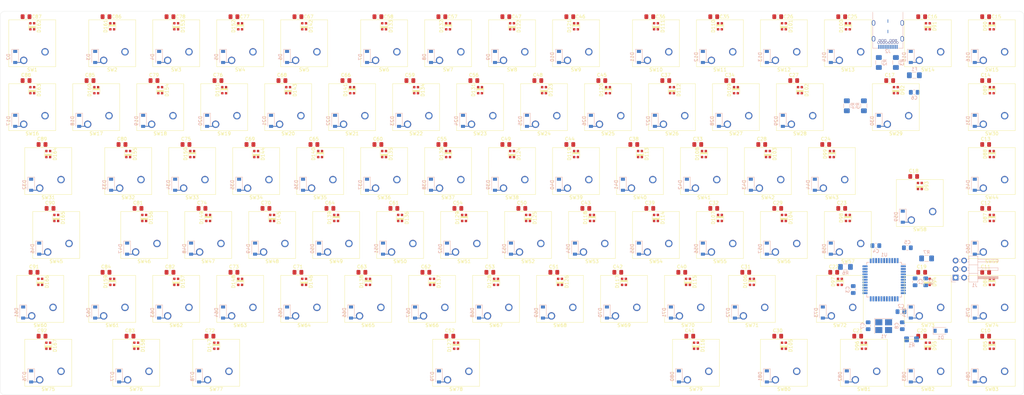
<source format=kicad_pcb>
(kicad_pcb (version 20171130) (host pcbnew 5.1.5+dfsg1-2build2)

  (general
    (thickness 1.6)
    (drawings 8)
    (tracks 166)
    (zones 0)
    (modules 354)
    (nets 216)
  )

  (page A3)
  (layers
    (0 F.Cu signal)
    (31 B.Cu signal)
    (32 B.Adhes user)
    (33 F.Adhes user)
    (34 B.Paste user)
    (35 F.Paste user)
    (36 B.SilkS user)
    (37 F.SilkS user)
    (38 B.Mask user)
    (39 F.Mask user)
    (40 Dwgs.User user)
    (41 Cmts.User user)
    (42 Eco1.User user)
    (43 Eco2.User user)
    (44 Edge.Cuts user)
    (45 Margin user)
    (46 B.CrtYd user)
    (47 F.CrtYd user)
    (48 B.Fab user)
    (49 F.Fab user)
  )

  (setup
    (last_trace_width 0.25)
    (trace_clearance 0.2)
    (zone_clearance 0.508)
    (zone_45_only no)
    (trace_min 0.2)
    (via_size 0.8)
    (via_drill 0.4)
    (via_min_size 0.6)
    (via_min_drill 0.3)
    (uvia_size 0.3)
    (uvia_drill 0.1)
    (uvias_allowed no)
    (uvia_min_size 0.2)
    (uvia_min_drill 0.1)
    (edge_width 0.05)
    (segment_width 0.2)
    (pcb_text_width 0.3)
    (pcb_text_size 1.5 1.5)
    (mod_edge_width 0.12)
    (mod_text_size 1 1)
    (mod_text_width 0.15)
    (pad_size 1.524 1.524)
    (pad_drill 0.762)
    (pad_to_mask_clearance 0.051)
    (solder_mask_min_width 0.25)
    (aux_axis_origin 0 0)
    (visible_elements FFFFF77F)
    (pcbplotparams
      (layerselection 0x010fc_ffffffff)
      (usegerberextensions false)
      (usegerberattributes false)
      (usegerberadvancedattributes false)
      (creategerberjobfile false)
      (excludeedgelayer true)
      (linewidth 0.100000)
      (plotframeref false)
      (viasonmask false)
      (mode 1)
      (useauxorigin false)
      (hpglpennumber 1)
      (hpglpenspeed 20)
      (hpglpendiameter 15.000000)
      (psnegative false)
      (psa4output false)
      (plotreference true)
      (plotvalue true)
      (plotinvisibletext false)
      (padsonsilk false)
      (subtractmaskfromsilk false)
      (outputformat 1)
      (mirror false)
      (drillshape 1)
      (scaleselection 1)
      (outputdirectory ""))
  )

  (net 0 "")
  (net 1 GND)
  (net 2 +5V)
  (net 3 "Net-(C7-Pad1)")
  (net 4 "Net-(C8-Pad2)")
  (net 5 "Net-(C9-Pad1)")
  (net 6 RST)
  (net 7 ROW0)
  (net 8 "Net-(D2-Pad2)")
  (net 9 "Net-(D3-Pad2)")
  (net 10 "Net-(D4-Pad2)")
  (net 11 "Net-(D5-Pad2)")
  (net 12 "Net-(D6-Pad2)")
  (net 13 "Net-(D7-Pad2)")
  (net 14 "Net-(D8-Pad2)")
  (net 15 "Net-(D9-Pad2)")
  (net 16 "Net-(D10-Pad2)")
  (net 17 "Net-(D11-Pad2)")
  (net 18 "Net-(D12-Pad2)")
  (net 19 "Net-(D13-Pad2)")
  (net 20 "Net-(D14-Pad2)")
  (net 21 "Net-(D15-Pad2)")
  (net 22 "Net-(D16-Pad2)")
  (net 23 ROW1)
  (net 24 "Net-(D17-Pad2)")
  (net 25 "Net-(D18-Pad2)")
  (net 26 "Net-(D19-Pad2)")
  (net 27 "Net-(D20-Pad2)")
  (net 28 "Net-(D21-Pad2)")
  (net 29 "Net-(D22-Pad2)")
  (net 30 "Net-(D23-Pad2)")
  (net 31 "Net-(D24-Pad2)")
  (net 32 "Net-(D25-Pad2)")
  (net 33 "Net-(D26-Pad2)")
  (net 34 "Net-(D27-Pad2)")
  (net 35 "Net-(D28-Pad2)")
  (net 36 "Net-(D29-Pad2)")
  (net 37 "Net-(D30-Pad2)")
  (net 38 "Net-(D31-Pad2)")
  (net 39 "Net-(D32-Pad2)")
  (net 40 ROW2)
  (net 41 "Net-(D33-Pad2)")
  (net 42 "Net-(D34-Pad2)")
  (net 43 "Net-(D35-Pad2)")
  (net 44 "Net-(D36-Pad2)")
  (net 45 "Net-(D37-Pad2)")
  (net 46 "Net-(D38-Pad2)")
  (net 47 "Net-(D39-Pad2)")
  (net 48 "Net-(D40-Pad2)")
  (net 49 "Net-(D41-Pad2)")
  (net 50 "Net-(D42-Pad2)")
  (net 51 "Net-(D43-Pad2)")
  (net 52 "Net-(D44-Pad2)")
  (net 53 "Net-(D45-Pad2)")
  (net 54 "Net-(D46-Pad2)")
  (net 55 ROW3)
  (net 56 "Net-(D47-Pad2)")
  (net 57 "Net-(D48-Pad2)")
  (net 58 "Net-(D49-Pad2)")
  (net 59 "Net-(D50-Pad2)")
  (net 60 "Net-(D51-Pad2)")
  (net 61 "Net-(D52-Pad2)")
  (net 62 "Net-(D53-Pad2)")
  (net 63 "Net-(D54-Pad2)")
  (net 64 "Net-(D55-Pad2)")
  (net 65 "Net-(D56-Pad2)")
  (net 66 "Net-(D57-Pad2)")
  (net 67 "Net-(D58-Pad2)")
  (net 68 "Net-(D59-Pad2)")
  (net 69 "Net-(D60-Pad2)")
  (net 70 ROW4)
  (net 71 "Net-(D61-Pad2)")
  (net 72 "Net-(D62-Pad2)")
  (net 73 "Net-(D63-Pad2)")
  (net 74 "Net-(D64-Pad2)")
  (net 75 "Net-(D65-Pad2)")
  (net 76 "Net-(D66-Pad2)")
  (net 77 "Net-(D67-Pad2)")
  (net 78 "Net-(D68-Pad2)")
  (net 79 "Net-(D69-Pad2)")
  (net 80 "Net-(D70-Pad2)")
  (net 81 "Net-(D71-Pad2)")
  (net 82 "Net-(D72-Pad2)")
  (net 83 "Net-(D73-Pad2)")
  (net 84 "Net-(D74-Pad2)")
  (net 85 "Net-(D75-Pad2)")
  (net 86 ROW5)
  (net 87 "Net-(D76-Pad2)")
  (net 88 "Net-(D77-Pad2)")
  (net 89 "Net-(D78-Pad2)")
  (net 90 "Net-(D79-Pad2)")
  (net 91 "Net-(D80-Pad2)")
  (net 92 "Net-(D81-Pad2)")
  (net 93 "Net-(D82-Pad2)")
  (net 94 "Net-(D83-Pad2)")
  (net 95 "Net-(D84-Pad2)")
  (net 96 "Net-(D85-Pad2)")
  (net 97 DIN)
  (net 98 "Net-(D86-Pad2)")
  (net 99 "Net-(D87-Pad2)")
  (net 100 "Net-(D88-Pad2)")
  (net 101 "Net-(D89-Pad2)")
  (net 102 "Net-(D90-Pad2)")
  (net 103 "Net-(D91-Pad2)")
  (net 104 "Net-(D92-Pad2)")
  (net 105 "Net-(D93-Pad2)")
  (net 106 "Net-(D94-Pad2)")
  (net 107 "Net-(D95-Pad2)")
  (net 108 "Net-(D96-Pad2)")
  (net 109 "Net-(D97-Pad2)")
  (net 110 "Net-(D98-Pad2)")
  (net 111 "Net-(D100-Pad4)")
  (net 112 "Net-(D100-Pad2)")
  (net 113 "Net-(D101-Pad2)")
  (net 114 "Net-(D102-Pad2)")
  (net 115 "Net-(D103-Pad2)")
  (net 116 "Net-(D104-Pad2)")
  (net 117 "Net-(D105-Pad2)")
  (net 118 "Net-(D106-Pad2)")
  (net 119 "Net-(D107-Pad2)")
  (net 120 "Net-(D108-Pad2)")
  (net 121 "Net-(D109-Pad2)")
  (net 122 "Net-(D110-Pad2)")
  (net 123 "Net-(D111-Pad2)")
  (net 124 "Net-(D112-Pad2)")
  (net 125 "Net-(D113-Pad2)")
  (net 126 "Net-(D114-Pad2)")
  (net 127 "Net-(D115-Pad2)")
  (net 128 "Net-(D116-Pad2)")
  (net 129 "Net-(D117-Pad2)")
  (net 130 "Net-(D118-Pad2)")
  (net 131 "Net-(D119-Pad2)")
  (net 132 "Net-(D120-Pad2)")
  (net 133 "Net-(D121-Pad2)")
  (net 134 "Net-(D122-Pad2)")
  (net 135 "Net-(D123-Pad2)")
  (net 136 "Net-(D124-Pad2)")
  (net 137 "Net-(D125-Pad2)")
  (net 138 "Net-(D126-Pad2)")
  (net 139 "Net-(D127-Pad2)")
  (net 140 "Net-(D128-Pad2)")
  (net 141 "Net-(D129-Pad2)")
  (net 142 "Net-(D130-Pad2)")
  (net 143 "Net-(D131-Pad2)")
  (net 144 "Net-(D132-Pad2)")
  (net 145 "Net-(D133-Pad2)")
  (net 146 "Net-(D134-Pad2)")
  (net 147 "Net-(D135-Pad2)")
  (net 148 "Net-(D136-Pad2)")
  (net 149 "Net-(D137-Pad2)")
  (net 150 "Net-(D138-Pad2)")
  (net 151 "Net-(D139-Pad2)")
  (net 152 "Net-(D140-Pad2)")
  (net 153 "Net-(D141-Pad2)")
  (net 154 "Net-(D142-Pad2)")
  (net 155 "Net-(D143-Pad2)")
  (net 156 "Net-(D144-Pad2)")
  (net 157 "Net-(D145-Pad2)")
  (net 158 "Net-(D146-Pad2)")
  (net 159 "Net-(D147-Pad2)")
  (net 160 "Net-(D148-Pad2)")
  (net 161 "Net-(D149-Pad2)")
  (net 162 "Net-(D150-Pad2)")
  (net 163 "Net-(D151-Pad2)")
  (net 164 "Net-(D152-Pad2)")
  (net 165 "Net-(D153-Pad2)")
  (net 166 "Net-(D154-Pad2)")
  (net 167 "Net-(D155-Pad2)")
  (net 168 "Net-(D156-Pad2)")
  (net 169 "Net-(D157-Pad2)")
  (net 170 "Net-(D158-Pad2)")
  (net 171 "Net-(D159-Pad2)")
  (net 172 "Net-(D160-Pad2)")
  (net 173 "Net-(D161-Pad2)")
  (net 174 "Net-(D162-Pad2)")
  (net 175 "Net-(D163-Pad2)")
  (net 176 "Net-(D164-Pad2)")
  (net 177 "Net-(D165-Pad2)")
  (net 178 "Net-(D166-Pad2)")
  (net 179 "Net-(D167-Pad2)")
  (net 180 "Net-(F1-Pad2)")
  (net 181 COL02)
  (net 182 COL00)
  (net 183 COL01)
  (net 184 "Net-(J2-PadA11)")
  (net 185 "Net-(J2-PadA10)")
  (net 186 "Net-(J2-PadA8)")
  (net 187 D-)
  (net 188 D+)
  (net 189 "Net-(J2-PadA5)")
  (net 190 "Net-(J2-PadA3)")
  (net 191 "Net-(J2-PadA2)")
  (net 192 "Net-(J2-PadB10)")
  (net 193 "Net-(J2-PadB3)")
  (net 194 "Net-(J2-PadB8)")
  (net 195 "Net-(J2-PadB5)")
  (net 196 "Net-(J2-PadB2)")
  (net 197 "Net-(J2-PadB11)")
  (net 198 "Net-(R6-Pad2)")
  (net 199 COL03)
  (net 200 COL04)
  (net 201 COL06)
  (net 202 COL07)
  (net 203 COL08)
  (net 204 COL09)
  (net 205 COL10)
  (net 206 COL11)
  (net 207 COL12)
  (net 208 COL13)
  (net 209 COL14)
  (net 210 COL15)
  (net 211 COL05)
  (net 212 "Net-(U1-Pad1)")
  (net 213 "Net-(U1-Pad8)")
  (net 214 "Net-(U1-Pad42)")
  (net 215 "Net-(R7-Pad2)")

  (net_class Default "Dies ist die voreingestellte Netzklasse."
    (clearance 0.2)
    (trace_width 0.25)
    (via_dia 0.8)
    (via_drill 0.4)
    (uvia_dia 0.3)
    (uvia_drill 0.1)
    (add_net +5V)
    (add_net COL00)
    (add_net COL01)
    (add_net COL02)
    (add_net COL03)
    (add_net COL04)
    (add_net COL05)
    (add_net COL06)
    (add_net COL07)
    (add_net COL08)
    (add_net COL09)
    (add_net COL10)
    (add_net COL11)
    (add_net COL12)
    (add_net COL13)
    (add_net COL14)
    (add_net COL15)
    (add_net D+)
    (add_net D-)
    (add_net DIN)
    (add_net GND)
    (add_net "Net-(C7-Pad1)")
    (add_net "Net-(C8-Pad2)")
    (add_net "Net-(C9-Pad1)")
    (add_net "Net-(D10-Pad2)")
    (add_net "Net-(D100-Pad2)")
    (add_net "Net-(D100-Pad4)")
    (add_net "Net-(D101-Pad2)")
    (add_net "Net-(D102-Pad2)")
    (add_net "Net-(D103-Pad2)")
    (add_net "Net-(D104-Pad2)")
    (add_net "Net-(D105-Pad2)")
    (add_net "Net-(D106-Pad2)")
    (add_net "Net-(D107-Pad2)")
    (add_net "Net-(D108-Pad2)")
    (add_net "Net-(D109-Pad2)")
    (add_net "Net-(D11-Pad2)")
    (add_net "Net-(D110-Pad2)")
    (add_net "Net-(D111-Pad2)")
    (add_net "Net-(D112-Pad2)")
    (add_net "Net-(D113-Pad2)")
    (add_net "Net-(D114-Pad2)")
    (add_net "Net-(D115-Pad2)")
    (add_net "Net-(D116-Pad2)")
    (add_net "Net-(D117-Pad2)")
    (add_net "Net-(D118-Pad2)")
    (add_net "Net-(D119-Pad2)")
    (add_net "Net-(D12-Pad2)")
    (add_net "Net-(D120-Pad2)")
    (add_net "Net-(D121-Pad2)")
    (add_net "Net-(D122-Pad2)")
    (add_net "Net-(D123-Pad2)")
    (add_net "Net-(D124-Pad2)")
    (add_net "Net-(D125-Pad2)")
    (add_net "Net-(D126-Pad2)")
    (add_net "Net-(D127-Pad2)")
    (add_net "Net-(D128-Pad2)")
    (add_net "Net-(D129-Pad2)")
    (add_net "Net-(D13-Pad2)")
    (add_net "Net-(D130-Pad2)")
    (add_net "Net-(D131-Pad2)")
    (add_net "Net-(D132-Pad2)")
    (add_net "Net-(D133-Pad2)")
    (add_net "Net-(D134-Pad2)")
    (add_net "Net-(D135-Pad2)")
    (add_net "Net-(D136-Pad2)")
    (add_net "Net-(D137-Pad2)")
    (add_net "Net-(D138-Pad2)")
    (add_net "Net-(D139-Pad2)")
    (add_net "Net-(D14-Pad2)")
    (add_net "Net-(D140-Pad2)")
    (add_net "Net-(D141-Pad2)")
    (add_net "Net-(D142-Pad2)")
    (add_net "Net-(D143-Pad2)")
    (add_net "Net-(D144-Pad2)")
    (add_net "Net-(D145-Pad2)")
    (add_net "Net-(D146-Pad2)")
    (add_net "Net-(D147-Pad2)")
    (add_net "Net-(D148-Pad2)")
    (add_net "Net-(D149-Pad2)")
    (add_net "Net-(D15-Pad2)")
    (add_net "Net-(D150-Pad2)")
    (add_net "Net-(D151-Pad2)")
    (add_net "Net-(D152-Pad2)")
    (add_net "Net-(D153-Pad2)")
    (add_net "Net-(D154-Pad2)")
    (add_net "Net-(D155-Pad2)")
    (add_net "Net-(D156-Pad2)")
    (add_net "Net-(D157-Pad2)")
    (add_net "Net-(D158-Pad2)")
    (add_net "Net-(D159-Pad2)")
    (add_net "Net-(D16-Pad2)")
    (add_net "Net-(D160-Pad2)")
    (add_net "Net-(D161-Pad2)")
    (add_net "Net-(D162-Pad2)")
    (add_net "Net-(D163-Pad2)")
    (add_net "Net-(D164-Pad2)")
    (add_net "Net-(D165-Pad2)")
    (add_net "Net-(D166-Pad2)")
    (add_net "Net-(D167-Pad2)")
    (add_net "Net-(D17-Pad2)")
    (add_net "Net-(D18-Pad2)")
    (add_net "Net-(D19-Pad2)")
    (add_net "Net-(D2-Pad2)")
    (add_net "Net-(D20-Pad2)")
    (add_net "Net-(D21-Pad2)")
    (add_net "Net-(D22-Pad2)")
    (add_net "Net-(D23-Pad2)")
    (add_net "Net-(D24-Pad2)")
    (add_net "Net-(D25-Pad2)")
    (add_net "Net-(D26-Pad2)")
    (add_net "Net-(D27-Pad2)")
    (add_net "Net-(D28-Pad2)")
    (add_net "Net-(D29-Pad2)")
    (add_net "Net-(D3-Pad2)")
    (add_net "Net-(D30-Pad2)")
    (add_net "Net-(D31-Pad2)")
    (add_net "Net-(D32-Pad2)")
    (add_net "Net-(D33-Pad2)")
    (add_net "Net-(D34-Pad2)")
    (add_net "Net-(D35-Pad2)")
    (add_net "Net-(D36-Pad2)")
    (add_net "Net-(D37-Pad2)")
    (add_net "Net-(D38-Pad2)")
    (add_net "Net-(D39-Pad2)")
    (add_net "Net-(D4-Pad2)")
    (add_net "Net-(D40-Pad2)")
    (add_net "Net-(D41-Pad2)")
    (add_net "Net-(D42-Pad2)")
    (add_net "Net-(D43-Pad2)")
    (add_net "Net-(D44-Pad2)")
    (add_net "Net-(D45-Pad2)")
    (add_net "Net-(D46-Pad2)")
    (add_net "Net-(D47-Pad2)")
    (add_net "Net-(D48-Pad2)")
    (add_net "Net-(D49-Pad2)")
    (add_net "Net-(D5-Pad2)")
    (add_net "Net-(D50-Pad2)")
    (add_net "Net-(D51-Pad2)")
    (add_net "Net-(D52-Pad2)")
    (add_net "Net-(D53-Pad2)")
    (add_net "Net-(D54-Pad2)")
    (add_net "Net-(D55-Pad2)")
    (add_net "Net-(D56-Pad2)")
    (add_net "Net-(D57-Pad2)")
    (add_net "Net-(D58-Pad2)")
    (add_net "Net-(D59-Pad2)")
    (add_net "Net-(D6-Pad2)")
    (add_net "Net-(D60-Pad2)")
    (add_net "Net-(D61-Pad2)")
    (add_net "Net-(D62-Pad2)")
    (add_net "Net-(D63-Pad2)")
    (add_net "Net-(D64-Pad2)")
    (add_net "Net-(D65-Pad2)")
    (add_net "Net-(D66-Pad2)")
    (add_net "Net-(D67-Pad2)")
    (add_net "Net-(D68-Pad2)")
    (add_net "Net-(D69-Pad2)")
    (add_net "Net-(D7-Pad2)")
    (add_net "Net-(D70-Pad2)")
    (add_net "Net-(D71-Pad2)")
    (add_net "Net-(D72-Pad2)")
    (add_net "Net-(D73-Pad2)")
    (add_net "Net-(D74-Pad2)")
    (add_net "Net-(D75-Pad2)")
    (add_net "Net-(D76-Pad2)")
    (add_net "Net-(D77-Pad2)")
    (add_net "Net-(D78-Pad2)")
    (add_net "Net-(D79-Pad2)")
    (add_net "Net-(D8-Pad2)")
    (add_net "Net-(D80-Pad2)")
    (add_net "Net-(D81-Pad2)")
    (add_net "Net-(D82-Pad2)")
    (add_net "Net-(D83-Pad2)")
    (add_net "Net-(D84-Pad2)")
    (add_net "Net-(D85-Pad2)")
    (add_net "Net-(D86-Pad2)")
    (add_net "Net-(D87-Pad2)")
    (add_net "Net-(D88-Pad2)")
    (add_net "Net-(D89-Pad2)")
    (add_net "Net-(D9-Pad2)")
    (add_net "Net-(D90-Pad2)")
    (add_net "Net-(D91-Pad2)")
    (add_net "Net-(D92-Pad2)")
    (add_net "Net-(D93-Pad2)")
    (add_net "Net-(D94-Pad2)")
    (add_net "Net-(D95-Pad2)")
    (add_net "Net-(D96-Pad2)")
    (add_net "Net-(D97-Pad2)")
    (add_net "Net-(D98-Pad2)")
    (add_net "Net-(F1-Pad2)")
    (add_net "Net-(J2-PadA10)")
    (add_net "Net-(J2-PadA11)")
    (add_net "Net-(J2-PadA2)")
    (add_net "Net-(J2-PadA3)")
    (add_net "Net-(J2-PadA5)")
    (add_net "Net-(J2-PadA8)")
    (add_net "Net-(J2-PadB10)")
    (add_net "Net-(J2-PadB11)")
    (add_net "Net-(J2-PadB2)")
    (add_net "Net-(J2-PadB3)")
    (add_net "Net-(J2-PadB5)")
    (add_net "Net-(J2-PadB8)")
    (add_net "Net-(R6-Pad2)")
    (add_net "Net-(R7-Pad2)")
    (add_net "Net-(U1-Pad1)")
    (add_net "Net-(U1-Pad42)")
    (add_net "Net-(U1-Pad8)")
    (add_net ROW0)
    (add_net ROW1)
    (add_net ROW2)
    (add_net ROW3)
    (add_net ROW4)
    (add_net ROW5)
    (add_net RST)
  )

  (module kezboard-pcb:USB_C_Receptacle_Stewart_SS-52400-003 (layer B.Cu) (tedit 5F26DA6C) (tstamp 5F15FEC3)
    (at 302.41875 38.1)
    (descr https://belfuse.com/resources/drawings/stewartconnector/dr-stw-ss-52400-003.pdf)
    (path /5EFFEB48)
    (fp_text reference J2 (at 0 11.9) (layer B.SilkS)
      (effects (font (size 1 1) (thickness 0.15)) (justify mirror))
    )
    (fp_text value USB_C_Receptacle (at 0 -2.54) (layer B.Fab)
      (effects (font (size 1 1) (thickness 0.15)) (justify mirror))
    )
    (fp_line (start -4.49 2.55) (end -4.49 0.21) (layer B.SilkS) (width 0.12))
    (fp_line (start 4.49 0.21) (end 4.49 2.55) (layer B.SilkS) (width 0.12))
    (fp_line (start 4.49 9) (end 4.49 11) (layer B.SilkS) (width 0.12))
    (fp_text user %R (at 0 4.52) (layer B.Fab)
      (effects (font (size 1 1) (thickness 0.15)) (justify mirror))
    )
    (fp_line (start -5.08 11.43) (end 5.08 11.43) (layer B.CrtYd) (width 0.05))
    (fp_line (start -5.08 -1.27) (end 5.08 -1.27) (layer B.CrtYd) (width 0.05))
    (fp_line (start -2 0) (end 2 0) (layer Dwgs.User) (width 0.1))
    (fp_line (start 4.37 -0.95) (end 4.37 10.88) (layer B.Fab) (width 0.1))
    (fp_line (start 4.37 10.88) (end -4.37 10.88) (layer B.Fab) (width 0.1))
    (fp_line (start -4.37 10.88) (end -4.37 -0.95) (layer B.Fab) (width 0.1))
    (fp_text user "PCB Edge" (at 0 0.5) (layer Dwgs.User)
      (effects (font (size 0.5 0.5) (thickness 0.1)))
    )
    (fp_line (start -4.37 -0.95) (end 4.37 -0.95) (layer B.Fab) (width 0.1))
    (fp_line (start 5.08 -1.27) (end 5.08 11.43) (layer B.CrtYd) (width 0.05))
    (fp_line (start -5.08 11.43) (end -5.08 -1.27) (layer B.CrtYd) (width 0.05))
    (fp_line (start -3 11) (end -4.49 11) (layer B.SilkS) (width 0.12))
    (fp_line (start -4.49 11) (end -4.49 9) (layer B.SilkS) (width 0.12))
    (fp_line (start 4.49 11) (end 3 11) (layer B.SilkS) (width 0.12))
    (fp_line (start -4.49 7.35) (end -4.49 4.35) (layer B.SilkS) (width 0.12))
    (fp_line (start 4.49 4.35) (end 4.49 7.35) (layer B.SilkS) (width 0.12))
    (pad B11 thru_hole circle (at -2.4 8.62) (size 0.65 0.65) (drill 0.4) (layers *.Cu *.Mask)
      (net 197 "Net-(J2-PadB11)"))
    (pad B2 thru_hole circle (at 2.4 8.62) (size 0.65 0.65) (drill 0.4) (layers *.Cu *.Mask)
      (net 196 "Net-(J2-PadB2)"))
    (pad B12 thru_hole circle (at -2.8 9.33) (size 0.65 0.65) (drill 0.4) (layers *.Cu *.Mask)
      (net 1 GND))
    (pad B5 thru_hole circle (at 0.8 8.62) (size 0.65 0.65) (drill 0.4) (layers *.Cu *.Mask)
      (net 195 "Net-(J2-PadB5)"))
    (pad B8 thru_hole circle (at -0.8 8.62) (size 0.65 0.65) (drill 0.4) (layers *.Cu *.Mask)
      (net 194 "Net-(J2-PadB8)"))
    (pad B3 thru_hole circle (at 1.6 8.62) (size 0.65 0.65) (drill 0.4) (layers *.Cu *.Mask)
      (net 193 "Net-(J2-PadB3)"))
    (pad B10 thru_hole circle (at -1.6 8.62) (size 0.65 0.65) (drill 0.4) (layers *.Cu *.Mask)
      (net 192 "Net-(J2-PadB10)"))
    (pad B1 thru_hole circle (at 2.8 9.33) (size 0.65 0.65) (drill 0.4) (layers *.Cu *.Mask)
      (net 1 GND))
    (pad S1 thru_hole circle (at -2 9.33) (size 0.65 0.65) (drill 0.4) (layers *.Cu *.Mask)
      (net 1 GND))
    (pad S1 thru_hole circle (at 2 9.33) (size 0.65 0.65) (drill 0.4) (layers *.Cu *.Mask)
      (net 1 GND))
    (pad B9 thru_hole circle (at -1.2 9.33) (size 0.65 0.65) (drill 0.4) (layers *.Cu *.Mask)
      (net 180 "Net-(F1-Pad2)"))
    (pad B4 thru_hole circle (at 1.2 9.33) (size 0.65 0.65) (drill 0.4) (layers *.Cu *.Mask)
      (net 180 "Net-(F1-Pad2)"))
    (pad B7 thru_hole circle (at -0.4 9.33) (size 0.65 0.65) (drill 0.4) (layers *.Cu *.Mask)
      (net 187 D-))
    (pad B6 thru_hole circle (at 0.4 9.33) (size 0.65 0.65) (drill 0.4) (layers *.Cu *.Mask)
      (net 188 D+))
    (pad S1 smd rect (at 0 6) (size 0.2 1) (layers B.Cu B.Paste B.Mask)
      (net 1 GND))
    (pad S1 smd rect (at 0 2.9) (size 0.2 1) (layers B.Cu B.Paste B.Mask)
      (net 1 GND))
    (pad S1 thru_hole oval (at 4.27 8.18) (size 1 1.6) (drill oval 0.6 1.2) (layers *.Cu *.Mask)
      (net 1 GND))
    (pad S1 thru_hole oval (at -4.27 8.18) (size 1 1.6) (drill oval 0.6 1.2) (layers *.Cu *.Mask)
      (net 1 GND))
    (pad S1 thru_hole oval (at -4.27 3.45) (size 1 1.6) (drill oval 0.6 1.2) (layers *.Cu *.Mask)
      (net 1 GND))
    (pad S1 thru_hole oval (at 4.27 3.45) (size 1 1.6) (drill oval 0.6 1.2) (layers *.Cu *.Mask)
      (net 1 GND))
    (pad A1 smd rect (at -2.75 10.58) (size 0.3 1.2) (layers B.Cu B.Paste B.Mask)
      (net 1 GND))
    (pad A2 smd rect (at -2.25 10.58) (size 0.3 1.2) (layers B.Cu B.Paste B.Mask)
      (net 191 "Net-(J2-PadA2)"))
    (pad A3 smd rect (at -1.75 10.58) (size 0.3 1.2) (layers B.Cu B.Paste B.Mask)
      (net 190 "Net-(J2-PadA3)"))
    (pad A4 smd rect (at -1.25 10.58) (size 0.3 1.2) (layers B.Cu B.Paste B.Mask)
      (net 180 "Net-(F1-Pad2)"))
    (pad A5 smd rect (at -0.75 10.58) (size 0.3 1.2) (layers B.Cu B.Paste B.Mask)
      (net 189 "Net-(J2-PadA5)"))
    (pad A6 smd rect (at -0.25 10.58) (size 0.3 1.2) (layers B.Cu B.Paste B.Mask)
      (net 188 D+))
    (pad A7 smd rect (at 0.25 10.58) (size 0.3 1.2) (layers B.Cu B.Paste B.Mask)
      (net 187 D-))
    (pad A8 smd rect (at 0.75 10.58) (size 0.3 1.2) (layers B.Cu B.Paste B.Mask)
      (net 186 "Net-(J2-PadA8)"))
    (pad A9 smd rect (at 1.25 10.58) (size 0.3 1.2) (layers B.Cu B.Paste B.Mask)
      (net 180 "Net-(F1-Pad2)"))
    (pad A10 smd rect (at 1.75 10.58) (size 0.3 1.2) (layers B.Cu B.Paste B.Mask)
      (net 185 "Net-(J2-PadA10)"))
    (pad A11 smd rect (at 2.25 10.58) (size 0.3 1.2) (layers B.Cu B.Paste B.Mask)
      (net 184 "Net-(J2-PadA11)"))
    (pad A12 smd rect (at 2.75 10.58) (size 0.3 1.2) (layers B.Cu B.Paste B.Mask)
      (net 1 GND))
  )

  (module Resistor_SMD:R_1206_3216Metric_Pad1.42x1.75mm_HandSolder (layer B.Cu) (tedit 5B301BBD) (tstamp 5F26397F)
    (at 313.944 111.76 180)
    (descr "Resistor SMD 1206 (3216 Metric), square (rectangular) end terminal, IPC_7351 nominal with elongated pad for handsoldering. (Body size source: http://www.tortai-tech.com/upload/download/2011102023233369053.pdf), generated with kicad-footprint-generator")
    (tags "resistor handsolder")
    (path /5F259898)
    (attr smd)
    (fp_text reference R7 (at 0 1.82) (layer B.SilkS)
      (effects (font (size 1 1) (thickness 0.15)) (justify mirror))
    )
    (fp_text value 470 (at 0 -1.82) (layer B.Fab)
      (effects (font (size 1 1) (thickness 0.15)) (justify mirror))
    )
    (fp_text user %R (at 0 0) (layer B.Fab)
      (effects (font (size 0.8 0.8) (thickness 0.12)) (justify mirror))
    )
    (fp_line (start 2.45 -1.12) (end -2.45 -1.12) (layer B.CrtYd) (width 0.05))
    (fp_line (start 2.45 1.12) (end 2.45 -1.12) (layer B.CrtYd) (width 0.05))
    (fp_line (start -2.45 1.12) (end 2.45 1.12) (layer B.CrtYd) (width 0.05))
    (fp_line (start -2.45 -1.12) (end -2.45 1.12) (layer B.CrtYd) (width 0.05))
    (fp_line (start -0.602064 -0.91) (end 0.602064 -0.91) (layer B.SilkS) (width 0.12))
    (fp_line (start -0.602064 0.91) (end 0.602064 0.91) (layer B.SilkS) (width 0.12))
    (fp_line (start 1.6 -0.8) (end -1.6 -0.8) (layer B.Fab) (width 0.1))
    (fp_line (start 1.6 0.8) (end 1.6 -0.8) (layer B.Fab) (width 0.1))
    (fp_line (start -1.6 0.8) (end 1.6 0.8) (layer B.Fab) (width 0.1))
    (fp_line (start -1.6 -0.8) (end -1.6 0.8) (layer B.Fab) (width 0.1))
    (pad 2 smd roundrect (at 1.4875 0 180) (size 1.425 1.75) (layers B.Cu B.Paste B.Mask) (roundrect_rratio 0.175439)
      (net 215 "Net-(R7-Pad2)"))
    (pad 1 smd roundrect (at -1.4875 0 180) (size 1.425 1.75) (layers B.Cu B.Paste B.Mask) (roundrect_rratio 0.175439)
      (net 97 DIN))
    (model ${KISYS3DMOD}/Resistor_SMD.3dshapes/R_1206_3216Metric.wrl
      (at (xyz 0 0 0))
      (scale (xyz 1 1 1))
      (rotate (xyz 0 0 0))
    )
  )

  (module kezboard-pcb:LED_WS2812_2020 (layer F.Cu) (tedit 5F1C4B34) (tstamp 5F1B709E)
    (at 333.375 137.795 90)
    (descr https://www.peace-corp.co.jp/data/WS2812-2020_V1.0_EN.pdf)
    (path /5F949B9C/5F9E7A8D)
    (fp_text reference D85 (at 0 -2 90) (layer F.SilkS)
      (effects (font (size 1 1) (thickness 0.15)))
    )
    (fp_text value WS2812B (at 0 2 90) (layer F.Fab)
      (effects (font (size 1 1) (thickness 0.15)))
    )
    (fp_line (start -1.1 -1) (end 1.1 -1) (layer F.Fab) (width 0.1))
    (fp_line (start 1.1 -1) (end 1.1 1) (layer F.Fab) (width 0.1))
    (fp_line (start 1.1 1) (end -1.1 1) (layer F.Fab) (width 0.1))
    (fp_line (start -1.1 1) (end -1.1 -1) (layer F.Fab) (width 0.1))
    (fp_text user %R (at 0 0 90) (layer F.Fab)
      (effects (font (size 0.5 0.5) (thickness 0.1)))
    )
    (fp_line (start -1.1 -1.11) (end 1.1 -1.11) (layer F.SilkS) (width 0.12))
    (fp_line (start 1.1 1.11) (end -1.1 1.11) (layer F.SilkS) (width 0.12))
    (fp_poly (pts (xy 0.45 0.9) (xy 0.05 0.9) (xy 0.05 -0.9) (xy 0.45 -0.9)) (layer F.SilkS) (width 0.1))
    (pad 2 smd rect (at 0.9015 0.55 90) (size 0.7 0.7) (layers F.Cu F.Paste F.Mask)
      (net 96 "Net-(D85-Pad2)"))
    (pad 3 smd rect (at 0.9015 -0.55 90) (size 0.7 0.7) (layers F.Cu F.Paste F.Mask)
      (net 1 GND))
    (pad 4 smd rect (at -0.9015 -0.55 90) (size 0.7 0.7) (layers F.Cu F.Paste F.Mask)
      (net 97 DIN))
    (pad 1 smd rect (at -0.9015 0.55 90) (size 0.7 0.7) (layers F.Cu F.Paste F.Mask)
      (net 2 +5V))
  )

  (module kezboard-pcb:LED_WS2812_2020 (layer F.Cu) (tedit 5F1C4B34) (tstamp 5F15F975)
    (at 333.375 118.745 90)
    (descr https://www.peace-corp.co.jp/data/WS2812-2020_V1.0_EN.pdf)
    (path /5F949B9C/5FD3F1F5)
    (fp_text reference D86 (at 0 -2 90) (layer F.SilkS)
      (effects (font (size 1 1) (thickness 0.15)))
    )
    (fp_text value WS2812B (at 0 2 90) (layer F.Fab)
      (effects (font (size 1 1) (thickness 0.15)))
    )
    (fp_poly (pts (xy 0.45 0.9) (xy 0.05 0.9) (xy 0.05 -0.9) (xy 0.45 -0.9)) (layer F.SilkS) (width 0.1))
    (fp_line (start 1.1 1.11) (end -1.1 1.11) (layer F.SilkS) (width 0.12))
    (fp_line (start -1.1 -1.11) (end 1.1 -1.11) (layer F.SilkS) (width 0.12))
    (fp_text user %R (at 0 0 90) (layer F.Fab)
      (effects (font (size 0.5 0.5) (thickness 0.1)))
    )
    (fp_line (start -1.1 1) (end -1.1 -1) (layer F.Fab) (width 0.1))
    (fp_line (start 1.1 1) (end -1.1 1) (layer F.Fab) (width 0.1))
    (fp_line (start 1.1 -1) (end 1.1 1) (layer F.Fab) (width 0.1))
    (fp_line (start -1.1 -1) (end 1.1 -1) (layer F.Fab) (width 0.1))
    (pad 1 smd rect (at -0.9015 0.55 90) (size 0.7 0.7) (layers F.Cu F.Paste F.Mask)
      (net 2 +5V))
    (pad 4 smd rect (at -0.9015 -0.55 90) (size 0.7 0.7) (layers F.Cu F.Paste F.Mask)
      (net 96 "Net-(D85-Pad2)"))
    (pad 3 smd rect (at 0.9015 -0.55 90) (size 0.7 0.7) (layers F.Cu F.Paste F.Mask)
      (net 1 GND))
    (pad 2 smd rect (at 0.9015 0.55 90) (size 0.7 0.7) (layers F.Cu F.Paste F.Mask)
      (net 98 "Net-(D86-Pad2)"))
  )

  (module kezboard-pcb:LED_WS2812_2020 (layer F.Cu) (tedit 5F1C4B34) (tstamp 5F1B738A)
    (at 333.375 99.695 90)
    (descr https://www.peace-corp.co.jp/data/WS2812-2020_V1.0_EN.pdf)
    (path /5F949B9C/5FD40FA8)
    (fp_text reference D87 (at 0 -2 90) (layer F.SilkS)
      (effects (font (size 1 1) (thickness 0.15)))
    )
    (fp_text value WS2812B (at 0 2 90) (layer F.Fab)
      (effects (font (size 1 1) (thickness 0.15)))
    )
    (fp_poly (pts (xy 0.45 0.9) (xy 0.05 0.9) (xy 0.05 -0.9) (xy 0.45 -0.9)) (layer F.SilkS) (width 0.1))
    (fp_line (start 1.1 1.11) (end -1.1 1.11) (layer F.SilkS) (width 0.12))
    (fp_line (start -1.1 -1.11) (end 1.1 -1.11) (layer F.SilkS) (width 0.12))
    (fp_text user %R (at 0 0 90) (layer F.Fab)
      (effects (font (size 0.5 0.5) (thickness 0.1)))
    )
    (fp_line (start -1.1 1) (end -1.1 -1) (layer F.Fab) (width 0.1))
    (fp_line (start 1.1 1) (end -1.1 1) (layer F.Fab) (width 0.1))
    (fp_line (start 1.1 -1) (end 1.1 1) (layer F.Fab) (width 0.1))
    (fp_line (start -1.1 -1) (end 1.1 -1) (layer F.Fab) (width 0.1))
    (pad 1 smd rect (at -0.9015 0.55 90) (size 0.7 0.7) (layers F.Cu F.Paste F.Mask)
      (net 2 +5V))
    (pad 4 smd rect (at -0.9015 -0.55 90) (size 0.7 0.7) (layers F.Cu F.Paste F.Mask)
      (net 98 "Net-(D86-Pad2)"))
    (pad 3 smd rect (at 0.9015 -0.55 90) (size 0.7 0.7) (layers F.Cu F.Paste F.Mask)
      (net 1 GND))
    (pad 2 smd rect (at 0.9015 0.55 90) (size 0.7 0.7) (layers F.Cu F.Paste F.Mask)
      (net 99 "Net-(D87-Pad2)"))
  )

  (module kezboard-pcb:LED_WS2812_2020 (layer F.Cu) (tedit 5F1C4B34) (tstamp 5F25A25B)
    (at 333.375 80.645 90)
    (descr https://www.peace-corp.co.jp/data/WS2812-2020_V1.0_EN.pdf)
    (path /5F949B9C/5FD423CF)
    (fp_text reference D88 (at 0 -2 90) (layer F.SilkS)
      (effects (font (size 1 1) (thickness 0.15)))
    )
    (fp_text value WS2812B (at 0 2 90) (layer F.Fab)
      (effects (font (size 1 1) (thickness 0.15)))
    )
    (fp_poly (pts (xy 0.45 0.9) (xy 0.05 0.9) (xy 0.05 -0.9) (xy 0.45 -0.9)) (layer F.SilkS) (width 0.1))
    (fp_line (start 1.1 1.11) (end -1.1 1.11) (layer F.SilkS) (width 0.12))
    (fp_line (start -1.1 -1.11) (end 1.1 -1.11) (layer F.SilkS) (width 0.12))
    (fp_text user %R (at 0 0 90) (layer F.Fab)
      (effects (font (size 0.5 0.5) (thickness 0.1)))
    )
    (fp_line (start -1.1 1) (end -1.1 -1) (layer F.Fab) (width 0.1))
    (fp_line (start 1.1 1) (end -1.1 1) (layer F.Fab) (width 0.1))
    (fp_line (start 1.1 -1) (end 1.1 1) (layer F.Fab) (width 0.1))
    (fp_line (start -1.1 -1) (end 1.1 -1) (layer F.Fab) (width 0.1))
    (pad 1 smd rect (at -0.9015 0.55 90) (size 0.7 0.7) (layers F.Cu F.Paste F.Mask)
      (net 2 +5V))
    (pad 4 smd rect (at -0.9015 -0.55 90) (size 0.7 0.7) (layers F.Cu F.Paste F.Mask)
      (net 99 "Net-(D87-Pad2)"))
    (pad 3 smd rect (at 0.9015 -0.55 90) (size 0.7 0.7) (layers F.Cu F.Paste F.Mask)
      (net 1 GND))
    (pad 2 smd rect (at 0.9015 0.55 90) (size 0.7 0.7) (layers F.Cu F.Paste F.Mask)
      (net 100 "Net-(D88-Pad2)"))
  )

  (module kezboard-pcb:LED_WS2812_2020 (layer F.Cu) (tedit 5F1C4B34) (tstamp 5F15F9A2)
    (at 333.375 61.595 90)
    (descr https://www.peace-corp.co.jp/data/WS2812-2020_V1.0_EN.pdf)
    (path /5F949B9C/5FD43994)
    (fp_text reference D89 (at 0 -2 90) (layer F.SilkS)
      (effects (font (size 1 1) (thickness 0.15)))
    )
    (fp_text value WS2812B (at 0 2 90) (layer F.Fab)
      (effects (font (size 1 1) (thickness 0.15)))
    )
    (fp_line (start -1.1 -1) (end 1.1 -1) (layer F.Fab) (width 0.1))
    (fp_line (start 1.1 -1) (end 1.1 1) (layer F.Fab) (width 0.1))
    (fp_line (start 1.1 1) (end -1.1 1) (layer F.Fab) (width 0.1))
    (fp_line (start -1.1 1) (end -1.1 -1) (layer F.Fab) (width 0.1))
    (fp_text user %R (at 0 0 90) (layer F.Fab)
      (effects (font (size 0.5 0.5) (thickness 0.1)))
    )
    (fp_line (start -1.1 -1.11) (end 1.1 -1.11) (layer F.SilkS) (width 0.12))
    (fp_line (start 1.1 1.11) (end -1.1 1.11) (layer F.SilkS) (width 0.12))
    (fp_poly (pts (xy 0.45 0.9) (xy 0.05 0.9) (xy 0.05 -0.9) (xy 0.45 -0.9)) (layer F.SilkS) (width 0.1))
    (pad 2 smd rect (at 0.9015 0.55 90) (size 0.7 0.7) (layers F.Cu F.Paste F.Mask)
      (net 101 "Net-(D89-Pad2)"))
    (pad 3 smd rect (at 0.9015 -0.55 90) (size 0.7 0.7) (layers F.Cu F.Paste F.Mask)
      (net 1 GND))
    (pad 4 smd rect (at -0.9015 -0.55 90) (size 0.7 0.7) (layers F.Cu F.Paste F.Mask)
      (net 100 "Net-(D88-Pad2)"))
    (pad 1 smd rect (at -0.9015 0.55 90) (size 0.7 0.7) (layers F.Cu F.Paste F.Mask)
      (net 2 +5V))
  )

  (module kezboard-pcb:LED_WS2812_2020 (layer F.Cu) (tedit 5F1C4B34) (tstamp 5F15F9B1)
    (at 333.375 42.545 90)
    (descr https://www.peace-corp.co.jp/data/WS2812-2020_V1.0_EN.pdf)
    (path /5F949B9C/5F62CAD6)
    (fp_text reference D90 (at 0 -2 90) (layer F.SilkS)
      (effects (font (size 1 1) (thickness 0.15)))
    )
    (fp_text value WS2812B (at 0 2 90) (layer F.Fab)
      (effects (font (size 1 1) (thickness 0.15)))
    )
    (fp_poly (pts (xy 0.45 0.9) (xy 0.05 0.9) (xy 0.05 -0.9) (xy 0.45 -0.9)) (layer F.SilkS) (width 0.1))
    (fp_line (start 1.1 1.11) (end -1.1 1.11) (layer F.SilkS) (width 0.12))
    (fp_line (start -1.1 -1.11) (end 1.1 -1.11) (layer F.SilkS) (width 0.12))
    (fp_text user %R (at 0 0 90) (layer F.Fab)
      (effects (font (size 0.5 0.5) (thickness 0.1)))
    )
    (fp_line (start -1.1 1) (end -1.1 -1) (layer F.Fab) (width 0.1))
    (fp_line (start 1.1 1) (end -1.1 1) (layer F.Fab) (width 0.1))
    (fp_line (start 1.1 -1) (end 1.1 1) (layer F.Fab) (width 0.1))
    (fp_line (start -1.1 -1) (end 1.1 -1) (layer F.Fab) (width 0.1))
    (pad 1 smd rect (at -0.9015 0.55 90) (size 0.7 0.7) (layers F.Cu F.Paste F.Mask)
      (net 2 +5V))
    (pad 4 smd rect (at -0.9015 -0.55 90) (size 0.7 0.7) (layers F.Cu F.Paste F.Mask)
      (net 101 "Net-(D89-Pad2)"))
    (pad 3 smd rect (at 0.9015 -0.55 90) (size 0.7 0.7) (layers F.Cu F.Paste F.Mask)
      (net 1 GND))
    (pad 2 smd rect (at 0.9015 0.55 90) (size 0.7 0.7) (layers F.Cu F.Paste F.Mask)
      (net 102 "Net-(D90-Pad2)"))
  )

  (module kezboard-pcb:LED_WS2812_2020 (layer F.Cu) (tedit 5F1C4B34) (tstamp 5F15F9C0)
    (at 314.325 42.545 270)
    (descr https://www.peace-corp.co.jp/data/WS2812-2020_V1.0_EN.pdf)
    (path /5F949B9C/5F62CAF9)
    (fp_text reference D91 (at 0 -2 90) (layer F.SilkS)
      (effects (font (size 1 1) (thickness 0.15)))
    )
    (fp_text value WS2812B (at 0 2 90) (layer F.Fab)
      (effects (font (size 1 1) (thickness 0.15)))
    )
    (fp_line (start -1.1 -1) (end 1.1 -1) (layer F.Fab) (width 0.1))
    (fp_line (start 1.1 -1) (end 1.1 1) (layer F.Fab) (width 0.1))
    (fp_line (start 1.1 1) (end -1.1 1) (layer F.Fab) (width 0.1))
    (fp_line (start -1.1 1) (end -1.1 -1) (layer F.Fab) (width 0.1))
    (fp_text user %R (at 0 0 90) (layer F.Fab)
      (effects (font (size 0.5 0.5) (thickness 0.1)))
    )
    (fp_line (start -1.1 -1.11) (end 1.1 -1.11) (layer F.SilkS) (width 0.12))
    (fp_line (start 1.1 1.11) (end -1.1 1.11) (layer F.SilkS) (width 0.12))
    (fp_poly (pts (xy 0.45 0.9) (xy 0.05 0.9) (xy 0.05 -0.9) (xy 0.45 -0.9)) (layer F.SilkS) (width 0.1))
    (pad 2 smd rect (at 0.9015 0.55 270) (size 0.7 0.7) (layers F.Cu F.Paste F.Mask)
      (net 103 "Net-(D91-Pad2)"))
    (pad 3 smd rect (at 0.9015 -0.55 270) (size 0.7 0.7) (layers F.Cu F.Paste F.Mask)
      (net 1 GND))
    (pad 4 smd rect (at -0.9015 -0.55 270) (size 0.7 0.7) (layers F.Cu F.Paste F.Mask)
      (net 102 "Net-(D90-Pad2)"))
    (pad 1 smd rect (at -0.9015 0.55 270) (size 0.7 0.7) (layers F.Cu F.Paste F.Mask)
      (net 2 +5V))
  )

  (module kezboard-pcb:LED_WS2812_2020 (layer F.Cu) (tedit 5F1C4B34) (tstamp 5F15F9CF)
    (at 304.8 61.595 270)
    (descr https://www.peace-corp.co.jp/data/WS2812-2020_V1.0_EN.pdf)
    (path /5F949B9C/5F62CB1C)
    (fp_text reference D92 (at 0 -2 90) (layer F.SilkS)
      (effects (font (size 1 1) (thickness 0.15)))
    )
    (fp_text value WS2812B (at 0 2 90) (layer F.Fab)
      (effects (font (size 1 1) (thickness 0.15)))
    )
    (fp_poly (pts (xy 0.45 0.9) (xy 0.05 0.9) (xy 0.05 -0.9) (xy 0.45 -0.9)) (layer F.SilkS) (width 0.1))
    (fp_line (start 1.1 1.11) (end -1.1 1.11) (layer F.SilkS) (width 0.12))
    (fp_line (start -1.1 -1.11) (end 1.1 -1.11) (layer F.SilkS) (width 0.12))
    (fp_text user %R (at 0 0 90) (layer F.Fab)
      (effects (font (size 0.5 0.5) (thickness 0.1)))
    )
    (fp_line (start -1.1 1) (end -1.1 -1) (layer F.Fab) (width 0.1))
    (fp_line (start 1.1 1) (end -1.1 1) (layer F.Fab) (width 0.1))
    (fp_line (start 1.1 -1) (end 1.1 1) (layer F.Fab) (width 0.1))
    (fp_line (start -1.1 -1) (end 1.1 -1) (layer F.Fab) (width 0.1))
    (pad 1 smd rect (at -0.9015 0.55 270) (size 0.7 0.7) (layers F.Cu F.Paste F.Mask)
      (net 2 +5V))
    (pad 4 smd rect (at -0.9015 -0.55 270) (size 0.7 0.7) (layers F.Cu F.Paste F.Mask)
      (net 103 "Net-(D91-Pad2)"))
    (pad 3 smd rect (at 0.9015 -0.55 270) (size 0.7 0.7) (layers F.Cu F.Paste F.Mask)
      (net 1 GND))
    (pad 2 smd rect (at 0.9015 0.55 270) (size 0.7 0.7) (layers F.Cu F.Paste F.Mask)
      (net 104 "Net-(D92-Pad2)"))
  )

  (module kezboard-pcb:LED_WS2812_2020 (layer F.Cu) (tedit 5F1C4B34) (tstamp 5F15F9DE)
    (at 311.94375 90.17 270)
    (descr https://www.peace-corp.co.jp/data/WS2812-2020_V1.0_EN.pdf)
    (path /5F949B9C/5F62CB3F)
    (fp_text reference D93 (at 0 -2 90) (layer F.SilkS)
      (effects (font (size 1 1) (thickness 0.15)))
    )
    (fp_text value WS2812B (at 0 2 90) (layer F.Fab)
      (effects (font (size 1 1) (thickness 0.15)))
    )
    (fp_line (start -1.1 -1) (end 1.1 -1) (layer F.Fab) (width 0.1))
    (fp_line (start 1.1 -1) (end 1.1 1) (layer F.Fab) (width 0.1))
    (fp_line (start 1.1 1) (end -1.1 1) (layer F.Fab) (width 0.1))
    (fp_line (start -1.1 1) (end -1.1 -1) (layer F.Fab) (width 0.1))
    (fp_text user %R (at 0 0 90) (layer F.Fab)
      (effects (font (size 0.5 0.5) (thickness 0.1)))
    )
    (fp_line (start -1.1 -1.11) (end 1.1 -1.11) (layer F.SilkS) (width 0.12))
    (fp_line (start 1.1 1.11) (end -1.1 1.11) (layer F.SilkS) (width 0.12))
    (fp_poly (pts (xy 0.45 0.9) (xy 0.05 0.9) (xy 0.05 -0.9) (xy 0.45 -0.9)) (layer F.SilkS) (width 0.1))
    (pad 2 smd rect (at 0.9015 0.55 270) (size 0.7 0.7) (layers F.Cu F.Paste F.Mask)
      (net 105 "Net-(D93-Pad2)"))
    (pad 3 smd rect (at 0.9015 -0.55 270) (size 0.7 0.7) (layers F.Cu F.Paste F.Mask)
      (net 1 GND))
    (pad 4 smd rect (at -0.9015 -0.55 270) (size 0.7 0.7) (layers F.Cu F.Paste F.Mask)
      (net 104 "Net-(D92-Pad2)"))
    (pad 1 smd rect (at -0.9015 0.55 270) (size 0.7 0.7) (layers F.Cu F.Paste F.Mask)
      (net 2 +5V))
  )

  (module kezboard-pcb:LED_WS2812_2020 (layer F.Cu) (tedit 5F1C4B34) (tstamp 5F15F9ED)
    (at 314.325 118.745 270)
    (descr https://www.peace-corp.co.jp/data/WS2812-2020_V1.0_EN.pdf)
    (path /5F949B9C/5F62CB61)
    (fp_text reference D94 (at 0 -2 90) (layer F.SilkS)
      (effects (font (size 1 1) (thickness 0.15)))
    )
    (fp_text value WS2812B (at 0 2 90) (layer F.Fab)
      (effects (font (size 1 1) (thickness 0.15)))
    )
    (fp_poly (pts (xy 0.45 0.9) (xy 0.05 0.9) (xy 0.05 -0.9) (xy 0.45 -0.9)) (layer F.SilkS) (width 0.1))
    (fp_line (start 1.1 1.11) (end -1.1 1.11) (layer F.SilkS) (width 0.12))
    (fp_line (start -1.1 -1.11) (end 1.1 -1.11) (layer F.SilkS) (width 0.12))
    (fp_text user %R (at 0 0 90) (layer F.Fab)
      (effects (font (size 0.5 0.5) (thickness 0.1)))
    )
    (fp_line (start -1.1 1) (end -1.1 -1) (layer F.Fab) (width 0.1))
    (fp_line (start 1.1 1) (end -1.1 1) (layer F.Fab) (width 0.1))
    (fp_line (start 1.1 -1) (end 1.1 1) (layer F.Fab) (width 0.1))
    (fp_line (start -1.1 -1) (end 1.1 -1) (layer F.Fab) (width 0.1))
    (pad 1 smd rect (at -0.9015 0.55 270) (size 0.7 0.7) (layers F.Cu F.Paste F.Mask)
      (net 2 +5V))
    (pad 4 smd rect (at -0.9015 -0.55 270) (size 0.7 0.7) (layers F.Cu F.Paste F.Mask)
      (net 105 "Net-(D93-Pad2)"))
    (pad 3 smd rect (at 0.9015 -0.55 270) (size 0.7 0.7) (layers F.Cu F.Paste F.Mask)
      (net 1 GND))
    (pad 2 smd rect (at 0.9015 0.55 270) (size 0.7 0.7) (layers F.Cu F.Paste F.Mask)
      (net 106 "Net-(D94-Pad2)"))
  )

  (module kezboard-pcb:LED_WS2812_2020 (layer F.Cu) (tedit 5F1C4B34) (tstamp 5F15F9FC)
    (at 314.325 137.795 270)
    (descr https://www.peace-corp.co.jp/data/WS2812-2020_V1.0_EN.pdf)
    (path /5F949B9C/5F6A6266)
    (fp_text reference D95 (at 0 -2 90) (layer F.SilkS)
      (effects (font (size 1 1) (thickness 0.15)))
    )
    (fp_text value WS2812B (at 0 2 90) (layer F.Fab)
      (effects (font (size 1 1) (thickness 0.15)))
    )
    (fp_poly (pts (xy 0.45 0.9) (xy 0.05 0.9) (xy 0.05 -0.9) (xy 0.45 -0.9)) (layer F.SilkS) (width 0.1))
    (fp_line (start 1.1 1.11) (end -1.1 1.11) (layer F.SilkS) (width 0.12))
    (fp_line (start -1.1 -1.11) (end 1.1 -1.11) (layer F.SilkS) (width 0.12))
    (fp_text user %R (at 0 0 90) (layer F.Fab)
      (effects (font (size 0.5 0.5) (thickness 0.1)))
    )
    (fp_line (start -1.1 1) (end -1.1 -1) (layer F.Fab) (width 0.1))
    (fp_line (start 1.1 1) (end -1.1 1) (layer F.Fab) (width 0.1))
    (fp_line (start 1.1 -1) (end 1.1 1) (layer F.Fab) (width 0.1))
    (fp_line (start -1.1 -1) (end 1.1 -1) (layer F.Fab) (width 0.1))
    (pad 1 smd rect (at -0.9015 0.55 270) (size 0.7 0.7) (layers F.Cu F.Paste F.Mask)
      (net 2 +5V))
    (pad 4 smd rect (at -0.9015 -0.55 270) (size 0.7 0.7) (layers F.Cu F.Paste F.Mask)
      (net 106 "Net-(D94-Pad2)"))
    (pad 3 smd rect (at 0.9015 -0.55 270) (size 0.7 0.7) (layers F.Cu F.Paste F.Mask)
      (net 1 GND))
    (pad 2 smd rect (at 0.9015 0.55 270) (size 0.7 0.7) (layers F.Cu F.Paste F.Mask)
      (net 107 "Net-(D95-Pad2)"))
  )

  (module kezboard-pcb:LED_WS2812_2020 (layer F.Cu) (tedit 5F1C4B34) (tstamp 5F15FA0B)
    (at 295.275 137.795 90)
    (descr https://www.peace-corp.co.jp/data/WS2812-2020_V1.0_EN.pdf)
    (path /5F949B9C/5F6A6289)
    (fp_text reference D96 (at 0 -2 90) (layer F.SilkS)
      (effects (font (size 1 1) (thickness 0.15)))
    )
    (fp_text value WS2812B (at 0 2 90) (layer F.Fab)
      (effects (font (size 1 1) (thickness 0.15)))
    )
    (fp_line (start -1.1 -1) (end 1.1 -1) (layer F.Fab) (width 0.1))
    (fp_line (start 1.1 -1) (end 1.1 1) (layer F.Fab) (width 0.1))
    (fp_line (start 1.1 1) (end -1.1 1) (layer F.Fab) (width 0.1))
    (fp_line (start -1.1 1) (end -1.1 -1) (layer F.Fab) (width 0.1))
    (fp_text user %R (at 0 0 90) (layer F.Fab)
      (effects (font (size 0.5 0.5) (thickness 0.1)))
    )
    (fp_line (start -1.1 -1.11) (end 1.1 -1.11) (layer F.SilkS) (width 0.12))
    (fp_line (start 1.1 1.11) (end -1.1 1.11) (layer F.SilkS) (width 0.12))
    (fp_poly (pts (xy 0.45 0.9) (xy 0.05 0.9) (xy 0.05 -0.9) (xy 0.45 -0.9)) (layer F.SilkS) (width 0.1))
    (pad 2 smd rect (at 0.9015 0.55 90) (size 0.7 0.7) (layers F.Cu F.Paste F.Mask)
      (net 108 "Net-(D96-Pad2)"))
    (pad 3 smd rect (at 0.9015 -0.55 90) (size 0.7 0.7) (layers F.Cu F.Paste F.Mask)
      (net 1 GND))
    (pad 4 smd rect (at -0.9015 -0.55 90) (size 0.7 0.7) (layers F.Cu F.Paste F.Mask)
      (net 107 "Net-(D95-Pad2)"))
    (pad 1 smd rect (at -0.9015 0.55 90) (size 0.7 0.7) (layers F.Cu F.Paste F.Mask)
      (net 2 +5V))
  )

  (module kezboard-pcb:LED_WS2812_2020 (layer F.Cu) (tedit 5F1C4B34) (tstamp 5F15FA1A)
    (at 288.13125 118.745 90)
    (descr https://www.peace-corp.co.jp/data/WS2812-2020_V1.0_EN.pdf)
    (path /5F949B9C/5F6A62AC)
    (fp_text reference D97 (at 0 -2 90) (layer F.SilkS)
      (effects (font (size 1 1) (thickness 0.15)))
    )
    (fp_text value WS2812B (at 0 2 90) (layer F.Fab)
      (effects (font (size 1 1) (thickness 0.15)))
    )
    (fp_poly (pts (xy 0.45 0.9) (xy 0.05 0.9) (xy 0.05 -0.9) (xy 0.45 -0.9)) (layer F.SilkS) (width 0.1))
    (fp_line (start 1.1 1.11) (end -1.1 1.11) (layer F.SilkS) (width 0.12))
    (fp_line (start -1.1 -1.11) (end 1.1 -1.11) (layer F.SilkS) (width 0.12))
    (fp_text user %R (at 0 0 90) (layer F.Fab)
      (effects (font (size 0.5 0.5) (thickness 0.1)))
    )
    (fp_line (start -1.1 1) (end -1.1 -1) (layer F.Fab) (width 0.1))
    (fp_line (start 1.1 1) (end -1.1 1) (layer F.Fab) (width 0.1))
    (fp_line (start 1.1 -1) (end 1.1 1) (layer F.Fab) (width 0.1))
    (fp_line (start -1.1 -1) (end 1.1 -1) (layer F.Fab) (width 0.1))
    (pad 1 smd rect (at -0.9015 0.55 90) (size 0.7 0.7) (layers F.Cu F.Paste F.Mask)
      (net 2 +5V))
    (pad 4 smd rect (at -0.9015 -0.55 90) (size 0.7 0.7) (layers F.Cu F.Paste F.Mask)
      (net 108 "Net-(D96-Pad2)"))
    (pad 3 smd rect (at 0.9015 -0.55 90) (size 0.7 0.7) (layers F.Cu F.Paste F.Mask)
      (net 1 GND))
    (pad 2 smd rect (at 0.9015 0.55 90) (size 0.7 0.7) (layers F.Cu F.Paste F.Mask)
      (net 109 "Net-(D97-Pad2)"))
  )

  (module kezboard-pcb:LED_WS2812_2020 (layer F.Cu) (tedit 5F1C4B34) (tstamp 5F15FA29)
    (at 290.5125 99.695 90)
    (descr https://www.peace-corp.co.jp/data/WS2812-2020_V1.0_EN.pdf)
    (path /5F949B9C/5F6A62CF)
    (fp_text reference D98 (at 0 -2 90) (layer F.SilkS)
      (effects (font (size 1 1) (thickness 0.15)))
    )
    (fp_text value WS2812B (at 0 2 90) (layer F.Fab)
      (effects (font (size 1 1) (thickness 0.15)))
    )
    (fp_poly (pts (xy 0.45 0.9) (xy 0.05 0.9) (xy 0.05 -0.9) (xy 0.45 -0.9)) (layer F.SilkS) (width 0.1))
    (fp_line (start 1.1 1.11) (end -1.1 1.11) (layer F.SilkS) (width 0.12))
    (fp_line (start -1.1 -1.11) (end 1.1 -1.11) (layer F.SilkS) (width 0.12))
    (fp_text user %R (at 0 0 90) (layer F.Fab)
      (effects (font (size 0.5 0.5) (thickness 0.1)))
    )
    (fp_line (start -1.1 1) (end -1.1 -1) (layer F.Fab) (width 0.1))
    (fp_line (start 1.1 1) (end -1.1 1) (layer F.Fab) (width 0.1))
    (fp_line (start 1.1 -1) (end 1.1 1) (layer F.Fab) (width 0.1))
    (fp_line (start -1.1 -1) (end 1.1 -1) (layer F.Fab) (width 0.1))
    (pad 1 smd rect (at -0.9015 0.55 90) (size 0.7 0.7) (layers F.Cu F.Paste F.Mask)
      (net 2 +5V))
    (pad 4 smd rect (at -0.9015 -0.55 90) (size 0.7 0.7) (layers F.Cu F.Paste F.Mask)
      (net 109 "Net-(D97-Pad2)"))
    (pad 3 smd rect (at 0.9015 -0.55 90) (size 0.7 0.7) (layers F.Cu F.Paste F.Mask)
      (net 1 GND))
    (pad 2 smd rect (at 0.9015 0.55 90) (size 0.7 0.7) (layers F.Cu F.Paste F.Mask)
      (net 110 "Net-(D98-Pad2)"))
  )

  (module kezboard-pcb:LED_WS2812_2020 (layer F.Cu) (tedit 5F1C4B34) (tstamp 5F15FA38)
    (at 285.75 80.645 90)
    (descr https://www.peace-corp.co.jp/data/WS2812-2020_V1.0_EN.pdf)
    (path /5F949B9C/5F6A62F2)
    (fp_text reference D99 (at 0 -2 90) (layer F.SilkS)
      (effects (font (size 1 1) (thickness 0.15)))
    )
    (fp_text value WS2812B (at 0 2 90) (layer F.Fab)
      (effects (font (size 1 1) (thickness 0.15)))
    )
    (fp_poly (pts (xy 0.45 0.9) (xy 0.05 0.9) (xy 0.05 -0.9) (xy 0.45 -0.9)) (layer F.SilkS) (width 0.1))
    (fp_line (start 1.1 1.11) (end -1.1 1.11) (layer F.SilkS) (width 0.12))
    (fp_line (start -1.1 -1.11) (end 1.1 -1.11) (layer F.SilkS) (width 0.12))
    (fp_text user %R (at 0 0 90) (layer F.Fab)
      (effects (font (size 0.5 0.5) (thickness 0.1)))
    )
    (fp_line (start -1.1 1) (end -1.1 -1) (layer F.Fab) (width 0.1))
    (fp_line (start 1.1 1) (end -1.1 1) (layer F.Fab) (width 0.1))
    (fp_line (start 1.1 -1) (end 1.1 1) (layer F.Fab) (width 0.1))
    (fp_line (start -1.1 -1) (end 1.1 -1) (layer F.Fab) (width 0.1))
    (pad 1 smd rect (at -0.9015 0.55 90) (size 0.7 0.7) (layers F.Cu F.Paste F.Mask)
      (net 2 +5V))
    (pad 4 smd rect (at -0.9015 -0.55 90) (size 0.7 0.7) (layers F.Cu F.Paste F.Mask)
      (net 110 "Net-(D98-Pad2)"))
    (pad 3 smd rect (at 0.9015 -0.55 90) (size 0.7 0.7) (layers F.Cu F.Paste F.Mask)
      (net 1 GND))
    (pad 2 smd rect (at 0.9015 0.55 90) (size 0.7 0.7) (layers F.Cu F.Paste F.Mask)
      (net 111 "Net-(D100-Pad4)"))
  )

  (module kezboard-pcb:LED_WS2812_2020 (layer F.Cu) (tedit 5F1C4B34) (tstamp 5F15FA47)
    (at 290.5125 42.545 90)
    (descr https://www.peace-corp.co.jp/data/WS2812-2020_V1.0_EN.pdf)
    (path /5F949B9C/5F6A6315)
    (fp_text reference D100 (at 0 -2 90) (layer F.SilkS)
      (effects (font (size 1 1) (thickness 0.15)))
    )
    (fp_text value WS2812B (at 0 2 90) (layer F.Fab)
      (effects (font (size 1 1) (thickness 0.15)))
    )
    (fp_poly (pts (xy 0.45 0.9) (xy 0.05 0.9) (xy 0.05 -0.9) (xy 0.45 -0.9)) (layer F.SilkS) (width 0.1))
    (fp_line (start 1.1 1.11) (end -1.1 1.11) (layer F.SilkS) (width 0.12))
    (fp_line (start -1.1 -1.11) (end 1.1 -1.11) (layer F.SilkS) (width 0.12))
    (fp_text user %R (at 0 0 90) (layer F.Fab)
      (effects (font (size 0.5 0.5) (thickness 0.1)))
    )
    (fp_line (start -1.1 1) (end -1.1 -1) (layer F.Fab) (width 0.1))
    (fp_line (start 1.1 1) (end -1.1 1) (layer F.Fab) (width 0.1))
    (fp_line (start 1.1 -1) (end 1.1 1) (layer F.Fab) (width 0.1))
    (fp_line (start -1.1 -1) (end 1.1 -1) (layer F.Fab) (width 0.1))
    (pad 1 smd rect (at -0.9015 0.55 90) (size 0.7 0.7) (layers F.Cu F.Paste F.Mask)
      (net 2 +5V))
    (pad 4 smd rect (at -0.9015 -0.55 90) (size 0.7 0.7) (layers F.Cu F.Paste F.Mask)
      (net 111 "Net-(D100-Pad4)"))
    (pad 3 smd rect (at 0.9015 -0.55 90) (size 0.7 0.7) (layers F.Cu F.Paste F.Mask)
      (net 1 GND))
    (pad 2 smd rect (at 0.9015 0.55 90) (size 0.7 0.7) (layers F.Cu F.Paste F.Mask)
      (net 112 "Net-(D100-Pad2)"))
  )

  (module kezboard-pcb:LED_WS2812_2020 (layer F.Cu) (tedit 5F1C4B34) (tstamp 5F15FA56)
    (at 271.4625 42.545 270)
    (descr https://www.peace-corp.co.jp/data/WS2812-2020_V1.0_EN.pdf)
    (path /5F949B9C/5F6A6338)
    (fp_text reference D101 (at 0 -2 90) (layer F.SilkS)
      (effects (font (size 1 1) (thickness 0.15)))
    )
    (fp_text value WS2812B (at 0 2 90) (layer F.Fab)
      (effects (font (size 1 1) (thickness 0.15)))
    )
    (fp_poly (pts (xy 0.45 0.9) (xy 0.05 0.9) (xy 0.05 -0.9) (xy 0.45 -0.9)) (layer F.SilkS) (width 0.1))
    (fp_line (start 1.1 1.11) (end -1.1 1.11) (layer F.SilkS) (width 0.12))
    (fp_line (start -1.1 -1.11) (end 1.1 -1.11) (layer F.SilkS) (width 0.12))
    (fp_text user %R (at 0 0 90) (layer F.Fab)
      (effects (font (size 0.5 0.5) (thickness 0.1)))
    )
    (fp_line (start -1.1 1) (end -1.1 -1) (layer F.Fab) (width 0.1))
    (fp_line (start 1.1 1) (end -1.1 1) (layer F.Fab) (width 0.1))
    (fp_line (start 1.1 -1) (end 1.1 1) (layer F.Fab) (width 0.1))
    (fp_line (start -1.1 -1) (end 1.1 -1) (layer F.Fab) (width 0.1))
    (pad 1 smd rect (at -0.9015 0.55 270) (size 0.7 0.7) (layers F.Cu F.Paste F.Mask)
      (net 2 +5V))
    (pad 4 smd rect (at -0.9015 -0.55 270) (size 0.7 0.7) (layers F.Cu F.Paste F.Mask)
      (net 112 "Net-(D100-Pad2)"))
    (pad 3 smd rect (at 0.9015 -0.55 270) (size 0.7 0.7) (layers F.Cu F.Paste F.Mask)
      (net 1 GND))
    (pad 2 smd rect (at 0.9015 0.55 270) (size 0.7 0.7) (layers F.Cu F.Paste F.Mask)
      (net 113 "Net-(D101-Pad2)"))
  )

  (module kezboard-pcb:LED_WS2812_2020 (layer F.Cu) (tedit 5F1C4B34) (tstamp 5F15FA65)
    (at 276.225 61.595 270)
    (descr https://www.peace-corp.co.jp/data/WS2812-2020_V1.0_EN.pdf)
    (path /5F949B9C/5F6A635B)
    (fp_text reference D102 (at 0 -2 90) (layer F.SilkS)
      (effects (font (size 1 1) (thickness 0.15)))
    )
    (fp_text value WS2812B (at 0 2 90) (layer F.Fab)
      (effects (font (size 1 1) (thickness 0.15)))
    )
    (fp_line (start -1.1 -1) (end 1.1 -1) (layer F.Fab) (width 0.1))
    (fp_line (start 1.1 -1) (end 1.1 1) (layer F.Fab) (width 0.1))
    (fp_line (start 1.1 1) (end -1.1 1) (layer F.Fab) (width 0.1))
    (fp_line (start -1.1 1) (end -1.1 -1) (layer F.Fab) (width 0.1))
    (fp_text user %R (at 0 0 90) (layer F.Fab)
      (effects (font (size 0.5 0.5) (thickness 0.1)))
    )
    (fp_line (start -1.1 -1.11) (end 1.1 -1.11) (layer F.SilkS) (width 0.12))
    (fp_line (start 1.1 1.11) (end -1.1 1.11) (layer F.SilkS) (width 0.12))
    (fp_poly (pts (xy 0.45 0.9) (xy 0.05 0.9) (xy 0.05 -0.9) (xy 0.45 -0.9)) (layer F.SilkS) (width 0.1))
    (pad 2 smd rect (at 0.9015 0.55 270) (size 0.7 0.7) (layers F.Cu F.Paste F.Mask)
      (net 114 "Net-(D102-Pad2)"))
    (pad 3 smd rect (at 0.9015 -0.55 270) (size 0.7 0.7) (layers F.Cu F.Paste F.Mask)
      (net 1 GND))
    (pad 4 smd rect (at -0.9015 -0.55 270) (size 0.7 0.7) (layers F.Cu F.Paste F.Mask)
      (net 113 "Net-(D101-Pad2)"))
    (pad 1 smd rect (at -0.9015 0.55 270) (size 0.7 0.7) (layers F.Cu F.Paste F.Mask)
      (net 2 +5V))
  )

  (module kezboard-pcb:LED_WS2812_2020 (layer F.Cu) (tedit 5F1C4B34) (tstamp 5F15FA74)
    (at 266.7 80.645 270)
    (descr https://www.peace-corp.co.jp/data/WS2812-2020_V1.0_EN.pdf)
    (path /5F949B9C/5F6A637E)
    (fp_text reference D103 (at 0 -2 90) (layer F.SilkS)
      (effects (font (size 1 1) (thickness 0.15)))
    )
    (fp_text value WS2812B (at 0 2 90) (layer F.Fab)
      (effects (font (size 1 1) (thickness 0.15)))
    )
    (fp_poly (pts (xy 0.45 0.9) (xy 0.05 0.9) (xy 0.05 -0.9) (xy 0.45 -0.9)) (layer F.SilkS) (width 0.1))
    (fp_line (start 1.1 1.11) (end -1.1 1.11) (layer F.SilkS) (width 0.12))
    (fp_line (start -1.1 -1.11) (end 1.1 -1.11) (layer F.SilkS) (width 0.12))
    (fp_text user %R (at 0 0 90) (layer F.Fab)
      (effects (font (size 0.5 0.5) (thickness 0.1)))
    )
    (fp_line (start -1.1 1) (end -1.1 -1) (layer F.Fab) (width 0.1))
    (fp_line (start 1.1 1) (end -1.1 1) (layer F.Fab) (width 0.1))
    (fp_line (start 1.1 -1) (end 1.1 1) (layer F.Fab) (width 0.1))
    (fp_line (start -1.1 -1) (end 1.1 -1) (layer F.Fab) (width 0.1))
    (pad 1 smd rect (at -0.9015 0.55 270) (size 0.7 0.7) (layers F.Cu F.Paste F.Mask)
      (net 2 +5V))
    (pad 4 smd rect (at -0.9015 -0.55 270) (size 0.7 0.7) (layers F.Cu F.Paste F.Mask)
      (net 114 "Net-(D102-Pad2)"))
    (pad 3 smd rect (at 0.9015 -0.55 270) (size 0.7 0.7) (layers F.Cu F.Paste F.Mask)
      (net 1 GND))
    (pad 2 smd rect (at 0.9015 0.55 270) (size 0.7 0.7) (layers F.Cu F.Paste F.Mask)
      (net 115 "Net-(D103-Pad2)"))
  )

  (module kezboard-pcb:LED_WS2812_2020 (layer F.Cu) (tedit 5F1C4B34) (tstamp 5F15FA83)
    (at 271.4625 99.695 270)
    (descr https://www.peace-corp.co.jp/data/WS2812-2020_V1.0_EN.pdf)
    (path /5F949B9C/5F6A63A0)
    (fp_text reference D104 (at 0 -2 90) (layer F.SilkS)
      (effects (font (size 1 1) (thickness 0.15)))
    )
    (fp_text value WS2812B (at 0 2 90) (layer F.Fab)
      (effects (font (size 1 1) (thickness 0.15)))
    )
    (fp_poly (pts (xy 0.45 0.9) (xy 0.05 0.9) (xy 0.05 -0.9) (xy 0.45 -0.9)) (layer F.SilkS) (width 0.1))
    (fp_line (start 1.1 1.11) (end -1.1 1.11) (layer F.SilkS) (width 0.12))
    (fp_line (start -1.1 -1.11) (end 1.1 -1.11) (layer F.SilkS) (width 0.12))
    (fp_text user %R (at 0 0 90) (layer F.Fab)
      (effects (font (size 0.5 0.5) (thickness 0.1)))
    )
    (fp_line (start -1.1 1) (end -1.1 -1) (layer F.Fab) (width 0.1))
    (fp_line (start 1.1 1) (end -1.1 1) (layer F.Fab) (width 0.1))
    (fp_line (start 1.1 -1) (end 1.1 1) (layer F.Fab) (width 0.1))
    (fp_line (start -1.1 -1) (end 1.1 -1) (layer F.Fab) (width 0.1))
    (pad 1 smd rect (at -0.9015 0.55 270) (size 0.7 0.7) (layers F.Cu F.Paste F.Mask)
      (net 2 +5V))
    (pad 4 smd rect (at -0.9015 -0.55 270) (size 0.7 0.7) (layers F.Cu F.Paste F.Mask)
      (net 115 "Net-(D103-Pad2)"))
    (pad 3 smd rect (at 0.9015 -0.55 270) (size 0.7 0.7) (layers F.Cu F.Paste F.Mask)
      (net 1 GND))
    (pad 2 smd rect (at 0.9015 0.55 270) (size 0.7 0.7) (layers F.Cu F.Paste F.Mask)
      (net 116 "Net-(D104-Pad2)"))
  )

  (module kezboard-pcb:LED_WS2812_2020 (layer F.Cu) (tedit 5F1C4B34) (tstamp 5F15FA92)
    (at 271.4625 137.795 270)
    (descr https://www.peace-corp.co.jp/data/WS2812-2020_V1.0_EN.pdf)
    (path /5F949B9C/5F6DAEAD)
    (fp_text reference D105 (at 0 -2 90) (layer F.SilkS)
      (effects (font (size 1 1) (thickness 0.15)))
    )
    (fp_text value WS2812B (at 0 2 90) (layer F.Fab)
      (effects (font (size 1 1) (thickness 0.15)))
    )
    (fp_poly (pts (xy 0.45 0.9) (xy 0.05 0.9) (xy 0.05 -0.9) (xy 0.45 -0.9)) (layer F.SilkS) (width 0.1))
    (fp_line (start 1.1 1.11) (end -1.1 1.11) (layer F.SilkS) (width 0.12))
    (fp_line (start -1.1 -1.11) (end 1.1 -1.11) (layer F.SilkS) (width 0.12))
    (fp_text user %R (at 0 0 90) (layer F.Fab)
      (effects (font (size 0.5 0.5) (thickness 0.1)))
    )
    (fp_line (start -1.1 1) (end -1.1 -1) (layer F.Fab) (width 0.1))
    (fp_line (start 1.1 1) (end -1.1 1) (layer F.Fab) (width 0.1))
    (fp_line (start 1.1 -1) (end 1.1 1) (layer F.Fab) (width 0.1))
    (fp_line (start -1.1 -1) (end 1.1 -1) (layer F.Fab) (width 0.1))
    (pad 1 smd rect (at -0.9015 0.55 270) (size 0.7 0.7) (layers F.Cu F.Paste F.Mask)
      (net 2 +5V))
    (pad 4 smd rect (at -0.9015 -0.55 270) (size 0.7 0.7) (layers F.Cu F.Paste F.Mask)
      (net 116 "Net-(D104-Pad2)"))
    (pad 3 smd rect (at 0.9015 -0.55 270) (size 0.7 0.7) (layers F.Cu F.Paste F.Mask)
      (net 1 GND))
    (pad 2 smd rect (at 0.9015 0.55 270) (size 0.7 0.7) (layers F.Cu F.Paste F.Mask)
      (net 117 "Net-(D105-Pad2)"))
  )

  (module kezboard-pcb:LED_WS2812_2020 (layer F.Cu) (tedit 5F1C4B34) (tstamp 5F15FAA1)
    (at 261.9375 118.745 90)
    (descr https://www.peace-corp.co.jp/data/WS2812-2020_V1.0_EN.pdf)
    (path /5F949B9C/5F6DAED0)
    (fp_text reference D106 (at 0 -2 90) (layer F.SilkS)
      (effects (font (size 1 1) (thickness 0.15)))
    )
    (fp_text value WS2812B (at 0 2 90) (layer F.Fab)
      (effects (font (size 1 1) (thickness 0.15)))
    )
    (fp_poly (pts (xy 0.45 0.9) (xy 0.05 0.9) (xy 0.05 -0.9) (xy 0.45 -0.9)) (layer F.SilkS) (width 0.1))
    (fp_line (start 1.1 1.11) (end -1.1 1.11) (layer F.SilkS) (width 0.12))
    (fp_line (start -1.1 -1.11) (end 1.1 -1.11) (layer F.SilkS) (width 0.12))
    (fp_text user %R (at 0 0 90) (layer F.Fab)
      (effects (font (size 0.5 0.5) (thickness 0.1)))
    )
    (fp_line (start -1.1 1) (end -1.1 -1) (layer F.Fab) (width 0.1))
    (fp_line (start 1.1 1) (end -1.1 1) (layer F.Fab) (width 0.1))
    (fp_line (start 1.1 -1) (end 1.1 1) (layer F.Fab) (width 0.1))
    (fp_line (start -1.1 -1) (end 1.1 -1) (layer F.Fab) (width 0.1))
    (pad 1 smd rect (at -0.9015 0.55 90) (size 0.7 0.7) (layers F.Cu F.Paste F.Mask)
      (net 2 +5V))
    (pad 4 smd rect (at -0.9015 -0.55 90) (size 0.7 0.7) (layers F.Cu F.Paste F.Mask)
      (net 117 "Net-(D105-Pad2)"))
    (pad 3 smd rect (at 0.9015 -0.55 90) (size 0.7 0.7) (layers F.Cu F.Paste F.Mask)
      (net 1 GND))
    (pad 2 smd rect (at 0.9015 0.55 90) (size 0.7 0.7) (layers F.Cu F.Paste F.Mask)
      (net 118 "Net-(D106-Pad2)"))
  )

  (module kezboard-pcb:LED_WS2812_2020 (layer F.Cu) (tedit 5F1C4B34) (tstamp 5F15FAB0)
    (at 252.4125 99.695 90)
    (descr https://www.peace-corp.co.jp/data/WS2812-2020_V1.0_EN.pdf)
    (path /5F949B9C/5F6DAEF3)
    (fp_text reference D107 (at 0 -2 90) (layer F.SilkS)
      (effects (font (size 1 1) (thickness 0.15)))
    )
    (fp_text value WS2812B (at 0 2 90) (layer F.Fab)
      (effects (font (size 1 1) (thickness 0.15)))
    )
    (fp_poly (pts (xy 0.45 0.9) (xy 0.05 0.9) (xy 0.05 -0.9) (xy 0.45 -0.9)) (layer F.SilkS) (width 0.1))
    (fp_line (start 1.1 1.11) (end -1.1 1.11) (layer F.SilkS) (width 0.12))
    (fp_line (start -1.1 -1.11) (end 1.1 -1.11) (layer F.SilkS) (width 0.12))
    (fp_text user %R (at 0 0 90) (layer F.Fab)
      (effects (font (size 0.5 0.5) (thickness 0.1)))
    )
    (fp_line (start -1.1 1) (end -1.1 -1) (layer F.Fab) (width 0.1))
    (fp_line (start 1.1 1) (end -1.1 1) (layer F.Fab) (width 0.1))
    (fp_line (start 1.1 -1) (end 1.1 1) (layer F.Fab) (width 0.1))
    (fp_line (start -1.1 -1) (end 1.1 -1) (layer F.Fab) (width 0.1))
    (pad 1 smd rect (at -0.9015 0.55 90) (size 0.7 0.7) (layers F.Cu F.Paste F.Mask)
      (net 2 +5V))
    (pad 4 smd rect (at -0.9015 -0.55 90) (size 0.7 0.7) (layers F.Cu F.Paste F.Mask)
      (net 118 "Net-(D106-Pad2)"))
    (pad 3 smd rect (at 0.9015 -0.55 90) (size 0.7 0.7) (layers F.Cu F.Paste F.Mask)
      (net 1 GND))
    (pad 2 smd rect (at 0.9015 0.55 90) (size 0.7 0.7) (layers F.Cu F.Paste F.Mask)
      (net 119 "Net-(D107-Pad2)"))
  )

  (module kezboard-pcb:LED_WS2812_2020 (layer F.Cu) (tedit 5F1C4B34) (tstamp 5F15FABF)
    (at 247.65 80.645 90)
    (descr https://www.peace-corp.co.jp/data/WS2812-2020_V1.0_EN.pdf)
    (path /5F949B9C/5F6DAF16)
    (fp_text reference D108 (at 0 -2 90) (layer F.SilkS)
      (effects (font (size 1 1) (thickness 0.15)))
    )
    (fp_text value WS2812B (at 0 2 90) (layer F.Fab)
      (effects (font (size 1 1) (thickness 0.15)))
    )
    (fp_poly (pts (xy 0.45 0.9) (xy 0.05 0.9) (xy 0.05 -0.9) (xy 0.45 -0.9)) (layer F.SilkS) (width 0.1))
    (fp_line (start 1.1 1.11) (end -1.1 1.11) (layer F.SilkS) (width 0.12))
    (fp_line (start -1.1 -1.11) (end 1.1 -1.11) (layer F.SilkS) (width 0.12))
    (fp_text user %R (at 0 0 90) (layer F.Fab)
      (effects (font (size 0.5 0.5) (thickness 0.1)))
    )
    (fp_line (start -1.1 1) (end -1.1 -1) (layer F.Fab) (width 0.1))
    (fp_line (start 1.1 1) (end -1.1 1) (layer F.Fab) (width 0.1))
    (fp_line (start 1.1 -1) (end 1.1 1) (layer F.Fab) (width 0.1))
    (fp_line (start -1.1 -1) (end 1.1 -1) (layer F.Fab) (width 0.1))
    (pad 1 smd rect (at -0.9015 0.55 90) (size 0.7 0.7) (layers F.Cu F.Paste F.Mask)
      (net 2 +5V))
    (pad 4 smd rect (at -0.9015 -0.55 90) (size 0.7 0.7) (layers F.Cu F.Paste F.Mask)
      (net 119 "Net-(D107-Pad2)"))
    (pad 3 smd rect (at 0.9015 -0.55 90) (size 0.7 0.7) (layers F.Cu F.Paste F.Mask)
      (net 1 GND))
    (pad 2 smd rect (at 0.9015 0.55 90) (size 0.7 0.7) (layers F.Cu F.Paste F.Mask)
      (net 120 "Net-(D108-Pad2)"))
  )

  (module kezboard-pcb:LED_WS2812_2020 (layer F.Cu) (tedit 5F1C4B34) (tstamp 5F1B7DEF)
    (at 257.175 61.595 90)
    (descr https://www.peace-corp.co.jp/data/WS2812-2020_V1.0_EN.pdf)
    (path /5F949B9C/5F6DAF39)
    (fp_text reference D109 (at 0 -2 90) (layer F.SilkS)
      (effects (font (size 1 1) (thickness 0.15)))
    )
    (fp_text value WS2812B (at 0 2 90) (layer F.Fab)
      (effects (font (size 1 1) (thickness 0.15)))
    )
    (fp_poly (pts (xy 0.45 0.9) (xy 0.05 0.9) (xy 0.05 -0.9) (xy 0.45 -0.9)) (layer F.SilkS) (width 0.1))
    (fp_line (start 1.1 1.11) (end -1.1 1.11) (layer F.SilkS) (width 0.12))
    (fp_line (start -1.1 -1.11) (end 1.1 -1.11) (layer F.SilkS) (width 0.12))
    (fp_text user %R (at 0 0 90) (layer F.Fab)
      (effects (font (size 0.5 0.5) (thickness 0.1)))
    )
    (fp_line (start -1.1 1) (end -1.1 -1) (layer F.Fab) (width 0.1))
    (fp_line (start 1.1 1) (end -1.1 1) (layer F.Fab) (width 0.1))
    (fp_line (start 1.1 -1) (end 1.1 1) (layer F.Fab) (width 0.1))
    (fp_line (start -1.1 -1) (end 1.1 -1) (layer F.Fab) (width 0.1))
    (pad 1 smd rect (at -0.9015 0.55 90) (size 0.7 0.7) (layers F.Cu F.Paste F.Mask)
      (net 2 +5V))
    (pad 4 smd rect (at -0.9015 -0.55 90) (size 0.7 0.7) (layers F.Cu F.Paste F.Mask)
      (net 120 "Net-(D108-Pad2)"))
    (pad 3 smd rect (at 0.9015 -0.55 90) (size 0.7 0.7) (layers F.Cu F.Paste F.Mask)
      (net 1 GND))
    (pad 2 smd rect (at 0.9015 0.55 90) (size 0.7 0.7) (layers F.Cu F.Paste F.Mask)
      (net 121 "Net-(D109-Pad2)"))
  )

  (module kezboard-pcb:LED_WS2812_2020 (layer F.Cu) (tedit 5F1C4B34) (tstamp 5F15FADD)
    (at 252.4125 42.545 90)
    (descr https://www.peace-corp.co.jp/data/WS2812-2020_V1.0_EN.pdf)
    (path /5F949B9C/5F6DAF5C)
    (fp_text reference D110 (at 0 -2 90) (layer F.SilkS)
      (effects (font (size 1 1) (thickness 0.15)))
    )
    (fp_text value WS2812B (at 0 2 90) (layer F.Fab)
      (effects (font (size 1 1) (thickness 0.15)))
    )
    (fp_poly (pts (xy 0.45 0.9) (xy 0.05 0.9) (xy 0.05 -0.9) (xy 0.45 -0.9)) (layer F.SilkS) (width 0.1))
    (fp_line (start 1.1 1.11) (end -1.1 1.11) (layer F.SilkS) (width 0.12))
    (fp_line (start -1.1 -1.11) (end 1.1 -1.11) (layer F.SilkS) (width 0.12))
    (fp_text user %R (at 0 0 90) (layer F.Fab)
      (effects (font (size 0.5 0.5) (thickness 0.1)))
    )
    (fp_line (start -1.1 1) (end -1.1 -1) (layer F.Fab) (width 0.1))
    (fp_line (start 1.1 1) (end -1.1 1) (layer F.Fab) (width 0.1))
    (fp_line (start 1.1 -1) (end 1.1 1) (layer F.Fab) (width 0.1))
    (fp_line (start -1.1 -1) (end 1.1 -1) (layer F.Fab) (width 0.1))
    (pad 1 smd rect (at -0.9015 0.55 90) (size 0.7 0.7) (layers F.Cu F.Paste F.Mask)
      (net 2 +5V))
    (pad 4 smd rect (at -0.9015 -0.55 90) (size 0.7 0.7) (layers F.Cu F.Paste F.Mask)
      (net 121 "Net-(D109-Pad2)"))
    (pad 3 smd rect (at 0.9015 -0.55 90) (size 0.7 0.7) (layers F.Cu F.Paste F.Mask)
      (net 1 GND))
    (pad 2 smd rect (at 0.9015 0.55 90) (size 0.7 0.7) (layers F.Cu F.Paste F.Mask)
      (net 122 "Net-(D110-Pad2)"))
  )

  (module kezboard-pcb:LED_WS2812_2020 (layer F.Cu) (tedit 5F1C4B34) (tstamp 5F15FAEC)
    (at 233.3625 42.545 270)
    (descr https://www.peace-corp.co.jp/data/WS2812-2020_V1.0_EN.pdf)
    (path /5F949B9C/5F6DAF7F)
    (fp_text reference D111 (at 0 -2 90) (layer F.SilkS)
      (effects (font (size 1 1) (thickness 0.15)))
    )
    (fp_text value WS2812B (at 0 2 90) (layer F.Fab)
      (effects (font (size 1 1) (thickness 0.15)))
    )
    (fp_poly (pts (xy 0.45 0.9) (xy 0.05 0.9) (xy 0.05 -0.9) (xy 0.45 -0.9)) (layer F.SilkS) (width 0.1))
    (fp_line (start 1.1 1.11) (end -1.1 1.11) (layer F.SilkS) (width 0.12))
    (fp_line (start -1.1 -1.11) (end 1.1 -1.11) (layer F.SilkS) (width 0.12))
    (fp_text user %R (at 0 0 90) (layer F.Fab)
      (effects (font (size 0.5 0.5) (thickness 0.1)))
    )
    (fp_line (start -1.1 1) (end -1.1 -1) (layer F.Fab) (width 0.1))
    (fp_line (start 1.1 1) (end -1.1 1) (layer F.Fab) (width 0.1))
    (fp_line (start 1.1 -1) (end 1.1 1) (layer F.Fab) (width 0.1))
    (fp_line (start -1.1 -1) (end 1.1 -1) (layer F.Fab) (width 0.1))
    (pad 1 smd rect (at -0.9015 0.55 270) (size 0.7 0.7) (layers F.Cu F.Paste F.Mask)
      (net 2 +5V))
    (pad 4 smd rect (at -0.9015 -0.55 270) (size 0.7 0.7) (layers F.Cu F.Paste F.Mask)
      (net 122 "Net-(D110-Pad2)"))
    (pad 3 smd rect (at 0.9015 -0.55 270) (size 0.7 0.7) (layers F.Cu F.Paste F.Mask)
      (net 1 GND))
    (pad 2 smd rect (at 0.9015 0.55 270) (size 0.7 0.7) (layers F.Cu F.Paste F.Mask)
      (net 123 "Net-(D111-Pad2)"))
  )

  (module kezboard-pcb:LED_WS2812_2020 (layer F.Cu) (tedit 5F1C4B34) (tstamp 5F15FAFB)
    (at 238.125 61.595 270)
    (descr https://www.peace-corp.co.jp/data/WS2812-2020_V1.0_EN.pdf)
    (path /5F949B9C/5F6DAFA2)
    (fp_text reference D112 (at 0 -2 90) (layer F.SilkS)
      (effects (font (size 1 1) (thickness 0.15)))
    )
    (fp_text value WS2812B (at 0 2 90) (layer F.Fab)
      (effects (font (size 1 1) (thickness 0.15)))
    )
    (fp_poly (pts (xy 0.45 0.9) (xy 0.05 0.9) (xy 0.05 -0.9) (xy 0.45 -0.9)) (layer F.SilkS) (width 0.1))
    (fp_line (start 1.1 1.11) (end -1.1 1.11) (layer F.SilkS) (width 0.12))
    (fp_line (start -1.1 -1.11) (end 1.1 -1.11) (layer F.SilkS) (width 0.12))
    (fp_text user %R (at 0 0 90) (layer F.Fab)
      (effects (font (size 0.5 0.5) (thickness 0.1)))
    )
    (fp_line (start -1.1 1) (end -1.1 -1) (layer F.Fab) (width 0.1))
    (fp_line (start 1.1 1) (end -1.1 1) (layer F.Fab) (width 0.1))
    (fp_line (start 1.1 -1) (end 1.1 1) (layer F.Fab) (width 0.1))
    (fp_line (start -1.1 -1) (end 1.1 -1) (layer F.Fab) (width 0.1))
    (pad 1 smd rect (at -0.9015 0.55 270) (size 0.7 0.7) (layers F.Cu F.Paste F.Mask)
      (net 2 +5V))
    (pad 4 smd rect (at -0.9015 -0.55 270) (size 0.7 0.7) (layers F.Cu F.Paste F.Mask)
      (net 123 "Net-(D111-Pad2)"))
    (pad 3 smd rect (at 0.9015 -0.55 270) (size 0.7 0.7) (layers F.Cu F.Paste F.Mask)
      (net 1 GND))
    (pad 2 smd rect (at 0.9015 0.55 270) (size 0.7 0.7) (layers F.Cu F.Paste F.Mask)
      (net 124 "Net-(D112-Pad2)"))
  )

  (module kezboard-pcb:LED_WS2812_2020 (layer F.Cu) (tedit 5F1C4B34) (tstamp 5F15FB0A)
    (at 228.6 80.645 270)
    (descr https://www.peace-corp.co.jp/data/WS2812-2020_V1.0_EN.pdf)
    (path /5F949B9C/5F6DAFC5)
    (fp_text reference D113 (at 0 -2 90) (layer F.SilkS)
      (effects (font (size 1 1) (thickness 0.15)))
    )
    (fp_text value WS2812B (at 0 2 90) (layer F.Fab)
      (effects (font (size 1 1) (thickness 0.15)))
    )
    (fp_poly (pts (xy 0.45 0.9) (xy 0.05 0.9) (xy 0.05 -0.9) (xy 0.45 -0.9)) (layer F.SilkS) (width 0.1))
    (fp_line (start 1.1 1.11) (end -1.1 1.11) (layer F.SilkS) (width 0.12))
    (fp_line (start -1.1 -1.11) (end 1.1 -1.11) (layer F.SilkS) (width 0.12))
    (fp_text user %R (at 0 0 90) (layer F.Fab)
      (effects (font (size 0.5 0.5) (thickness 0.1)))
    )
    (fp_line (start -1.1 1) (end -1.1 -1) (layer F.Fab) (width 0.1))
    (fp_line (start 1.1 1) (end -1.1 1) (layer F.Fab) (width 0.1))
    (fp_line (start 1.1 -1) (end 1.1 1) (layer F.Fab) (width 0.1))
    (fp_line (start -1.1 -1) (end 1.1 -1) (layer F.Fab) (width 0.1))
    (pad 1 smd rect (at -0.9015 0.55 270) (size 0.7 0.7) (layers F.Cu F.Paste F.Mask)
      (net 2 +5V))
    (pad 4 smd rect (at -0.9015 -0.55 270) (size 0.7 0.7) (layers F.Cu F.Paste F.Mask)
      (net 124 "Net-(D112-Pad2)"))
    (pad 3 smd rect (at 0.9015 -0.55 270) (size 0.7 0.7) (layers F.Cu F.Paste F.Mask)
      (net 1 GND))
    (pad 2 smd rect (at 0.9015 0.55 270) (size 0.7 0.7) (layers F.Cu F.Paste F.Mask)
      (net 125 "Net-(D113-Pad2)"))
  )

  (module kezboard-pcb:LED_WS2812_2020 (layer F.Cu) (tedit 5F1C4B34) (tstamp 5F15FB19)
    (at 233.3625 99.695 270)
    (descr https://www.peace-corp.co.jp/data/WS2812-2020_V1.0_EN.pdf)
    (path /5F949B9C/5F6DAFE7)
    (fp_text reference D114 (at 0 -2 90) (layer F.SilkS)
      (effects (font (size 1 1) (thickness 0.15)))
    )
    (fp_text value WS2812B (at 0 2 90) (layer F.Fab)
      (effects (font (size 1 1) (thickness 0.15)))
    )
    (fp_poly (pts (xy 0.45 0.9) (xy 0.05 0.9) (xy 0.05 -0.9) (xy 0.45 -0.9)) (layer F.SilkS) (width 0.1))
    (fp_line (start 1.1 1.11) (end -1.1 1.11) (layer F.SilkS) (width 0.12))
    (fp_line (start -1.1 -1.11) (end 1.1 -1.11) (layer F.SilkS) (width 0.12))
    (fp_text user %R (at 0 0 90) (layer F.Fab)
      (effects (font (size 0.5 0.5) (thickness 0.1)))
    )
    (fp_line (start -1.1 1) (end -1.1 -1) (layer F.Fab) (width 0.1))
    (fp_line (start 1.1 1) (end -1.1 1) (layer F.Fab) (width 0.1))
    (fp_line (start 1.1 -1) (end 1.1 1) (layer F.Fab) (width 0.1))
    (fp_line (start -1.1 -1) (end 1.1 -1) (layer F.Fab) (width 0.1))
    (pad 1 smd rect (at -0.9015 0.55 270) (size 0.7 0.7) (layers F.Cu F.Paste F.Mask)
      (net 2 +5V))
    (pad 4 smd rect (at -0.9015 -0.55 270) (size 0.7 0.7) (layers F.Cu F.Paste F.Mask)
      (net 125 "Net-(D113-Pad2)"))
    (pad 3 smd rect (at 0.9015 -0.55 270) (size 0.7 0.7) (layers F.Cu F.Paste F.Mask)
      (net 1 GND))
    (pad 2 smd rect (at 0.9015 0.55 270) (size 0.7 0.7) (layers F.Cu F.Paste F.Mask)
      (net 126 "Net-(D114-Pad2)"))
  )

  (module kezboard-pcb:LED_WS2812_2020 (layer F.Cu) (tedit 5F1C4B34) (tstamp 5F15FB28)
    (at 242.8875 118.745 270)
    (descr https://www.peace-corp.co.jp/data/WS2812-2020_V1.0_EN.pdf)
    (path /5F949B9C/5F6FB8F1)
    (fp_text reference D115 (at 0 -2 90) (layer F.SilkS)
      (effects (font (size 1 1) (thickness 0.15)))
    )
    (fp_text value WS2812B (at 0 2 90) (layer F.Fab)
      (effects (font (size 1 1) (thickness 0.15)))
    )
    (fp_poly (pts (xy 0.45 0.9) (xy 0.05 0.9) (xy 0.05 -0.9) (xy 0.45 -0.9)) (layer F.SilkS) (width 0.1))
    (fp_line (start 1.1 1.11) (end -1.1 1.11) (layer F.SilkS) (width 0.12))
    (fp_line (start -1.1 -1.11) (end 1.1 -1.11) (layer F.SilkS) (width 0.12))
    (fp_text user %R (at 0 0 90) (layer F.Fab)
      (effects (font (size 0.5 0.5) (thickness 0.1)))
    )
    (fp_line (start -1.1 1) (end -1.1 -1) (layer F.Fab) (width 0.1))
    (fp_line (start 1.1 1) (end -1.1 1) (layer F.Fab) (width 0.1))
    (fp_line (start 1.1 -1) (end 1.1 1) (layer F.Fab) (width 0.1))
    (fp_line (start -1.1 -1) (end 1.1 -1) (layer F.Fab) (width 0.1))
    (pad 1 smd rect (at -0.9015 0.55 270) (size 0.7 0.7) (layers F.Cu F.Paste F.Mask)
      (net 2 +5V))
    (pad 4 smd rect (at -0.9015 -0.55 270) (size 0.7 0.7) (layers F.Cu F.Paste F.Mask)
      (net 126 "Net-(D114-Pad2)"))
    (pad 3 smd rect (at 0.9015 -0.55 270) (size 0.7 0.7) (layers F.Cu F.Paste F.Mask)
      (net 1 GND))
    (pad 2 smd rect (at 0.9015 0.55 270) (size 0.7 0.7) (layers F.Cu F.Paste F.Mask)
      (net 127 "Net-(D115-Pad2)"))
  )

  (module kezboard-pcb:LED_WS2812_2020 (layer F.Cu) (tedit 5F1C4B34) (tstamp 5F15FB37)
    (at 245.26875 137.795 270)
    (descr https://www.peace-corp.co.jp/data/WS2812-2020_V1.0_EN.pdf)
    (path /5F949B9C/5F6FB914)
    (fp_text reference D116 (at 0 -2 90) (layer F.SilkS)
      (effects (font (size 1 1) (thickness 0.15)))
    )
    (fp_text value WS2812B (at 0 2 90) (layer F.Fab)
      (effects (font (size 1 1) (thickness 0.15)))
    )
    (fp_poly (pts (xy 0.45 0.9) (xy 0.05 0.9) (xy 0.05 -0.9) (xy 0.45 -0.9)) (layer F.SilkS) (width 0.1))
    (fp_line (start 1.1 1.11) (end -1.1 1.11) (layer F.SilkS) (width 0.12))
    (fp_line (start -1.1 -1.11) (end 1.1 -1.11) (layer F.SilkS) (width 0.12))
    (fp_text user %R (at 0 0 90) (layer F.Fab)
      (effects (font (size 0.5 0.5) (thickness 0.1)))
    )
    (fp_line (start -1.1 1) (end -1.1 -1) (layer F.Fab) (width 0.1))
    (fp_line (start 1.1 1) (end -1.1 1) (layer F.Fab) (width 0.1))
    (fp_line (start 1.1 -1) (end 1.1 1) (layer F.Fab) (width 0.1))
    (fp_line (start -1.1 -1) (end 1.1 -1) (layer F.Fab) (width 0.1))
    (pad 1 smd rect (at -0.9015 0.55 270) (size 0.7 0.7) (layers F.Cu F.Paste F.Mask)
      (net 2 +5V))
    (pad 4 smd rect (at -0.9015 -0.55 270) (size 0.7 0.7) (layers F.Cu F.Paste F.Mask)
      (net 127 "Net-(D115-Pad2)"))
    (pad 3 smd rect (at 0.9015 -0.55 270) (size 0.7 0.7) (layers F.Cu F.Paste F.Mask)
      (net 1 GND))
    (pad 2 smd rect (at 0.9015 0.55 270) (size 0.7 0.7) (layers F.Cu F.Paste F.Mask)
      (net 128 "Net-(D116-Pad2)"))
  )

  (module kezboard-pcb:LED_WS2812_2020 (layer F.Cu) (tedit 5F1C4B34) (tstamp 5F15FB46)
    (at 223.8375 118.745 90)
    (descr https://www.peace-corp.co.jp/data/WS2812-2020_V1.0_EN.pdf)
    (path /5F949B9C/5F6FB937)
    (fp_text reference D117 (at 0 -2 90) (layer F.SilkS)
      (effects (font (size 1 1) (thickness 0.15)))
    )
    (fp_text value WS2812B (at 0 2 90) (layer F.Fab)
      (effects (font (size 1 1) (thickness 0.15)))
    )
    (fp_poly (pts (xy 0.45 0.9) (xy 0.05 0.9) (xy 0.05 -0.9) (xy 0.45 -0.9)) (layer F.SilkS) (width 0.1))
    (fp_line (start 1.1 1.11) (end -1.1 1.11) (layer F.SilkS) (width 0.12))
    (fp_line (start -1.1 -1.11) (end 1.1 -1.11) (layer F.SilkS) (width 0.12))
    (fp_text user %R (at 0 0 90) (layer F.Fab)
      (effects (font (size 0.5 0.5) (thickness 0.1)))
    )
    (fp_line (start -1.1 1) (end -1.1 -1) (layer F.Fab) (width 0.1))
    (fp_line (start 1.1 1) (end -1.1 1) (layer F.Fab) (width 0.1))
    (fp_line (start 1.1 -1) (end 1.1 1) (layer F.Fab) (width 0.1))
    (fp_line (start -1.1 -1) (end 1.1 -1) (layer F.Fab) (width 0.1))
    (pad 1 smd rect (at -0.9015 0.55 90) (size 0.7 0.7) (layers F.Cu F.Paste F.Mask)
      (net 2 +5V))
    (pad 4 smd rect (at -0.9015 -0.55 90) (size 0.7 0.7) (layers F.Cu F.Paste F.Mask)
      (net 128 "Net-(D116-Pad2)"))
    (pad 3 smd rect (at 0.9015 -0.55 90) (size 0.7 0.7) (layers F.Cu F.Paste F.Mask)
      (net 1 GND))
    (pad 2 smd rect (at 0.9015 0.55 90) (size 0.7 0.7) (layers F.Cu F.Paste F.Mask)
      (net 129 "Net-(D117-Pad2)"))
  )

  (module kezboard-pcb:LED_WS2812_2020 (layer F.Cu) (tedit 5F1C4B34) (tstamp 5F15FB55)
    (at 214.3125 99.695 90)
    (descr https://www.peace-corp.co.jp/data/WS2812-2020_V1.0_EN.pdf)
    (path /5F949B9C/5F6FB95A)
    (fp_text reference D118 (at 0 -2 90) (layer F.SilkS)
      (effects (font (size 1 1) (thickness 0.15)))
    )
    (fp_text value WS2812B (at 0 2 90) (layer F.Fab)
      (effects (font (size 1 1) (thickness 0.15)))
    )
    (fp_poly (pts (xy 0.45 0.9) (xy 0.05 0.9) (xy 0.05 -0.9) (xy 0.45 -0.9)) (layer F.SilkS) (width 0.1))
    (fp_line (start 1.1 1.11) (end -1.1 1.11) (layer F.SilkS) (width 0.12))
    (fp_line (start -1.1 -1.11) (end 1.1 -1.11) (layer F.SilkS) (width 0.12))
    (fp_text user %R (at 0 0 90) (layer F.Fab)
      (effects (font (size 0.5 0.5) (thickness 0.1)))
    )
    (fp_line (start -1.1 1) (end -1.1 -1) (layer F.Fab) (width 0.1))
    (fp_line (start 1.1 1) (end -1.1 1) (layer F.Fab) (width 0.1))
    (fp_line (start 1.1 -1) (end 1.1 1) (layer F.Fab) (width 0.1))
    (fp_line (start -1.1 -1) (end 1.1 -1) (layer F.Fab) (width 0.1))
    (pad 1 smd rect (at -0.9015 0.55 90) (size 0.7 0.7) (layers F.Cu F.Paste F.Mask)
      (net 2 +5V))
    (pad 4 smd rect (at -0.9015 -0.55 90) (size 0.7 0.7) (layers F.Cu F.Paste F.Mask)
      (net 129 "Net-(D117-Pad2)"))
    (pad 3 smd rect (at 0.9015 -0.55 90) (size 0.7 0.7) (layers F.Cu F.Paste F.Mask)
      (net 1 GND))
    (pad 2 smd rect (at 0.9015 0.55 90) (size 0.7 0.7) (layers F.Cu F.Paste F.Mask)
      (net 130 "Net-(D118-Pad2)"))
  )

  (module kezboard-pcb:LED_WS2812_2020 (layer F.Cu) (tedit 5F1C4B34) (tstamp 5F15FB64)
    (at 209.55 80.645 90)
    (descr https://www.peace-corp.co.jp/data/WS2812-2020_V1.0_EN.pdf)
    (path /5F949B9C/5F6FB97D)
    (fp_text reference D119 (at 0 -2 90) (layer F.SilkS)
      (effects (font (size 1 1) (thickness 0.15)))
    )
    (fp_text value WS2812B (at 0 2 90) (layer F.Fab)
      (effects (font (size 1 1) (thickness 0.15)))
    )
    (fp_poly (pts (xy 0.45 0.9) (xy 0.05 0.9) (xy 0.05 -0.9) (xy 0.45 -0.9)) (layer F.SilkS) (width 0.1))
    (fp_line (start 1.1 1.11) (end -1.1 1.11) (layer F.SilkS) (width 0.12))
    (fp_line (start -1.1 -1.11) (end 1.1 -1.11) (layer F.SilkS) (width 0.12))
    (fp_text user %R (at 0 0 90) (layer F.Fab)
      (effects (font (size 0.5 0.5) (thickness 0.1)))
    )
    (fp_line (start -1.1 1) (end -1.1 -1) (layer F.Fab) (width 0.1))
    (fp_line (start 1.1 1) (end -1.1 1) (layer F.Fab) (width 0.1))
    (fp_line (start 1.1 -1) (end 1.1 1) (layer F.Fab) (width 0.1))
    (fp_line (start -1.1 -1) (end 1.1 -1) (layer F.Fab) (width 0.1))
    (pad 1 smd rect (at -0.9015 0.55 90) (size 0.7 0.7) (layers F.Cu F.Paste F.Mask)
      (net 2 +5V))
    (pad 4 smd rect (at -0.9015 -0.55 90) (size 0.7 0.7) (layers F.Cu F.Paste F.Mask)
      (net 130 "Net-(D118-Pad2)"))
    (pad 3 smd rect (at 0.9015 -0.55 90) (size 0.7 0.7) (layers F.Cu F.Paste F.Mask)
      (net 1 GND))
    (pad 2 smd rect (at 0.9015 0.55 90) (size 0.7 0.7) (layers F.Cu F.Paste F.Mask)
      (net 131 "Net-(D119-Pad2)"))
  )

  (module kezboard-pcb:LED_WS2812_2020 (layer F.Cu) (tedit 5F1C4B34) (tstamp 5F16A15F)
    (at 219.075 61.595 90)
    (descr https://www.peace-corp.co.jp/data/WS2812-2020_V1.0_EN.pdf)
    (path /5F949B9C/5F6FB9A0)
    (fp_text reference D120 (at 0 -2 90) (layer F.SilkS)
      (effects (font (size 1 1) (thickness 0.15)))
    )
    (fp_text value WS2812B (at 0 2 90) (layer F.Fab)
      (effects (font (size 1 1) (thickness 0.15)))
    )
    (fp_poly (pts (xy 0.45 0.9) (xy 0.05 0.9) (xy 0.05 -0.9) (xy 0.45 -0.9)) (layer F.SilkS) (width 0.1))
    (fp_line (start 1.1 1.11) (end -1.1 1.11) (layer F.SilkS) (width 0.12))
    (fp_line (start -1.1 -1.11) (end 1.1 -1.11) (layer F.SilkS) (width 0.12))
    (fp_text user %R (at 0 0 90) (layer F.Fab)
      (effects (font (size 0.5 0.5) (thickness 0.1)))
    )
    (fp_line (start -1.1 1) (end -1.1 -1) (layer F.Fab) (width 0.1))
    (fp_line (start 1.1 1) (end -1.1 1) (layer F.Fab) (width 0.1))
    (fp_line (start 1.1 -1) (end 1.1 1) (layer F.Fab) (width 0.1))
    (fp_line (start -1.1 -1) (end 1.1 -1) (layer F.Fab) (width 0.1))
    (pad 1 smd rect (at -0.9015 0.55 90) (size 0.7 0.7) (layers F.Cu F.Paste F.Mask)
      (net 2 +5V))
    (pad 4 smd rect (at -0.9015 -0.55 90) (size 0.7 0.7) (layers F.Cu F.Paste F.Mask)
      (net 131 "Net-(D119-Pad2)"))
    (pad 3 smd rect (at 0.9015 -0.55 90) (size 0.7 0.7) (layers F.Cu F.Paste F.Mask)
      (net 1 GND))
    (pad 2 smd rect (at 0.9015 0.55 90) (size 0.7 0.7) (layers F.Cu F.Paste F.Mask)
      (net 132 "Net-(D120-Pad2)"))
  )

  (module kezboard-pcb:LED_WS2812_2020 (layer F.Cu) (tedit 5F1C4B34) (tstamp 5F15FB82)
    (at 209.55 42.545 90)
    (descr https://www.peace-corp.co.jp/data/WS2812-2020_V1.0_EN.pdf)
    (path /5F949B9C/5F6FB9C3)
    (fp_text reference D121 (at 0 -2 90) (layer F.SilkS)
      (effects (font (size 1 1) (thickness 0.15)))
    )
    (fp_text value WS2812B (at 0 2 90) (layer F.Fab)
      (effects (font (size 1 1) (thickness 0.15)))
    )
    (fp_poly (pts (xy 0.45 0.9) (xy 0.05 0.9) (xy 0.05 -0.9) (xy 0.45 -0.9)) (layer F.SilkS) (width 0.1))
    (fp_line (start 1.1 1.11) (end -1.1 1.11) (layer F.SilkS) (width 0.12))
    (fp_line (start -1.1 -1.11) (end 1.1 -1.11) (layer F.SilkS) (width 0.12))
    (fp_text user %R (at 0 0 90) (layer F.Fab)
      (effects (font (size 0.5 0.5) (thickness 0.1)))
    )
    (fp_line (start -1.1 1) (end -1.1 -1) (layer F.Fab) (width 0.1))
    (fp_line (start 1.1 1) (end -1.1 1) (layer F.Fab) (width 0.1))
    (fp_line (start 1.1 -1) (end 1.1 1) (layer F.Fab) (width 0.1))
    (fp_line (start -1.1 -1) (end 1.1 -1) (layer F.Fab) (width 0.1))
    (pad 1 smd rect (at -0.9015 0.55 90) (size 0.7 0.7) (layers F.Cu F.Paste F.Mask)
      (net 2 +5V))
    (pad 4 smd rect (at -0.9015 -0.55 90) (size 0.7 0.7) (layers F.Cu F.Paste F.Mask)
      (net 132 "Net-(D120-Pad2)"))
    (pad 3 smd rect (at 0.9015 -0.55 90) (size 0.7 0.7) (layers F.Cu F.Paste F.Mask)
      (net 1 GND))
    (pad 2 smd rect (at 0.9015 0.55 90) (size 0.7 0.7) (layers F.Cu F.Paste F.Mask)
      (net 133 "Net-(D121-Pad2)"))
  )

  (module kezboard-pcb:LED_WS2812_2020 (layer F.Cu) (tedit 5F1C4B34) (tstamp 5F15FB91)
    (at 190.5 42.545 270)
    (descr https://www.peace-corp.co.jp/data/WS2812-2020_V1.0_EN.pdf)
    (path /5F949B9C/5F6FB9E6)
    (fp_text reference D122 (at 0 -2 90) (layer F.SilkS)
      (effects (font (size 1 1) (thickness 0.15)))
    )
    (fp_text value WS2812B (at 0 2 90) (layer F.Fab)
      (effects (font (size 1 1) (thickness 0.15)))
    )
    (fp_poly (pts (xy 0.45 0.9) (xy 0.05 0.9) (xy 0.05 -0.9) (xy 0.45 -0.9)) (layer F.SilkS) (width 0.1))
    (fp_line (start 1.1 1.11) (end -1.1 1.11) (layer F.SilkS) (width 0.12))
    (fp_line (start -1.1 -1.11) (end 1.1 -1.11) (layer F.SilkS) (width 0.12))
    (fp_text user %R (at 0 0 90) (layer F.Fab)
      (effects (font (size 0.5 0.5) (thickness 0.1)))
    )
    (fp_line (start -1.1 1) (end -1.1 -1) (layer F.Fab) (width 0.1))
    (fp_line (start 1.1 1) (end -1.1 1) (layer F.Fab) (width 0.1))
    (fp_line (start 1.1 -1) (end 1.1 1) (layer F.Fab) (width 0.1))
    (fp_line (start -1.1 -1) (end 1.1 -1) (layer F.Fab) (width 0.1))
    (pad 1 smd rect (at -0.9015 0.55 270) (size 0.7 0.7) (layers F.Cu F.Paste F.Mask)
      (net 2 +5V))
    (pad 4 smd rect (at -0.9015 -0.55 270) (size 0.7 0.7) (layers F.Cu F.Paste F.Mask)
      (net 133 "Net-(D121-Pad2)"))
    (pad 3 smd rect (at 0.9015 -0.55 270) (size 0.7 0.7) (layers F.Cu F.Paste F.Mask)
      (net 1 GND))
    (pad 2 smd rect (at 0.9015 0.55 270) (size 0.7 0.7) (layers F.Cu F.Paste F.Mask)
      (net 134 "Net-(D122-Pad2)"))
  )

  (module kezboard-pcb:LED_WS2812_2020 (layer F.Cu) (tedit 5F1C4B34) (tstamp 5F25F9B0)
    (at 200.025 61.595 270)
    (descr https://www.peace-corp.co.jp/data/WS2812-2020_V1.0_EN.pdf)
    (path /5F949B9C/5F6FBA09)
    (fp_text reference D123 (at 0 -2 90) (layer F.SilkS)
      (effects (font (size 1 1) (thickness 0.15)))
    )
    (fp_text value WS2812B (at 0 2 90) (layer F.Fab)
      (effects (font (size 1 1) (thickness 0.15)))
    )
    (fp_line (start -1.1 -1) (end 1.1 -1) (layer F.Fab) (width 0.1))
    (fp_line (start 1.1 -1) (end 1.1 1) (layer F.Fab) (width 0.1))
    (fp_line (start 1.1 1) (end -1.1 1) (layer F.Fab) (width 0.1))
    (fp_line (start -1.1 1) (end -1.1 -1) (layer F.Fab) (width 0.1))
    (fp_text user %R (at 0 0 90) (layer F.Fab)
      (effects (font (size 0.5 0.5) (thickness 0.1)))
    )
    (fp_line (start -1.1 -1.11) (end 1.1 -1.11) (layer F.SilkS) (width 0.12))
    (fp_line (start 1.1 1.11) (end -1.1 1.11) (layer F.SilkS) (width 0.12))
    (fp_poly (pts (xy 0.45 0.9) (xy 0.05 0.9) (xy 0.05 -0.9) (xy 0.45 -0.9)) (layer F.SilkS) (width 0.1))
    (pad 2 smd rect (at 0.9015 0.55 270) (size 0.7 0.7) (layers F.Cu F.Paste F.Mask)
      (net 135 "Net-(D123-Pad2)"))
    (pad 3 smd rect (at 0.9015 -0.55 270) (size 0.7 0.7) (layers F.Cu F.Paste F.Mask)
      (net 1 GND))
    (pad 4 smd rect (at -0.9015 -0.55 270) (size 0.7 0.7) (layers F.Cu F.Paste F.Mask)
      (net 134 "Net-(D122-Pad2)"))
    (pad 1 smd rect (at -0.9015 0.55 270) (size 0.7 0.7) (layers F.Cu F.Paste F.Mask)
      (net 2 +5V))
  )

  (module kezboard-pcb:LED_WS2812_2020 (layer F.Cu) (tedit 5F1C4B34) (tstamp 5F15FBAF)
    (at 190.5 80.645 270)
    (descr https://www.peace-corp.co.jp/data/WS2812-2020_V1.0_EN.pdf)
    (path /5F949B9C/5F6FBA2B)
    (fp_text reference D124 (at 0 -2 90) (layer F.SilkS)
      (effects (font (size 1 1) (thickness 0.15)))
    )
    (fp_text value WS2812B (at 0 2 90) (layer F.Fab)
      (effects (font (size 1 1) (thickness 0.15)))
    )
    (fp_poly (pts (xy 0.45 0.9) (xy 0.05 0.9) (xy 0.05 -0.9) (xy 0.45 -0.9)) (layer F.SilkS) (width 0.1))
    (fp_line (start 1.1 1.11) (end -1.1 1.11) (layer F.SilkS) (width 0.12))
    (fp_line (start -1.1 -1.11) (end 1.1 -1.11) (layer F.SilkS) (width 0.12))
    (fp_text user %R (at 0 0 90) (layer F.Fab)
      (effects (font (size 0.5 0.5) (thickness 0.1)))
    )
    (fp_line (start -1.1 1) (end -1.1 -1) (layer F.Fab) (width 0.1))
    (fp_line (start 1.1 1) (end -1.1 1) (layer F.Fab) (width 0.1))
    (fp_line (start 1.1 -1) (end 1.1 1) (layer F.Fab) (width 0.1))
    (fp_line (start -1.1 -1) (end 1.1 -1) (layer F.Fab) (width 0.1))
    (pad 1 smd rect (at -0.9015 0.55 270) (size 0.7 0.7) (layers F.Cu F.Paste F.Mask)
      (net 2 +5V))
    (pad 4 smd rect (at -0.9015 -0.55 270) (size 0.7 0.7) (layers F.Cu F.Paste F.Mask)
      (net 135 "Net-(D123-Pad2)"))
    (pad 3 smd rect (at 0.9015 -0.55 270) (size 0.7 0.7) (layers F.Cu F.Paste F.Mask)
      (net 1 GND))
    (pad 2 smd rect (at 0.9015 0.55 270) (size 0.7 0.7) (layers F.Cu F.Paste F.Mask)
      (net 136 "Net-(D124-Pad2)"))
  )

  (module kezboard-pcb:LED_WS2812_2020 (layer F.Cu) (tedit 5F1C4B34) (tstamp 5F16A327)
    (at 195.2625 99.695 270)
    (descr https://www.peace-corp.co.jp/data/WS2812-2020_V1.0_EN.pdf)
    (path /5F949B9C/5F72C199)
    (fp_text reference D125 (at 0 -2 90) (layer F.SilkS)
      (effects (font (size 1 1) (thickness 0.15)))
    )
    (fp_text value WS2812B (at 0 2 90) (layer F.Fab)
      (effects (font (size 1 1) (thickness 0.15)))
    )
    (fp_poly (pts (xy 0.45 0.9) (xy 0.05 0.9) (xy 0.05 -0.9) (xy 0.45 -0.9)) (layer F.SilkS) (width 0.1))
    (fp_line (start 1.1 1.11) (end -1.1 1.11) (layer F.SilkS) (width 0.12))
    (fp_line (start -1.1 -1.11) (end 1.1 -1.11) (layer F.SilkS) (width 0.12))
    (fp_text user %R (at 0 0 90) (layer F.Fab)
      (effects (font (size 0.5 0.5) (thickness 0.1)))
    )
    (fp_line (start -1.1 1) (end -1.1 -1) (layer F.Fab) (width 0.1))
    (fp_line (start 1.1 1) (end -1.1 1) (layer F.Fab) (width 0.1))
    (fp_line (start 1.1 -1) (end 1.1 1) (layer F.Fab) (width 0.1))
    (fp_line (start -1.1 -1) (end 1.1 -1) (layer F.Fab) (width 0.1))
    (pad 1 smd rect (at -0.9015 0.55 270) (size 0.7 0.7) (layers F.Cu F.Paste F.Mask)
      (net 2 +5V))
    (pad 4 smd rect (at -0.9015 -0.55 270) (size 0.7 0.7) (layers F.Cu F.Paste F.Mask)
      (net 136 "Net-(D124-Pad2)"))
    (pad 3 smd rect (at 0.9015 -0.55 270) (size 0.7 0.7) (layers F.Cu F.Paste F.Mask)
      (net 1 GND))
    (pad 2 smd rect (at 0.9015 0.55 270) (size 0.7 0.7) (layers F.Cu F.Paste F.Mask)
      (net 137 "Net-(D125-Pad2)"))
  )

  (module kezboard-pcb:LED_WS2812_2020 (layer F.Cu) (tedit 5F1C4B34) (tstamp 5F15FBCD)
    (at 204.7875 118.745 270)
    (descr https://www.peace-corp.co.jp/data/WS2812-2020_V1.0_EN.pdf)
    (path /5F949B9C/5F72C1BC)
    (fp_text reference D126 (at 0 -2 90) (layer F.SilkS)
      (effects (font (size 1 1) (thickness 0.15)))
    )
    (fp_text value WS2812B (at 0 2 90) (layer F.Fab)
      (effects (font (size 1 1) (thickness 0.15)))
    )
    (fp_poly (pts (xy 0.45 0.9) (xy 0.05 0.9) (xy 0.05 -0.9) (xy 0.45 -0.9)) (layer F.SilkS) (width 0.1))
    (fp_line (start 1.1 1.11) (end -1.1 1.11) (layer F.SilkS) (width 0.12))
    (fp_line (start -1.1 -1.11) (end 1.1 -1.11) (layer F.SilkS) (width 0.12))
    (fp_text user %R (at 0 0 90) (layer F.Fab)
      (effects (font (size 0.5 0.5) (thickness 0.1)))
    )
    (fp_line (start -1.1 1) (end -1.1 -1) (layer F.Fab) (width 0.1))
    (fp_line (start 1.1 1) (end -1.1 1) (layer F.Fab) (width 0.1))
    (fp_line (start 1.1 -1) (end 1.1 1) (layer F.Fab) (width 0.1))
    (fp_line (start -1.1 -1) (end 1.1 -1) (layer F.Fab) (width 0.1))
    (pad 1 smd rect (at -0.9015 0.55 270) (size 0.7 0.7) (layers F.Cu F.Paste F.Mask)
      (net 2 +5V))
    (pad 4 smd rect (at -0.9015 -0.55 270) (size 0.7 0.7) (layers F.Cu F.Paste F.Mask)
      (net 137 "Net-(D125-Pad2)"))
    (pad 3 smd rect (at 0.9015 -0.55 270) (size 0.7 0.7) (layers F.Cu F.Paste F.Mask)
      (net 1 GND))
    (pad 2 smd rect (at 0.9015 0.55 270) (size 0.7 0.7) (layers F.Cu F.Paste F.Mask)
      (net 138 "Net-(D126-Pad2)"))
  )

  (module kezboard-pcb:LED_WS2812_2020 (layer F.Cu) (tedit 5F1C4B34) (tstamp 5F15FBDC)
    (at 173.83125 137.795 90)
    (descr https://www.peace-corp.co.jp/data/WS2812-2020_V1.0_EN.pdf)
    (path /5F949B9C/5F72C1DF)
    (fp_text reference D127 (at 0 -2 90) (layer F.SilkS)
      (effects (font (size 1 1) (thickness 0.15)))
    )
    (fp_text value WS2812B (at 0 2 90) (layer F.Fab)
      (effects (font (size 1 1) (thickness 0.15)))
    )
    (fp_poly (pts (xy 0.45 0.9) (xy 0.05 0.9) (xy 0.05 -0.9) (xy 0.45 -0.9)) (layer F.SilkS) (width 0.1))
    (fp_line (start 1.1 1.11) (end -1.1 1.11) (layer F.SilkS) (width 0.12))
    (fp_line (start -1.1 -1.11) (end 1.1 -1.11) (layer F.SilkS) (width 0.12))
    (fp_text user %R (at 0 0 90) (layer F.Fab)
      (effects (font (size 0.5 0.5) (thickness 0.1)))
    )
    (fp_line (start -1.1 1) (end -1.1 -1) (layer F.Fab) (width 0.1))
    (fp_line (start 1.1 1) (end -1.1 1) (layer F.Fab) (width 0.1))
    (fp_line (start 1.1 -1) (end 1.1 1) (layer F.Fab) (width 0.1))
    (fp_line (start -1.1 -1) (end 1.1 -1) (layer F.Fab) (width 0.1))
    (pad 1 smd rect (at -0.9015 0.55 90) (size 0.7 0.7) (layers F.Cu F.Paste F.Mask)
      (net 2 +5V))
    (pad 4 smd rect (at -0.9015 -0.55 90) (size 0.7 0.7) (layers F.Cu F.Paste F.Mask)
      (net 138 "Net-(D126-Pad2)"))
    (pad 3 smd rect (at 0.9015 -0.55 90) (size 0.7 0.7) (layers F.Cu F.Paste F.Mask)
      (net 1 GND))
    (pad 2 smd rect (at 0.9015 0.55 90) (size 0.7 0.7) (layers F.Cu F.Paste F.Mask)
      (net 139 "Net-(D127-Pad2)"))
  )

  (module kezboard-pcb:LED_WS2812_2020 (layer F.Cu) (tedit 5F1C4B34) (tstamp 5F15FBEB)
    (at 185.7375 118.745 90)
    (descr https://www.peace-corp.co.jp/data/WS2812-2020_V1.0_EN.pdf)
    (path /5F949B9C/5F72C202)
    (fp_text reference D128 (at 0 -2 90) (layer F.SilkS)
      (effects (font (size 1 1) (thickness 0.15)))
    )
    (fp_text value WS2812B (at 0 2 90) (layer F.Fab)
      (effects (font (size 1 1) (thickness 0.15)))
    )
    (fp_poly (pts (xy 0.45 0.9) (xy 0.05 0.9) (xy 0.05 -0.9) (xy 0.45 -0.9)) (layer F.SilkS) (width 0.1))
    (fp_line (start 1.1 1.11) (end -1.1 1.11) (layer F.SilkS) (width 0.12))
    (fp_line (start -1.1 -1.11) (end 1.1 -1.11) (layer F.SilkS) (width 0.12))
    (fp_text user %R (at 0 0 90) (layer F.Fab)
      (effects (font (size 0.5 0.5) (thickness 0.1)))
    )
    (fp_line (start -1.1 1) (end -1.1 -1) (layer F.Fab) (width 0.1))
    (fp_line (start 1.1 1) (end -1.1 1) (layer F.Fab) (width 0.1))
    (fp_line (start 1.1 -1) (end 1.1 1) (layer F.Fab) (width 0.1))
    (fp_line (start -1.1 -1) (end 1.1 -1) (layer F.Fab) (width 0.1))
    (pad 1 smd rect (at -0.9015 0.55 90) (size 0.7 0.7) (layers F.Cu F.Paste F.Mask)
      (net 2 +5V))
    (pad 4 smd rect (at -0.9015 -0.55 90) (size 0.7 0.7) (layers F.Cu F.Paste F.Mask)
      (net 139 "Net-(D127-Pad2)"))
    (pad 3 smd rect (at 0.9015 -0.55 90) (size 0.7 0.7) (layers F.Cu F.Paste F.Mask)
      (net 1 GND))
    (pad 2 smd rect (at 0.9015 0.55 90) (size 0.7 0.7) (layers F.Cu F.Paste F.Mask)
      (net 140 "Net-(D128-Pad2)"))
  )

  (module kezboard-pcb:LED_WS2812_2020 (layer F.Cu) (tedit 5F1C4B34) (tstamp 5F16A2A6)
    (at 176.2125 99.695 90)
    (descr https://www.peace-corp.co.jp/data/WS2812-2020_V1.0_EN.pdf)
    (path /5F949B9C/5F72C225)
    (fp_text reference D129 (at 0 -2 90) (layer F.SilkS)
      (effects (font (size 1 1) (thickness 0.15)))
    )
    (fp_text value WS2812B (at 0 2 90) (layer F.Fab)
      (effects (font (size 1 1) (thickness 0.15)))
    )
    (fp_poly (pts (xy 0.45 0.9) (xy 0.05 0.9) (xy 0.05 -0.9) (xy 0.45 -0.9)) (layer F.SilkS) (width 0.1))
    (fp_line (start 1.1 1.11) (end -1.1 1.11) (layer F.SilkS) (width 0.12))
    (fp_line (start -1.1 -1.11) (end 1.1 -1.11) (layer F.SilkS) (width 0.12))
    (fp_text user %R (at 0 0 90) (layer F.Fab)
      (effects (font (size 0.5 0.5) (thickness 0.1)))
    )
    (fp_line (start -1.1 1) (end -1.1 -1) (layer F.Fab) (width 0.1))
    (fp_line (start 1.1 1) (end -1.1 1) (layer F.Fab) (width 0.1))
    (fp_line (start 1.1 -1) (end 1.1 1) (layer F.Fab) (width 0.1))
    (fp_line (start -1.1 -1) (end 1.1 -1) (layer F.Fab) (width 0.1))
    (pad 1 smd rect (at -0.9015 0.55 90) (size 0.7 0.7) (layers F.Cu F.Paste F.Mask)
      (net 2 +5V))
    (pad 4 smd rect (at -0.9015 -0.55 90) (size 0.7 0.7) (layers F.Cu F.Paste F.Mask)
      (net 140 "Net-(D128-Pad2)"))
    (pad 3 smd rect (at 0.9015 -0.55 90) (size 0.7 0.7) (layers F.Cu F.Paste F.Mask)
      (net 1 GND))
    (pad 2 smd rect (at 0.9015 0.55 90) (size 0.7 0.7) (layers F.Cu F.Paste F.Mask)
      (net 141 "Net-(D129-Pad2)"))
  )

  (module kezboard-pcb:LED_WS2812_2020 (layer F.Cu) (tedit 5F1C4B34) (tstamp 5F15FC09)
    (at 171.45 80.645 90)
    (descr https://www.peace-corp.co.jp/data/WS2812-2020_V1.0_EN.pdf)
    (path /5F949B9C/5F72C248)
    (fp_text reference D130 (at 0 -2 90) (layer F.SilkS)
      (effects (font (size 1 1) (thickness 0.15)))
    )
    (fp_text value WS2812B (at 0 2 90) (layer F.Fab)
      (effects (font (size 1 1) (thickness 0.15)))
    )
    (fp_poly (pts (xy 0.45 0.9) (xy 0.05 0.9) (xy 0.05 -0.9) (xy 0.45 -0.9)) (layer F.SilkS) (width 0.1))
    (fp_line (start 1.1 1.11) (end -1.1 1.11) (layer F.SilkS) (width 0.12))
    (fp_line (start -1.1 -1.11) (end 1.1 -1.11) (layer F.SilkS) (width 0.12))
    (fp_text user %R (at 0 0 90) (layer F.Fab)
      (effects (font (size 0.5 0.5) (thickness 0.1)))
    )
    (fp_line (start -1.1 1) (end -1.1 -1) (layer F.Fab) (width 0.1))
    (fp_line (start 1.1 1) (end -1.1 1) (layer F.Fab) (width 0.1))
    (fp_line (start 1.1 -1) (end 1.1 1) (layer F.Fab) (width 0.1))
    (fp_line (start -1.1 -1) (end 1.1 -1) (layer F.Fab) (width 0.1))
    (pad 1 smd rect (at -0.9015 0.55 90) (size 0.7 0.7) (layers F.Cu F.Paste F.Mask)
      (net 2 +5V))
    (pad 4 smd rect (at -0.9015 -0.55 90) (size 0.7 0.7) (layers F.Cu F.Paste F.Mask)
      (net 141 "Net-(D129-Pad2)"))
    (pad 3 smd rect (at 0.9015 -0.55 90) (size 0.7 0.7) (layers F.Cu F.Paste F.Mask)
      (net 1 GND))
    (pad 2 smd rect (at 0.9015 0.55 90) (size 0.7 0.7) (layers F.Cu F.Paste F.Mask)
      (net 142 "Net-(D130-Pad2)"))
  )

  (module kezboard-pcb:LED_WS2812_2020 (layer F.Cu) (tedit 5F1C4B34) (tstamp 5F15FC18)
    (at 180.975 61.595 90)
    (descr https://www.peace-corp.co.jp/data/WS2812-2020_V1.0_EN.pdf)
    (path /5F949B9C/5F72C26B)
    (fp_text reference D131 (at 0 -2 90) (layer F.SilkS)
      (effects (font (size 1 1) (thickness 0.15)))
    )
    (fp_text value WS2812B (at 0 2 90) (layer F.Fab)
      (effects (font (size 1 1) (thickness 0.15)))
    )
    (fp_line (start -1.1 -1) (end 1.1 -1) (layer F.Fab) (width 0.1))
    (fp_line (start 1.1 -1) (end 1.1 1) (layer F.Fab) (width 0.1))
    (fp_line (start 1.1 1) (end -1.1 1) (layer F.Fab) (width 0.1))
    (fp_line (start -1.1 1) (end -1.1 -1) (layer F.Fab) (width 0.1))
    (fp_text user %R (at 0 0 90) (layer F.Fab)
      (effects (font (size 0.5 0.5) (thickness 0.1)))
    )
    (fp_line (start -1.1 -1.11) (end 1.1 -1.11) (layer F.SilkS) (width 0.12))
    (fp_line (start 1.1 1.11) (end -1.1 1.11) (layer F.SilkS) (width 0.12))
    (fp_poly (pts (xy 0.45 0.9) (xy 0.05 0.9) (xy 0.05 -0.9) (xy 0.45 -0.9)) (layer F.SilkS) (width 0.1))
    (pad 2 smd rect (at 0.9015 0.55 90) (size 0.7 0.7) (layers F.Cu F.Paste F.Mask)
      (net 143 "Net-(D131-Pad2)"))
    (pad 3 smd rect (at 0.9015 -0.55 90) (size 0.7 0.7) (layers F.Cu F.Paste F.Mask)
      (net 1 GND))
    (pad 4 smd rect (at -0.9015 -0.55 90) (size 0.7 0.7) (layers F.Cu F.Paste F.Mask)
      (net 142 "Net-(D130-Pad2)"))
    (pad 1 smd rect (at -0.9015 0.55 90) (size 0.7 0.7) (layers F.Cu F.Paste F.Mask)
      (net 2 +5V))
  )

  (module kezboard-pcb:LED_WS2812_2020 (layer F.Cu) (tedit 5F1C4B34) (tstamp 5F15FC27)
    (at 171.45 42.545 90)
    (descr https://www.peace-corp.co.jp/data/WS2812-2020_V1.0_EN.pdf)
    (path /5F949B9C/5F72C28E)
    (fp_text reference D132 (at 0 -2 90) (layer F.SilkS)
      (effects (font (size 1 1) (thickness 0.15)))
    )
    (fp_text value WS2812B (at 0 2 90) (layer F.Fab)
      (effects (font (size 1 1) (thickness 0.15)))
    )
    (fp_line (start -1.1 -1) (end 1.1 -1) (layer F.Fab) (width 0.1))
    (fp_line (start 1.1 -1) (end 1.1 1) (layer F.Fab) (width 0.1))
    (fp_line (start 1.1 1) (end -1.1 1) (layer F.Fab) (width 0.1))
    (fp_line (start -1.1 1) (end -1.1 -1) (layer F.Fab) (width 0.1))
    (fp_text user %R (at 0 0 90) (layer F.Fab)
      (effects (font (size 0.5 0.5) (thickness 0.1)))
    )
    (fp_line (start -1.1 -1.11) (end 1.1 -1.11) (layer F.SilkS) (width 0.12))
    (fp_line (start 1.1 1.11) (end -1.1 1.11) (layer F.SilkS) (width 0.12))
    (fp_poly (pts (xy 0.45 0.9) (xy 0.05 0.9) (xy 0.05 -0.9) (xy 0.45 -0.9)) (layer F.SilkS) (width 0.1))
    (pad 2 smd rect (at 0.9015 0.55 90) (size 0.7 0.7) (layers F.Cu F.Paste F.Mask)
      (net 144 "Net-(D132-Pad2)"))
    (pad 3 smd rect (at 0.9015 -0.55 90) (size 0.7 0.7) (layers F.Cu F.Paste F.Mask)
      (net 1 GND))
    (pad 4 smd rect (at -0.9015 -0.55 90) (size 0.7 0.7) (layers F.Cu F.Paste F.Mask)
      (net 143 "Net-(D131-Pad2)"))
    (pad 1 smd rect (at -0.9015 0.55 90) (size 0.7 0.7) (layers F.Cu F.Paste F.Mask)
      (net 2 +5V))
  )

  (module kezboard-pcb:LED_WS2812_2020 (layer F.Cu) (tedit 5F1C4B34) (tstamp 5F15FC36)
    (at 152.4 42.545 270)
    (descr https://www.peace-corp.co.jp/data/WS2812-2020_V1.0_EN.pdf)
    (path /5F949B9C/5F72C2B1)
    (fp_text reference D133 (at 0 -2 90) (layer F.SilkS)
      (effects (font (size 1 1) (thickness 0.15)))
    )
    (fp_text value WS2812B (at 0 2 90) (layer F.Fab)
      (effects (font (size 1 1) (thickness 0.15)))
    )
    (fp_line (start -1.1 -1) (end 1.1 -1) (layer F.Fab) (width 0.1))
    (fp_line (start 1.1 -1) (end 1.1 1) (layer F.Fab) (width 0.1))
    (fp_line (start 1.1 1) (end -1.1 1) (layer F.Fab) (width 0.1))
    (fp_line (start -1.1 1) (end -1.1 -1) (layer F.Fab) (width 0.1))
    (fp_text user %R (at 0 0 90) (layer F.Fab)
      (effects (font (size 0.5 0.5) (thickness 0.1)))
    )
    (fp_line (start -1.1 -1.11) (end 1.1 -1.11) (layer F.SilkS) (width 0.12))
    (fp_line (start 1.1 1.11) (end -1.1 1.11) (layer F.SilkS) (width 0.12))
    (fp_poly (pts (xy 0.45 0.9) (xy 0.05 0.9) (xy 0.05 -0.9) (xy 0.45 -0.9)) (layer F.SilkS) (width 0.1))
    (pad 2 smd rect (at 0.9015 0.55 270) (size 0.7 0.7) (layers F.Cu F.Paste F.Mask)
      (net 145 "Net-(D133-Pad2)"))
    (pad 3 smd rect (at 0.9015 -0.55 270) (size 0.7 0.7) (layers F.Cu F.Paste F.Mask)
      (net 1 GND))
    (pad 4 smd rect (at -0.9015 -0.55 270) (size 0.7 0.7) (layers F.Cu F.Paste F.Mask)
      (net 144 "Net-(D132-Pad2)"))
    (pad 1 smd rect (at -0.9015 0.55 270) (size 0.7 0.7) (layers F.Cu F.Paste F.Mask)
      (net 2 +5V))
  )

  (module kezboard-pcb:LED_WS2812_2020 (layer F.Cu) (tedit 5F1C4B34) (tstamp 5F15FC45)
    (at 161.925 61.595 270)
    (descr https://www.peace-corp.co.jp/data/WS2812-2020_V1.0_EN.pdf)
    (path /5F949B9C/5F72C2D3)
    (fp_text reference D134 (at 0 -2 90) (layer F.SilkS)
      (effects (font (size 1 1) (thickness 0.15)))
    )
    (fp_text value WS2812B (at 0 2 90) (layer F.Fab)
      (effects (font (size 1 1) (thickness 0.15)))
    )
    (fp_line (start -1.1 -1) (end 1.1 -1) (layer F.Fab) (width 0.1))
    (fp_line (start 1.1 -1) (end 1.1 1) (layer F.Fab) (width 0.1))
    (fp_line (start 1.1 1) (end -1.1 1) (layer F.Fab) (width 0.1))
    (fp_line (start -1.1 1) (end -1.1 -1) (layer F.Fab) (width 0.1))
    (fp_text user %R (at 0 0 90) (layer F.Fab)
      (effects (font (size 0.5 0.5) (thickness 0.1)))
    )
    (fp_line (start -1.1 -1.11) (end 1.1 -1.11) (layer F.SilkS) (width 0.12))
    (fp_line (start 1.1 1.11) (end -1.1 1.11) (layer F.SilkS) (width 0.12))
    (fp_poly (pts (xy 0.45 0.9) (xy 0.05 0.9) (xy 0.05 -0.9) (xy 0.45 -0.9)) (layer F.SilkS) (width 0.1))
    (pad 2 smd rect (at 0.9015 0.55 270) (size 0.7 0.7) (layers F.Cu F.Paste F.Mask)
      (net 146 "Net-(D134-Pad2)"))
    (pad 3 smd rect (at 0.9015 -0.55 270) (size 0.7 0.7) (layers F.Cu F.Paste F.Mask)
      (net 1 GND))
    (pad 4 smd rect (at -0.9015 -0.55 270) (size 0.7 0.7) (layers F.Cu F.Paste F.Mask)
      (net 145 "Net-(D133-Pad2)"))
    (pad 1 smd rect (at -0.9015 0.55 270) (size 0.7 0.7) (layers F.Cu F.Paste F.Mask)
      (net 2 +5V))
  )

  (module kezboard-pcb:LED_WS2812_2020 (layer F.Cu) (tedit 5F1C4B34) (tstamp 5F15FC54)
    (at 152.4 80.645 270)
    (descr https://www.peace-corp.co.jp/data/WS2812-2020_V1.0_EN.pdf)
    (path /5F949B9C/5F78DB79)
    (fp_text reference D135 (at 0 -2 90) (layer F.SilkS)
      (effects (font (size 1 1) (thickness 0.15)))
    )
    (fp_text value WS2812B (at 0 2 90) (layer F.Fab)
      (effects (font (size 1 1) (thickness 0.15)))
    )
    (fp_poly (pts (xy 0.45 0.9) (xy 0.05 0.9) (xy 0.05 -0.9) (xy 0.45 -0.9)) (layer F.SilkS) (width 0.1))
    (fp_line (start 1.1 1.11) (end -1.1 1.11) (layer F.SilkS) (width 0.12))
    (fp_line (start -1.1 -1.11) (end 1.1 -1.11) (layer F.SilkS) (width 0.12))
    (fp_text user %R (at 0 0 90) (layer F.Fab)
      (effects (font (size 0.5 0.5) (thickness 0.1)))
    )
    (fp_line (start -1.1 1) (end -1.1 -1) (layer F.Fab) (width 0.1))
    (fp_line (start 1.1 1) (end -1.1 1) (layer F.Fab) (width 0.1))
    (fp_line (start 1.1 -1) (end 1.1 1) (layer F.Fab) (width 0.1))
    (fp_line (start -1.1 -1) (end 1.1 -1) (layer F.Fab) (width 0.1))
    (pad 1 smd rect (at -0.9015 0.55 270) (size 0.7 0.7) (layers F.Cu F.Paste F.Mask)
      (net 2 +5V))
    (pad 4 smd rect (at -0.9015 -0.55 270) (size 0.7 0.7) (layers F.Cu F.Paste F.Mask)
      (net 146 "Net-(D134-Pad2)"))
    (pad 3 smd rect (at 0.9015 -0.55 270) (size 0.7 0.7) (layers F.Cu F.Paste F.Mask)
      (net 1 GND))
    (pad 2 smd rect (at 0.9015 0.55 270) (size 0.7 0.7) (layers F.Cu F.Paste F.Mask)
      (net 147 "Net-(D135-Pad2)"))
  )

  (module kezboard-pcb:LED_WS2812_2020 (layer F.Cu) (tedit 5F1C4B34) (tstamp 5F2205DF)
    (at 157.1625 99.695 270)
    (descr https://www.peace-corp.co.jp/data/WS2812-2020_V1.0_EN.pdf)
    (path /5F949B9C/5F78DB9C)
    (fp_text reference D136 (at 0 -2 90) (layer F.SilkS)
      (effects (font (size 1 1) (thickness 0.15)))
    )
    (fp_text value WS2812B (at 0 2 90) (layer F.Fab)
      (effects (font (size 1 1) (thickness 0.15)))
    )
    (fp_poly (pts (xy 0.45 0.9) (xy 0.05 0.9) (xy 0.05 -0.9) (xy 0.45 -0.9)) (layer F.SilkS) (width 0.1))
    (fp_line (start 1.1 1.11) (end -1.1 1.11) (layer F.SilkS) (width 0.12))
    (fp_line (start -1.1 -1.11) (end 1.1 -1.11) (layer F.SilkS) (width 0.12))
    (fp_text user %R (at 0 0 90) (layer F.Fab)
      (effects (font (size 0.5 0.5) (thickness 0.1)))
    )
    (fp_line (start -1.1 1) (end -1.1 -1) (layer F.Fab) (width 0.1))
    (fp_line (start 1.1 1) (end -1.1 1) (layer F.Fab) (width 0.1))
    (fp_line (start 1.1 -1) (end 1.1 1) (layer F.Fab) (width 0.1))
    (fp_line (start -1.1 -1) (end 1.1 -1) (layer F.Fab) (width 0.1))
    (pad 1 smd rect (at -0.9015 0.55 270) (size 0.7 0.7) (layers F.Cu F.Paste F.Mask)
      (net 2 +5V))
    (pad 4 smd rect (at -0.9015 -0.55 270) (size 0.7 0.7) (layers F.Cu F.Paste F.Mask)
      (net 147 "Net-(D135-Pad2)"))
    (pad 3 smd rect (at 0.9015 -0.55 270) (size 0.7 0.7) (layers F.Cu F.Paste F.Mask)
      (net 1 GND))
    (pad 2 smd rect (at 0.9015 0.55 270) (size 0.7 0.7) (layers F.Cu F.Paste F.Mask)
      (net 148 "Net-(D136-Pad2)"))
  )

  (module kezboard-pcb:LED_WS2812_2020 (layer F.Cu) (tedit 5F1C4B34) (tstamp 5F1B88AB)
    (at 166.6875 118.745 270)
    (descr https://www.peace-corp.co.jp/data/WS2812-2020_V1.0_EN.pdf)
    (path /5F949B9C/5F78DBBF)
    (fp_text reference D137 (at 0 -2 90) (layer F.SilkS)
      (effects (font (size 1 1) (thickness 0.15)))
    )
    (fp_text value WS2812B (at 0 2 90) (layer F.Fab)
      (effects (font (size 1 1) (thickness 0.15)))
    )
    (fp_line (start -1.1 -1) (end 1.1 -1) (layer F.Fab) (width 0.1))
    (fp_line (start 1.1 -1) (end 1.1 1) (layer F.Fab) (width 0.1))
    (fp_line (start 1.1 1) (end -1.1 1) (layer F.Fab) (width 0.1))
    (fp_line (start -1.1 1) (end -1.1 -1) (layer F.Fab) (width 0.1))
    (fp_text user %R (at 0 0 90) (layer F.Fab)
      (effects (font (size 0.5 0.5) (thickness 0.1)))
    )
    (fp_line (start -1.1 -1.11) (end 1.1 -1.11) (layer F.SilkS) (width 0.12))
    (fp_line (start 1.1 1.11) (end -1.1 1.11) (layer F.SilkS) (width 0.12))
    (fp_poly (pts (xy 0.45 0.9) (xy 0.05 0.9) (xy 0.05 -0.9) (xy 0.45 -0.9)) (layer F.SilkS) (width 0.1))
    (pad 2 smd rect (at 0.9015 0.55 270) (size 0.7 0.7) (layers F.Cu F.Paste F.Mask)
      (net 149 "Net-(D137-Pad2)"))
    (pad 3 smd rect (at 0.9015 -0.55 270) (size 0.7 0.7) (layers F.Cu F.Paste F.Mask)
      (net 1 GND))
    (pad 4 smd rect (at -0.9015 -0.55 270) (size 0.7 0.7) (layers F.Cu F.Paste F.Mask)
      (net 148 "Net-(D136-Pad2)"))
    (pad 1 smd rect (at -0.9015 0.55 270) (size 0.7 0.7) (layers F.Cu F.Paste F.Mask)
      (net 2 +5V))
  )

  (module kezboard-pcb:LED_WS2812_2020 (layer F.Cu) (tedit 5F1C4B34) (tstamp 5F15FC81)
    (at 147.6375 118.745 90)
    (descr https://www.peace-corp.co.jp/data/WS2812-2020_V1.0_EN.pdf)
    (path /5F949B9C/5F78DBE2)
    (fp_text reference D138 (at 0 -2 90) (layer F.SilkS)
      (effects (font (size 1 1) (thickness 0.15)))
    )
    (fp_text value WS2812B (at 0 2 90) (layer F.Fab)
      (effects (font (size 1 1) (thickness 0.15)))
    )
    (fp_poly (pts (xy 0.45 0.9) (xy 0.05 0.9) (xy 0.05 -0.9) (xy 0.45 -0.9)) (layer F.SilkS) (width 0.1))
    (fp_line (start 1.1 1.11) (end -1.1 1.11) (layer F.SilkS) (width 0.12))
    (fp_line (start -1.1 -1.11) (end 1.1 -1.11) (layer F.SilkS) (width 0.12))
    (fp_text user %R (at 0 0 90) (layer F.Fab)
      (effects (font (size 0.5 0.5) (thickness 0.1)))
    )
    (fp_line (start -1.1 1) (end -1.1 -1) (layer F.Fab) (width 0.1))
    (fp_line (start 1.1 1) (end -1.1 1) (layer F.Fab) (width 0.1))
    (fp_line (start 1.1 -1) (end 1.1 1) (layer F.Fab) (width 0.1))
    (fp_line (start -1.1 -1) (end 1.1 -1) (layer F.Fab) (width 0.1))
    (pad 1 smd rect (at -0.9015 0.55 90) (size 0.7 0.7) (layers F.Cu F.Paste F.Mask)
      (net 2 +5V))
    (pad 4 smd rect (at -0.9015 -0.55 90) (size 0.7 0.7) (layers F.Cu F.Paste F.Mask)
      (net 149 "Net-(D137-Pad2)"))
    (pad 3 smd rect (at 0.9015 -0.55 90) (size 0.7 0.7) (layers F.Cu F.Paste F.Mask)
      (net 1 GND))
    (pad 2 smd rect (at 0.9015 0.55 90) (size 0.7 0.7) (layers F.Cu F.Paste F.Mask)
      (net 150 "Net-(D138-Pad2)"))
  )

  (module kezboard-pcb:LED_WS2812_2020 (layer F.Cu) (tedit 5F1C4B34) (tstamp 5F222B37)
    (at 138.1125 99.695 90)
    (descr https://www.peace-corp.co.jp/data/WS2812-2020_V1.0_EN.pdf)
    (path /5F949B9C/5F78DC05)
    (fp_text reference D139 (at 0 -2 90) (layer F.SilkS)
      (effects (font (size 1 1) (thickness 0.15)))
    )
    (fp_text value WS2812B (at 0 2 90) (layer F.Fab)
      (effects (font (size 1 1) (thickness 0.15)))
    )
    (fp_poly (pts (xy 0.45 0.9) (xy 0.05 0.9) (xy 0.05 -0.9) (xy 0.45 -0.9)) (layer F.SilkS) (width 0.1))
    (fp_line (start 1.1 1.11) (end -1.1 1.11) (layer F.SilkS) (width 0.12))
    (fp_line (start -1.1 -1.11) (end 1.1 -1.11) (layer F.SilkS) (width 0.12))
    (fp_text user %R (at 0 0 90) (layer F.Fab)
      (effects (font (size 0.5 0.5) (thickness 0.1)))
    )
    (fp_line (start -1.1 1) (end -1.1 -1) (layer F.Fab) (width 0.1))
    (fp_line (start 1.1 1) (end -1.1 1) (layer F.Fab) (width 0.1))
    (fp_line (start 1.1 -1) (end 1.1 1) (layer F.Fab) (width 0.1))
    (fp_line (start -1.1 -1) (end 1.1 -1) (layer F.Fab) (width 0.1))
    (pad 1 smd rect (at -0.9015 0.55 90) (size 0.7 0.7) (layers F.Cu F.Paste F.Mask)
      (net 2 +5V))
    (pad 4 smd rect (at -0.9015 -0.55 90) (size 0.7 0.7) (layers F.Cu F.Paste F.Mask)
      (net 150 "Net-(D138-Pad2)"))
    (pad 3 smd rect (at 0.9015 -0.55 90) (size 0.7 0.7) (layers F.Cu F.Paste F.Mask)
      (net 1 GND))
    (pad 2 smd rect (at 0.9015 0.55 90) (size 0.7 0.7) (layers F.Cu F.Paste F.Mask)
      (net 151 "Net-(D139-Pad2)"))
  )

  (module kezboard-pcb:LED_WS2812_2020 (layer F.Cu) (tedit 5F1C4B34) (tstamp 5F15FC9F)
    (at 133.35 80.645 90)
    (descr https://www.peace-corp.co.jp/data/WS2812-2020_V1.0_EN.pdf)
    (path /5F949B9C/5F78DC28)
    (fp_text reference D140 (at 0 -2 90) (layer F.SilkS)
      (effects (font (size 1 1) (thickness 0.15)))
    )
    (fp_text value WS2812B (at 0 2 90) (layer F.Fab)
      (effects (font (size 1 1) (thickness 0.15)))
    )
    (fp_poly (pts (xy 0.45 0.9) (xy 0.05 0.9) (xy 0.05 -0.9) (xy 0.45 -0.9)) (layer F.SilkS) (width 0.1))
    (fp_line (start 1.1 1.11) (end -1.1 1.11) (layer F.SilkS) (width 0.12))
    (fp_line (start -1.1 -1.11) (end 1.1 -1.11) (layer F.SilkS) (width 0.12))
    (fp_text user %R (at 0 0 90) (layer F.Fab)
      (effects (font (size 0.5 0.5) (thickness 0.1)))
    )
    (fp_line (start -1.1 1) (end -1.1 -1) (layer F.Fab) (width 0.1))
    (fp_line (start 1.1 1) (end -1.1 1) (layer F.Fab) (width 0.1))
    (fp_line (start 1.1 -1) (end 1.1 1) (layer F.Fab) (width 0.1))
    (fp_line (start -1.1 -1) (end 1.1 -1) (layer F.Fab) (width 0.1))
    (pad 1 smd rect (at -0.9015 0.55 90) (size 0.7 0.7) (layers F.Cu F.Paste F.Mask)
      (net 2 +5V))
    (pad 4 smd rect (at -0.9015 -0.55 90) (size 0.7 0.7) (layers F.Cu F.Paste F.Mask)
      (net 151 "Net-(D139-Pad2)"))
    (pad 3 smd rect (at 0.9015 -0.55 90) (size 0.7 0.7) (layers F.Cu F.Paste F.Mask)
      (net 1 GND))
    (pad 2 smd rect (at 0.9015 0.55 90) (size 0.7 0.7) (layers F.Cu F.Paste F.Mask)
      (net 152 "Net-(D140-Pad2)"))
  )

  (module kezboard-pcb:LED_WS2812_2020 (layer F.Cu) (tedit 5F1C4B34) (tstamp 5F15FCAE)
    (at 142.875 61.595 90)
    (descr https://www.peace-corp.co.jp/data/WS2812-2020_V1.0_EN.pdf)
    (path /5F949B9C/5F78DC4B)
    (fp_text reference D141 (at 0 -2 90) (layer F.SilkS)
      (effects (font (size 1 1) (thickness 0.15)))
    )
    (fp_text value WS2812B (at 0 2 90) (layer F.Fab)
      (effects (font (size 1 1) (thickness 0.15)))
    )
    (fp_line (start -1.1 -1) (end 1.1 -1) (layer F.Fab) (width 0.1))
    (fp_line (start 1.1 -1) (end 1.1 1) (layer F.Fab) (width 0.1))
    (fp_line (start 1.1 1) (end -1.1 1) (layer F.Fab) (width 0.1))
    (fp_line (start -1.1 1) (end -1.1 -1) (layer F.Fab) (width 0.1))
    (fp_text user %R (at 0 0 90) (layer F.Fab)
      (effects (font (size 0.5 0.5) (thickness 0.1)))
    )
    (fp_line (start -1.1 -1.11) (end 1.1 -1.11) (layer F.SilkS) (width 0.12))
    (fp_line (start 1.1 1.11) (end -1.1 1.11) (layer F.SilkS) (width 0.12))
    (fp_poly (pts (xy 0.45 0.9) (xy 0.05 0.9) (xy 0.05 -0.9) (xy 0.45 -0.9)) (layer F.SilkS) (width 0.1))
    (pad 2 smd rect (at 0.9015 0.55 90) (size 0.7 0.7) (layers F.Cu F.Paste F.Mask)
      (net 153 "Net-(D141-Pad2)"))
    (pad 3 smd rect (at 0.9015 -0.55 90) (size 0.7 0.7) (layers F.Cu F.Paste F.Mask)
      (net 1 GND))
    (pad 4 smd rect (at -0.9015 -0.55 90) (size 0.7 0.7) (layers F.Cu F.Paste F.Mask)
      (net 152 "Net-(D140-Pad2)"))
    (pad 1 smd rect (at -0.9015 0.55 90) (size 0.7 0.7) (layers F.Cu F.Paste F.Mask)
      (net 2 +5V))
  )

  (module kezboard-pcb:LED_WS2812_2020 (layer F.Cu) (tedit 5F1C4B34) (tstamp 5F15FCBD)
    (at 128.5875 42.545 270)
    (descr https://www.peace-corp.co.jp/data/WS2812-2020_V1.0_EN.pdf)
    (path /5F949B9C/5F78DC6E)
    (fp_text reference D142 (at 0 -2 90) (layer F.SilkS)
      (effects (font (size 1 1) (thickness 0.15)))
    )
    (fp_text value WS2812B (at 0 2 90) (layer F.Fab)
      (effects (font (size 1 1) (thickness 0.15)))
    )
    (fp_line (start -1.1 -1) (end 1.1 -1) (layer F.Fab) (width 0.1))
    (fp_line (start 1.1 -1) (end 1.1 1) (layer F.Fab) (width 0.1))
    (fp_line (start 1.1 1) (end -1.1 1) (layer F.Fab) (width 0.1))
    (fp_line (start -1.1 1) (end -1.1 -1) (layer F.Fab) (width 0.1))
    (fp_text user %R (at 0 0 90) (layer F.Fab)
      (effects (font (size 0.5 0.5) (thickness 0.1)))
    )
    (fp_line (start -1.1 -1.11) (end 1.1 -1.11) (layer F.SilkS) (width 0.12))
    (fp_line (start 1.1 1.11) (end -1.1 1.11) (layer F.SilkS) (width 0.12))
    (fp_poly (pts (xy 0.45 0.9) (xy 0.05 0.9) (xy 0.05 -0.9) (xy 0.45 -0.9)) (layer F.SilkS) (width 0.1))
    (pad 2 smd rect (at 0.9015 0.55 270) (size 0.7 0.7) (layers F.Cu F.Paste F.Mask)
      (net 154 "Net-(D142-Pad2)"))
    (pad 3 smd rect (at 0.9015 -0.55 270) (size 0.7 0.7) (layers F.Cu F.Paste F.Mask)
      (net 1 GND))
    (pad 4 smd rect (at -0.9015 -0.55 270) (size 0.7 0.7) (layers F.Cu F.Paste F.Mask)
      (net 153 "Net-(D141-Pad2)"))
    (pad 1 smd rect (at -0.9015 0.55 270) (size 0.7 0.7) (layers F.Cu F.Paste F.Mask)
      (net 2 +5V))
  )

  (module kezboard-pcb:LED_WS2812_2020 (layer F.Cu) (tedit 5F1C4B34) (tstamp 5F15FCCC)
    (at 123.825 61.595 270)
    (descr https://www.peace-corp.co.jp/data/WS2812-2020_V1.0_EN.pdf)
    (path /5F949B9C/5F78DC91)
    (fp_text reference D143 (at 0 -2 90) (layer F.SilkS)
      (effects (font (size 1 1) (thickness 0.15)))
    )
    (fp_text value WS2812B (at 0 2 90) (layer F.Fab)
      (effects (font (size 1 1) (thickness 0.15)))
    )
    (fp_line (start -1.1 -1) (end 1.1 -1) (layer F.Fab) (width 0.1))
    (fp_line (start 1.1 -1) (end 1.1 1) (layer F.Fab) (width 0.1))
    (fp_line (start 1.1 1) (end -1.1 1) (layer F.Fab) (width 0.1))
    (fp_line (start -1.1 1) (end -1.1 -1) (layer F.Fab) (width 0.1))
    (fp_text user %R (at 0 0 90) (layer F.Fab)
      (effects (font (size 0.5 0.5) (thickness 0.1)))
    )
    (fp_line (start -1.1 -1.11) (end 1.1 -1.11) (layer F.SilkS) (width 0.12))
    (fp_line (start 1.1 1.11) (end -1.1 1.11) (layer F.SilkS) (width 0.12))
    (fp_poly (pts (xy 0.45 0.9) (xy 0.05 0.9) (xy 0.05 -0.9) (xy 0.45 -0.9)) (layer F.SilkS) (width 0.1))
    (pad 2 smd rect (at 0.9015 0.55 270) (size 0.7 0.7) (layers F.Cu F.Paste F.Mask)
      (net 155 "Net-(D143-Pad2)"))
    (pad 3 smd rect (at 0.9015 -0.55 270) (size 0.7 0.7) (layers F.Cu F.Paste F.Mask)
      (net 1 GND))
    (pad 4 smd rect (at -0.9015 -0.55 270) (size 0.7 0.7) (layers F.Cu F.Paste F.Mask)
      (net 154 "Net-(D142-Pad2)"))
    (pad 1 smd rect (at -0.9015 0.55 270) (size 0.7 0.7) (layers F.Cu F.Paste F.Mask)
      (net 2 +5V))
  )

  (module kezboard-pcb:LED_WS2812_2020 (layer F.Cu) (tedit 5F1C4B34) (tstamp 5F15FCDB)
    (at 114.3 80.645 270)
    (descr https://www.peace-corp.co.jp/data/WS2812-2020_V1.0_EN.pdf)
    (path /5F949B9C/5F78DCB3)
    (fp_text reference D144 (at 0 -2 90) (layer F.SilkS)
      (effects (font (size 1 1) (thickness 0.15)))
    )
    (fp_text value WS2812B (at 0 2 90) (layer F.Fab)
      (effects (font (size 1 1) (thickness 0.15)))
    )
    (fp_poly (pts (xy 0.45 0.9) (xy 0.05 0.9) (xy 0.05 -0.9) (xy 0.45 -0.9)) (layer F.SilkS) (width 0.1))
    (fp_line (start 1.1 1.11) (end -1.1 1.11) (layer F.SilkS) (width 0.12))
    (fp_line (start -1.1 -1.11) (end 1.1 -1.11) (layer F.SilkS) (width 0.12))
    (fp_text user %R (at 0 0 90) (layer F.Fab)
      (effects (font (size 0.5 0.5) (thickness 0.1)))
    )
    (fp_line (start -1.1 1) (end -1.1 -1) (layer F.Fab) (width 0.1))
    (fp_line (start 1.1 1) (end -1.1 1) (layer F.Fab) (width 0.1))
    (fp_line (start 1.1 -1) (end 1.1 1) (layer F.Fab) (width 0.1))
    (fp_line (start -1.1 -1) (end 1.1 -1) (layer F.Fab) (width 0.1))
    (pad 1 smd rect (at -0.9015 0.55 270) (size 0.7 0.7) (layers F.Cu F.Paste F.Mask)
      (net 2 +5V))
    (pad 4 smd rect (at -0.9015 -0.55 270) (size 0.7 0.7) (layers F.Cu F.Paste F.Mask)
      (net 155 "Net-(D143-Pad2)"))
    (pad 3 smd rect (at 0.9015 -0.55 270) (size 0.7 0.7) (layers F.Cu F.Paste F.Mask)
      (net 1 GND))
    (pad 2 smd rect (at 0.9015 0.55 270) (size 0.7 0.7) (layers F.Cu F.Paste F.Mask)
      (net 156 "Net-(D144-Pad2)"))
  )

  (module kezboard-pcb:LED_WS2812_2020 (layer F.Cu) (tedit 5F1C4B34) (tstamp 5F15FCEA)
    (at 119.0625 99.695 270)
    (descr https://www.peace-corp.co.jp/data/WS2812-2020_V1.0_EN.pdf)
    (path /5F949B9C/5F7EFBFB)
    (fp_text reference D145 (at 0 -2 90) (layer F.SilkS)
      (effects (font (size 1 1) (thickness 0.15)))
    )
    (fp_text value WS2812B (at 0 2 90) (layer F.Fab)
      (effects (font (size 1 1) (thickness 0.15)))
    )
    (fp_poly (pts (xy 0.45 0.9) (xy 0.05 0.9) (xy 0.05 -0.9) (xy 0.45 -0.9)) (layer F.SilkS) (width 0.1))
    (fp_line (start 1.1 1.11) (end -1.1 1.11) (layer F.SilkS) (width 0.12))
    (fp_line (start -1.1 -1.11) (end 1.1 -1.11) (layer F.SilkS) (width 0.12))
    (fp_text user %R (at 0 0 90) (layer F.Fab)
      (effects (font (size 0.5 0.5) (thickness 0.1)))
    )
    (fp_line (start -1.1 1) (end -1.1 -1) (layer F.Fab) (width 0.1))
    (fp_line (start 1.1 1) (end -1.1 1) (layer F.Fab) (width 0.1))
    (fp_line (start 1.1 -1) (end 1.1 1) (layer F.Fab) (width 0.1))
    (fp_line (start -1.1 -1) (end 1.1 -1) (layer F.Fab) (width 0.1))
    (pad 1 smd rect (at -0.9015 0.55 270) (size 0.7 0.7) (layers F.Cu F.Paste F.Mask)
      (net 2 +5V))
    (pad 4 smd rect (at -0.9015 -0.55 270) (size 0.7 0.7) (layers F.Cu F.Paste F.Mask)
      (net 156 "Net-(D144-Pad2)"))
    (pad 3 smd rect (at 0.9015 -0.55 270) (size 0.7 0.7) (layers F.Cu F.Paste F.Mask)
      (net 1 GND))
    (pad 2 smd rect (at 0.9015 0.55 270) (size 0.7 0.7) (layers F.Cu F.Paste F.Mask)
      (net 157 "Net-(D145-Pad2)"))
  )

  (module kezboard-pcb:LED_WS2812_2020 (layer F.Cu) (tedit 5F1C4B34) (tstamp 5F1B8BA9)
    (at 128.5875 118.745 270)
    (descr https://www.peace-corp.co.jp/data/WS2812-2020_V1.0_EN.pdf)
    (path /5F949B9C/5F7EFC1E)
    (fp_text reference D146 (at 0 -2 90) (layer F.SilkS)
      (effects (font (size 1 1) (thickness 0.15)))
    )
    (fp_text value WS2812B (at 0 2 90) (layer F.Fab)
      (effects (font (size 1 1) (thickness 0.15)))
    )
    (fp_poly (pts (xy 0.45 0.9) (xy 0.05 0.9) (xy 0.05 -0.9) (xy 0.45 -0.9)) (layer F.SilkS) (width 0.1))
    (fp_line (start 1.1 1.11) (end -1.1 1.11) (layer F.SilkS) (width 0.12))
    (fp_line (start -1.1 -1.11) (end 1.1 -1.11) (layer F.SilkS) (width 0.12))
    (fp_text user %R (at 0 0 90) (layer F.Fab)
      (effects (font (size 0.5 0.5) (thickness 0.1)))
    )
    (fp_line (start -1.1 1) (end -1.1 -1) (layer F.Fab) (width 0.1))
    (fp_line (start 1.1 1) (end -1.1 1) (layer F.Fab) (width 0.1))
    (fp_line (start 1.1 -1) (end 1.1 1) (layer F.Fab) (width 0.1))
    (fp_line (start -1.1 -1) (end 1.1 -1) (layer F.Fab) (width 0.1))
    (pad 1 smd rect (at -0.9015 0.55 270) (size 0.7 0.7) (layers F.Cu F.Paste F.Mask)
      (net 2 +5V))
    (pad 4 smd rect (at -0.9015 -0.55 270) (size 0.7 0.7) (layers F.Cu F.Paste F.Mask)
      (net 157 "Net-(D145-Pad2)"))
    (pad 3 smd rect (at 0.9015 -0.55 270) (size 0.7 0.7) (layers F.Cu F.Paste F.Mask)
      (net 1 GND))
    (pad 2 smd rect (at 0.9015 0.55 270) (size 0.7 0.7) (layers F.Cu F.Paste F.Mask)
      (net 158 "Net-(D146-Pad2)"))
  )

  (module kezboard-pcb:LED_WS2812_2020 (layer F.Cu) (tedit 5F1C4B34) (tstamp 5F15FD08)
    (at 102.39375 137.795 90)
    (descr https://www.peace-corp.co.jp/data/WS2812-2020_V1.0_EN.pdf)
    (path /5F949B9C/5F7EFC41)
    (fp_text reference D147 (at 0 -2 90) (layer F.SilkS)
      (effects (font (size 1 1) (thickness 0.15)))
    )
    (fp_text value WS2812B (at 0 2 90) (layer F.Fab)
      (effects (font (size 1 1) (thickness 0.15)))
    )
    (fp_poly (pts (xy 0.45 0.9) (xy 0.05 0.9) (xy 0.05 -0.9) (xy 0.45 -0.9)) (layer F.SilkS) (width 0.1))
    (fp_line (start 1.1 1.11) (end -1.1 1.11) (layer F.SilkS) (width 0.12))
    (fp_line (start -1.1 -1.11) (end 1.1 -1.11) (layer F.SilkS) (width 0.12))
    (fp_text user %R (at 0 0 90) (layer F.Fab)
      (effects (font (size 0.5 0.5) (thickness 0.1)))
    )
    (fp_line (start -1.1 1) (end -1.1 -1) (layer F.Fab) (width 0.1))
    (fp_line (start 1.1 1) (end -1.1 1) (layer F.Fab) (width 0.1))
    (fp_line (start 1.1 -1) (end 1.1 1) (layer F.Fab) (width 0.1))
    (fp_line (start -1.1 -1) (end 1.1 -1) (layer F.Fab) (width 0.1))
    (pad 1 smd rect (at -0.9015 0.55 90) (size 0.7 0.7) (layers F.Cu F.Paste F.Mask)
      (net 2 +5V))
    (pad 4 smd rect (at -0.9015 -0.55 90) (size 0.7 0.7) (layers F.Cu F.Paste F.Mask)
      (net 158 "Net-(D146-Pad2)"))
    (pad 3 smd rect (at 0.9015 -0.55 90) (size 0.7 0.7) (layers F.Cu F.Paste F.Mask)
      (net 1 GND))
    (pad 2 smd rect (at 0.9015 0.55 90) (size 0.7 0.7) (layers F.Cu F.Paste F.Mask)
      (net 159 "Net-(D147-Pad2)"))
  )

  (module kezboard-pcb:LED_WS2812_2020 (layer F.Cu) (tedit 5F1C4B34) (tstamp 5F15FD17)
    (at 109.5375 118.745 90)
    (descr https://www.peace-corp.co.jp/data/WS2812-2020_V1.0_EN.pdf)
    (path /5F949B9C/5F7EFC64)
    (fp_text reference D148 (at 0 -2 90) (layer F.SilkS)
      (effects (font (size 1 1) (thickness 0.15)))
    )
    (fp_text value WS2812B (at 0 2 90) (layer F.Fab)
      (effects (font (size 1 1) (thickness 0.15)))
    )
    (fp_poly (pts (xy 0.45 0.9) (xy 0.05 0.9) (xy 0.05 -0.9) (xy 0.45 -0.9)) (layer F.SilkS) (width 0.1))
    (fp_line (start 1.1 1.11) (end -1.1 1.11) (layer F.SilkS) (width 0.12))
    (fp_line (start -1.1 -1.11) (end 1.1 -1.11) (layer F.SilkS) (width 0.12))
    (fp_text user %R (at 0 0 90) (layer F.Fab)
      (effects (font (size 0.5 0.5) (thickness 0.1)))
    )
    (fp_line (start -1.1 1) (end -1.1 -1) (layer F.Fab) (width 0.1))
    (fp_line (start 1.1 1) (end -1.1 1) (layer F.Fab) (width 0.1))
    (fp_line (start 1.1 -1) (end 1.1 1) (layer F.Fab) (width 0.1))
    (fp_line (start -1.1 -1) (end 1.1 -1) (layer F.Fab) (width 0.1))
    (pad 1 smd rect (at -0.9015 0.55 90) (size 0.7 0.7) (layers F.Cu F.Paste F.Mask)
      (net 2 +5V))
    (pad 4 smd rect (at -0.9015 -0.55 90) (size 0.7 0.7) (layers F.Cu F.Paste F.Mask)
      (net 159 "Net-(D147-Pad2)"))
    (pad 3 smd rect (at 0.9015 -0.55 90) (size 0.7 0.7) (layers F.Cu F.Paste F.Mask)
      (net 1 GND))
    (pad 2 smd rect (at 0.9015 0.55 90) (size 0.7 0.7) (layers F.Cu F.Paste F.Mask)
      (net 160 "Net-(D148-Pad2)"))
  )

  (module kezboard-pcb:LED_WS2812_2020 (layer F.Cu) (tedit 5F1C4B34) (tstamp 5F15FD26)
    (at 100.0125 99.695 90)
    (descr https://www.peace-corp.co.jp/data/WS2812-2020_V1.0_EN.pdf)
    (path /5F949B9C/5F7EFC87)
    (fp_text reference D149 (at 0 -2 90) (layer F.SilkS)
      (effects (font (size 1 1) (thickness 0.15)))
    )
    (fp_text value WS2812B (at 0 2 90) (layer F.Fab)
      (effects (font (size 1 1) (thickness 0.15)))
    )
    (fp_poly (pts (xy 0.45 0.9) (xy 0.05 0.9) (xy 0.05 -0.9) (xy 0.45 -0.9)) (layer F.SilkS) (width 0.1))
    (fp_line (start 1.1 1.11) (end -1.1 1.11) (layer F.SilkS) (width 0.12))
    (fp_line (start -1.1 -1.11) (end 1.1 -1.11) (layer F.SilkS) (width 0.12))
    (fp_text user %R (at 0 0 90) (layer F.Fab)
      (effects (font (size 0.5 0.5) (thickness 0.1)))
    )
    (fp_line (start -1.1 1) (end -1.1 -1) (layer F.Fab) (width 0.1))
    (fp_line (start 1.1 1) (end -1.1 1) (layer F.Fab) (width 0.1))
    (fp_line (start 1.1 -1) (end 1.1 1) (layer F.Fab) (width 0.1))
    (fp_line (start -1.1 -1) (end 1.1 -1) (layer F.Fab) (width 0.1))
    (pad 1 smd rect (at -0.9015 0.55 90) (size 0.7 0.7) (layers F.Cu F.Paste F.Mask)
      (net 2 +5V))
    (pad 4 smd rect (at -0.9015 -0.55 90) (size 0.7 0.7) (layers F.Cu F.Paste F.Mask)
      (net 160 "Net-(D148-Pad2)"))
    (pad 3 smd rect (at 0.9015 -0.55 90) (size 0.7 0.7) (layers F.Cu F.Paste F.Mask)
      (net 1 GND))
    (pad 2 smd rect (at 0.9015 0.55 90) (size 0.7 0.7) (layers F.Cu F.Paste F.Mask)
      (net 161 "Net-(D149-Pad2)"))
  )

  (module kezboard-pcb:LED_WS2812_2020 (layer F.Cu) (tedit 5F1C4B34) (tstamp 5F15FD35)
    (at 95.25 80.645 90)
    (descr https://www.peace-corp.co.jp/data/WS2812-2020_V1.0_EN.pdf)
    (path /5F949B9C/5F7EFCAA)
    (fp_text reference D150 (at 0 -2 90) (layer F.SilkS)
      (effects (font (size 1 1) (thickness 0.15)))
    )
    (fp_text value WS2812B (at 0 2 90) (layer F.Fab)
      (effects (font (size 1 1) (thickness 0.15)))
    )
    (fp_poly (pts (xy 0.45 0.9) (xy 0.05 0.9) (xy 0.05 -0.9) (xy 0.45 -0.9)) (layer F.SilkS) (width 0.1))
    (fp_line (start 1.1 1.11) (end -1.1 1.11) (layer F.SilkS) (width 0.12))
    (fp_line (start -1.1 -1.11) (end 1.1 -1.11) (layer F.SilkS) (width 0.12))
    (fp_text user %R (at 0 0 90) (layer F.Fab)
      (effects (font (size 0.5 0.5) (thickness 0.1)))
    )
    (fp_line (start -1.1 1) (end -1.1 -1) (layer F.Fab) (width 0.1))
    (fp_line (start 1.1 1) (end -1.1 1) (layer F.Fab) (width 0.1))
    (fp_line (start 1.1 -1) (end 1.1 1) (layer F.Fab) (width 0.1))
    (fp_line (start -1.1 -1) (end 1.1 -1) (layer F.Fab) (width 0.1))
    (pad 1 smd rect (at -0.9015 0.55 90) (size 0.7 0.7) (layers F.Cu F.Paste F.Mask)
      (net 2 +5V))
    (pad 4 smd rect (at -0.9015 -0.55 90) (size 0.7 0.7) (layers F.Cu F.Paste F.Mask)
      (net 161 "Net-(D149-Pad2)"))
    (pad 3 smd rect (at 0.9015 -0.55 90) (size 0.7 0.7) (layers F.Cu F.Paste F.Mask)
      (net 1 GND))
    (pad 2 smd rect (at 0.9015 0.55 90) (size 0.7 0.7) (layers F.Cu F.Paste F.Mask)
      (net 162 "Net-(D150-Pad2)"))
  )

  (module kezboard-pcb:LED_WS2812_2020 (layer F.Cu) (tedit 5F1C4B34) (tstamp 5F15FD44)
    (at 104.775 61.595 90)
    (descr https://www.peace-corp.co.jp/data/WS2812-2020_V1.0_EN.pdf)
    (path /5F949B9C/5F7EFCCD)
    (fp_text reference D151 (at 0 -2 90) (layer F.SilkS)
      (effects (font (size 1 1) (thickness 0.15)))
    )
    (fp_text value WS2812B (at 0 2 90) (layer F.Fab)
      (effects (font (size 1 1) (thickness 0.15)))
    )
    (fp_poly (pts (xy 0.45 0.9) (xy 0.05 0.9) (xy 0.05 -0.9) (xy 0.45 -0.9)) (layer F.SilkS) (width 0.1))
    (fp_line (start 1.1 1.11) (end -1.1 1.11) (layer F.SilkS) (width 0.12))
    (fp_line (start -1.1 -1.11) (end 1.1 -1.11) (layer F.SilkS) (width 0.12))
    (fp_text user %R (at 0 0 90) (layer F.Fab)
      (effects (font (size 0.5 0.5) (thickness 0.1)))
    )
    (fp_line (start -1.1 1) (end -1.1 -1) (layer F.Fab) (width 0.1))
    (fp_line (start 1.1 1) (end -1.1 1) (layer F.Fab) (width 0.1))
    (fp_line (start 1.1 -1) (end 1.1 1) (layer F.Fab) (width 0.1))
    (fp_line (start -1.1 -1) (end 1.1 -1) (layer F.Fab) (width 0.1))
    (pad 1 smd rect (at -0.9015 0.55 90) (size 0.7 0.7) (layers F.Cu F.Paste F.Mask)
      (net 2 +5V))
    (pad 4 smd rect (at -0.9015 -0.55 90) (size 0.7 0.7) (layers F.Cu F.Paste F.Mask)
      (net 162 "Net-(D150-Pad2)"))
    (pad 3 smd rect (at 0.9015 -0.55 90) (size 0.7 0.7) (layers F.Cu F.Paste F.Mask)
      (net 1 GND))
    (pad 2 smd rect (at 0.9015 0.55 90) (size 0.7 0.7) (layers F.Cu F.Paste F.Mask)
      (net 163 "Net-(D151-Pad2)"))
  )

  (module kezboard-pcb:LED_WS2812_2020 (layer F.Cu) (tedit 5F1C4B34) (tstamp 5F16A0FB)
    (at 109.5375 42.545 90)
    (descr https://www.peace-corp.co.jp/data/WS2812-2020_V1.0_EN.pdf)
    (path /5F949B9C/5F7EFCF0)
    (fp_text reference D152 (at 0 -2 90) (layer F.SilkS)
      (effects (font (size 1 1) (thickness 0.15)))
    )
    (fp_text value WS2812B (at 0 2 90) (layer F.Fab)
      (effects (font (size 1 1) (thickness 0.15)))
    )
    (fp_poly (pts (xy 0.45 0.9) (xy 0.05 0.9) (xy 0.05 -0.9) (xy 0.45 -0.9)) (layer F.SilkS) (width 0.1))
    (fp_line (start 1.1 1.11) (end -1.1 1.11) (layer F.SilkS) (width 0.12))
    (fp_line (start -1.1 -1.11) (end 1.1 -1.11) (layer F.SilkS) (width 0.12))
    (fp_text user %R (at 0 0 90) (layer F.Fab)
      (effects (font (size 0.5 0.5) (thickness 0.1)))
    )
    (fp_line (start -1.1 1) (end -1.1 -1) (layer F.Fab) (width 0.1))
    (fp_line (start 1.1 1) (end -1.1 1) (layer F.Fab) (width 0.1))
    (fp_line (start 1.1 -1) (end 1.1 1) (layer F.Fab) (width 0.1))
    (fp_line (start -1.1 -1) (end 1.1 -1) (layer F.Fab) (width 0.1))
    (pad 1 smd rect (at -0.9015 0.55 90) (size 0.7 0.7) (layers F.Cu F.Paste F.Mask)
      (net 2 +5V))
    (pad 4 smd rect (at -0.9015 -0.55 90) (size 0.7 0.7) (layers F.Cu F.Paste F.Mask)
      (net 163 "Net-(D151-Pad2)"))
    (pad 3 smd rect (at 0.9015 -0.55 90) (size 0.7 0.7) (layers F.Cu F.Paste F.Mask)
      (net 1 GND))
    (pad 2 smd rect (at 0.9015 0.55 90) (size 0.7 0.7) (layers F.Cu F.Paste F.Mask)
      (net 164 "Net-(D152-Pad2)"))
  )

  (module kezboard-pcb:LED_WS2812_2020 (layer F.Cu) (tedit 5F1C4B34) (tstamp 5F21E4C8)
    (at 90.4875 42.545 270)
    (descr https://www.peace-corp.co.jp/data/WS2812-2020_V1.0_EN.pdf)
    (path /5F949B9C/5F7EFD13)
    (fp_text reference D153 (at 0 -2 90) (layer F.SilkS)
      (effects (font (size 1 1) (thickness 0.15)))
    )
    (fp_text value WS2812B (at 0 2 90) (layer F.Fab)
      (effects (font (size 1 1) (thickness 0.15)))
    )
    (fp_poly (pts (xy 0.45 0.9) (xy 0.05 0.9) (xy 0.05 -0.9) (xy 0.45 -0.9)) (layer F.SilkS) (width 0.1))
    (fp_line (start 1.1 1.11) (end -1.1 1.11) (layer F.SilkS) (width 0.12))
    (fp_line (start -1.1 -1.11) (end 1.1 -1.11) (layer F.SilkS) (width 0.12))
    (fp_text user %R (at 0 0 90) (layer F.Fab)
      (effects (font (size 0.5 0.5) (thickness 0.1)))
    )
    (fp_line (start -1.1 1) (end -1.1 -1) (layer F.Fab) (width 0.1))
    (fp_line (start 1.1 1) (end -1.1 1) (layer F.Fab) (width 0.1))
    (fp_line (start 1.1 -1) (end 1.1 1) (layer F.Fab) (width 0.1))
    (fp_line (start -1.1 -1) (end 1.1 -1) (layer F.Fab) (width 0.1))
    (pad 1 smd rect (at -0.9015 0.55 270) (size 0.7 0.7) (layers F.Cu F.Paste F.Mask)
      (net 2 +5V))
    (pad 4 smd rect (at -0.9015 -0.55 270) (size 0.7 0.7) (layers F.Cu F.Paste F.Mask)
      (net 164 "Net-(D152-Pad2)"))
    (pad 3 smd rect (at 0.9015 -0.55 270) (size 0.7 0.7) (layers F.Cu F.Paste F.Mask)
      (net 1 GND))
    (pad 2 smd rect (at 0.9015 0.55 270) (size 0.7 0.7) (layers F.Cu F.Paste F.Mask)
      (net 165 "Net-(D153-Pad2)"))
  )

  (module kezboard-pcb:LED_WS2812_2020 (layer F.Cu) (tedit 5F1C4B34) (tstamp 5F15FD71)
    (at 85.725 61.595 270)
    (descr https://www.peace-corp.co.jp/data/WS2812-2020_V1.0_EN.pdf)
    (path /5F949B9C/5F7EFD35)
    (fp_text reference D154 (at 0 -2 90) (layer F.SilkS)
      (effects (font (size 1 1) (thickness 0.15)))
    )
    (fp_text value WS2812B (at 0 2 90) (layer F.Fab)
      (effects (font (size 1 1) (thickness 0.15)))
    )
    (fp_poly (pts (xy 0.45 0.9) (xy 0.05 0.9) (xy 0.05 -0.9) (xy 0.45 -0.9)) (layer F.SilkS) (width 0.1))
    (fp_line (start 1.1 1.11) (end -1.1 1.11) (layer F.SilkS) (width 0.12))
    (fp_line (start -1.1 -1.11) (end 1.1 -1.11) (layer F.SilkS) (width 0.12))
    (fp_text user %R (at 0 0 90) (layer F.Fab)
      (effects (font (size 0.5 0.5) (thickness 0.1)))
    )
    (fp_line (start -1.1 1) (end -1.1 -1) (layer F.Fab) (width 0.1))
    (fp_line (start 1.1 1) (end -1.1 1) (layer F.Fab) (width 0.1))
    (fp_line (start 1.1 -1) (end 1.1 1) (layer F.Fab) (width 0.1))
    (fp_line (start -1.1 -1) (end 1.1 -1) (layer F.Fab) (width 0.1))
    (pad 1 smd rect (at -0.9015 0.55 270) (size 0.7 0.7) (layers F.Cu F.Paste F.Mask)
      (net 2 +5V))
    (pad 4 smd rect (at -0.9015 -0.55 270) (size 0.7 0.7) (layers F.Cu F.Paste F.Mask)
      (net 165 "Net-(D153-Pad2)"))
    (pad 3 smd rect (at 0.9015 -0.55 270) (size 0.7 0.7) (layers F.Cu F.Paste F.Mask)
      (net 1 GND))
    (pad 2 smd rect (at 0.9015 0.55 270) (size 0.7 0.7) (layers F.Cu F.Paste F.Mask)
      (net 166 "Net-(D154-Pad2)"))
  )

  (module kezboard-pcb:LED_WS2812_2020 (layer F.Cu) (tedit 5F1C4B34) (tstamp 5F15FD80)
    (at 76.2 80.645 270)
    (descr https://www.peace-corp.co.jp/data/WS2812-2020_V1.0_EN.pdf)
    (path /5F949B9C/5F944E5B)
    (fp_text reference D155 (at 0 -2 90) (layer F.SilkS)
      (effects (font (size 1 1) (thickness 0.15)))
    )
    (fp_text value WS2812B (at 0 2 90) (layer F.Fab)
      (effects (font (size 1 1) (thickness 0.15)))
    )
    (fp_poly (pts (xy 0.45 0.9) (xy 0.05 0.9) (xy 0.05 -0.9) (xy 0.45 -0.9)) (layer F.SilkS) (width 0.1))
    (fp_line (start 1.1 1.11) (end -1.1 1.11) (layer F.SilkS) (width 0.12))
    (fp_line (start -1.1 -1.11) (end 1.1 -1.11) (layer F.SilkS) (width 0.12))
    (fp_text user %R (at 0 0 90) (layer F.Fab)
      (effects (font (size 0.5 0.5) (thickness 0.1)))
    )
    (fp_line (start -1.1 1) (end -1.1 -1) (layer F.Fab) (width 0.1))
    (fp_line (start 1.1 1) (end -1.1 1) (layer F.Fab) (width 0.1))
    (fp_line (start 1.1 -1) (end 1.1 1) (layer F.Fab) (width 0.1))
    (fp_line (start -1.1 -1) (end 1.1 -1) (layer F.Fab) (width 0.1))
    (pad 1 smd rect (at -0.9015 0.55 270) (size 0.7 0.7) (layers F.Cu F.Paste F.Mask)
      (net 2 +5V))
    (pad 4 smd rect (at -0.9015 -0.55 270) (size 0.7 0.7) (layers F.Cu F.Paste F.Mask)
      (net 166 "Net-(D154-Pad2)"))
    (pad 3 smd rect (at 0.9015 -0.55 270) (size 0.7 0.7) (layers F.Cu F.Paste F.Mask)
      (net 1 GND))
    (pad 2 smd rect (at 0.9015 0.55 270) (size 0.7 0.7) (layers F.Cu F.Paste F.Mask)
      (net 167 "Net-(D155-Pad2)"))
  )

  (module kezboard-pcb:LED_WS2812_2020 (layer F.Cu) (tedit 5F1C4B34) (tstamp 5F15FD8F)
    (at 80.9625 99.695 270)
    (descr https://www.peace-corp.co.jp/data/WS2812-2020_V1.0_EN.pdf)
    (path /5F949B9C/5F944E7E)
    (fp_text reference D156 (at 0 -2 90) (layer F.SilkS)
      (effects (font (size 1 1) (thickness 0.15)))
    )
    (fp_text value WS2812B (at 0 2 90) (layer F.Fab)
      (effects (font (size 1 1) (thickness 0.15)))
    )
    (fp_poly (pts (xy 0.45 0.9) (xy 0.05 0.9) (xy 0.05 -0.9) (xy 0.45 -0.9)) (layer F.SilkS) (width 0.1))
    (fp_line (start 1.1 1.11) (end -1.1 1.11) (layer F.SilkS) (width 0.12))
    (fp_line (start -1.1 -1.11) (end 1.1 -1.11) (layer F.SilkS) (width 0.12))
    (fp_text user %R (at 0 0 90) (layer F.Fab)
      (effects (font (size 0.5 0.5) (thickness 0.1)))
    )
    (fp_line (start -1.1 1) (end -1.1 -1) (layer F.Fab) (width 0.1))
    (fp_line (start 1.1 1) (end -1.1 1) (layer F.Fab) (width 0.1))
    (fp_line (start 1.1 -1) (end 1.1 1) (layer F.Fab) (width 0.1))
    (fp_line (start -1.1 -1) (end 1.1 -1) (layer F.Fab) (width 0.1))
    (pad 1 smd rect (at -0.9015 0.55 270) (size 0.7 0.7) (layers F.Cu F.Paste F.Mask)
      (net 2 +5V))
    (pad 4 smd rect (at -0.9015 -0.55 270) (size 0.7 0.7) (layers F.Cu F.Paste F.Mask)
      (net 167 "Net-(D155-Pad2)"))
    (pad 3 smd rect (at 0.9015 -0.55 270) (size 0.7 0.7) (layers F.Cu F.Paste F.Mask)
      (net 1 GND))
    (pad 2 smd rect (at 0.9015 0.55 270) (size 0.7 0.7) (layers F.Cu F.Paste F.Mask)
      (net 168 "Net-(D156-Pad2)"))
  )

  (module kezboard-pcb:LED_WS2812_2020 (layer F.Cu) (tedit 5F1C4B34) (tstamp 5F15FD9E)
    (at 90.4875 118.745 270)
    (descr https://www.peace-corp.co.jp/data/WS2812-2020_V1.0_EN.pdf)
    (path /5F949B9C/5F944EA1)
    (fp_text reference D157 (at 0 -2 90) (layer F.SilkS)
      (effects (font (size 1 1) (thickness 0.15)))
    )
    (fp_text value WS2812B (at 0 2 90) (layer F.Fab)
      (effects (font (size 1 1) (thickness 0.15)))
    )
    (fp_poly (pts (xy 0.45 0.9) (xy 0.05 0.9) (xy 0.05 -0.9) (xy 0.45 -0.9)) (layer F.SilkS) (width 0.1))
    (fp_line (start 1.1 1.11) (end -1.1 1.11) (layer F.SilkS) (width 0.12))
    (fp_line (start -1.1 -1.11) (end 1.1 -1.11) (layer F.SilkS) (width 0.12))
    (fp_text user %R (at 0 0 90) (layer F.Fab)
      (effects (font (size 0.5 0.5) (thickness 0.1)))
    )
    (fp_line (start -1.1 1) (end -1.1 -1) (layer F.Fab) (width 0.1))
    (fp_line (start 1.1 1) (end -1.1 1) (layer F.Fab) (width 0.1))
    (fp_line (start 1.1 -1) (end 1.1 1) (layer F.Fab) (width 0.1))
    (fp_line (start -1.1 -1) (end 1.1 -1) (layer F.Fab) (width 0.1))
    (pad 1 smd rect (at -0.9015 0.55 270) (size 0.7 0.7) (layers F.Cu F.Paste F.Mask)
      (net 2 +5V))
    (pad 4 smd rect (at -0.9015 -0.55 270) (size 0.7 0.7) (layers F.Cu F.Paste F.Mask)
      (net 168 "Net-(D156-Pad2)"))
    (pad 3 smd rect (at 0.9015 -0.55 270) (size 0.7 0.7) (layers F.Cu F.Paste F.Mask)
      (net 1 GND))
    (pad 2 smd rect (at 0.9015 0.55 270) (size 0.7 0.7) (layers F.Cu F.Paste F.Mask)
      (net 169 "Net-(D157-Pad2)"))
  )

  (module kezboard-pcb:LED_WS2812_2020 (layer F.Cu) (tedit 5F1C4B34) (tstamp 5F15FDAD)
    (at 78.58125 137.795 270)
    (descr https://www.peace-corp.co.jp/data/WS2812-2020_V1.0_EN.pdf)
    (path /5F949B9C/5F944EC4)
    (fp_text reference D158 (at 0 -2 90) (layer F.SilkS)
      (effects (font (size 1 1) (thickness 0.15)))
    )
    (fp_text value WS2812B (at 0 2 90) (layer F.Fab)
      (effects (font (size 1 1) (thickness 0.15)))
    )
    (fp_poly (pts (xy 0.45 0.9) (xy 0.05 0.9) (xy 0.05 -0.9) (xy 0.45 -0.9)) (layer F.SilkS) (width 0.1))
    (fp_line (start 1.1 1.11) (end -1.1 1.11) (layer F.SilkS) (width 0.12))
    (fp_line (start -1.1 -1.11) (end 1.1 -1.11) (layer F.SilkS) (width 0.12))
    (fp_text user %R (at 0 0 90) (layer F.Fab)
      (effects (font (size 0.5 0.5) (thickness 0.1)))
    )
    (fp_line (start -1.1 1) (end -1.1 -1) (layer F.Fab) (width 0.1))
    (fp_line (start 1.1 1) (end -1.1 1) (layer F.Fab) (width 0.1))
    (fp_line (start 1.1 -1) (end 1.1 1) (layer F.Fab) (width 0.1))
    (fp_line (start -1.1 -1) (end 1.1 -1) (layer F.Fab) (width 0.1))
    (pad 1 smd rect (at -0.9015 0.55 270) (size 0.7 0.7) (layers F.Cu F.Paste F.Mask)
      (net 2 +5V))
    (pad 4 smd rect (at -0.9015 -0.55 270) (size 0.7 0.7) (layers F.Cu F.Paste F.Mask)
      (net 169 "Net-(D157-Pad2)"))
    (pad 3 smd rect (at 0.9015 -0.55 270) (size 0.7 0.7) (layers F.Cu F.Paste F.Mask)
      (net 1 GND))
    (pad 2 smd rect (at 0.9015 0.55 270) (size 0.7 0.7) (layers F.Cu F.Paste F.Mask)
      (net 170 "Net-(D158-Pad2)"))
  )

  (module kezboard-pcb:LED_WS2812_2020 (layer F.Cu) (tedit 5F1C4B34) (tstamp 5F15FDBC)
    (at 71.4375 118.745 90)
    (descr https://www.peace-corp.co.jp/data/WS2812-2020_V1.0_EN.pdf)
    (path /5F949B9C/5F944EE7)
    (fp_text reference D159 (at 0 -2 90) (layer F.SilkS)
      (effects (font (size 1 1) (thickness 0.15)))
    )
    (fp_text value WS2812B (at 0 2 90) (layer F.Fab)
      (effects (font (size 1 1) (thickness 0.15)))
    )
    (fp_poly (pts (xy 0.45 0.9) (xy 0.05 0.9) (xy 0.05 -0.9) (xy 0.45 -0.9)) (layer F.SilkS) (width 0.1))
    (fp_line (start 1.1 1.11) (end -1.1 1.11) (layer F.SilkS) (width 0.12))
    (fp_line (start -1.1 -1.11) (end 1.1 -1.11) (layer F.SilkS) (width 0.12))
    (fp_text user %R (at 0 0 90) (layer F.Fab)
      (effects (font (size 0.5 0.5) (thickness 0.1)))
    )
    (fp_line (start -1.1 1) (end -1.1 -1) (layer F.Fab) (width 0.1))
    (fp_line (start 1.1 1) (end -1.1 1) (layer F.Fab) (width 0.1))
    (fp_line (start 1.1 -1) (end 1.1 1) (layer F.Fab) (width 0.1))
    (fp_line (start -1.1 -1) (end 1.1 -1) (layer F.Fab) (width 0.1))
    (pad 1 smd rect (at -0.9015 0.55 90) (size 0.7 0.7) (layers F.Cu F.Paste F.Mask)
      (net 2 +5V))
    (pad 4 smd rect (at -0.9015 -0.55 90) (size 0.7 0.7) (layers F.Cu F.Paste F.Mask)
      (net 170 "Net-(D158-Pad2)"))
    (pad 3 smd rect (at 0.9015 -0.55 90) (size 0.7 0.7) (layers F.Cu F.Paste F.Mask)
      (net 1 GND))
    (pad 2 smd rect (at 0.9015 0.55 90) (size 0.7 0.7) (layers F.Cu F.Paste F.Mask)
      (net 171 "Net-(D159-Pad2)"))
  )

  (module kezboard-pcb:LED_WS2812_2020 (layer F.Cu) (tedit 5F1C4B34) (tstamp 5F15FDCB)
    (at 66.675 61.595 90)
    (descr https://www.peace-corp.co.jp/data/WS2812-2020_V1.0_EN.pdf)
    (path /5F949B9C/5F944F0A)
    (fp_text reference D160 (at 0 -2 90) (layer F.SilkS)
      (effects (font (size 1 1) (thickness 0.15)))
    )
    (fp_text value WS2812B (at 0 2 90) (layer F.Fab)
      (effects (font (size 1 1) (thickness 0.15)))
    )
    (fp_poly (pts (xy 0.45 0.9) (xy 0.05 0.9) (xy 0.05 -0.9) (xy 0.45 -0.9)) (layer F.SilkS) (width 0.1))
    (fp_line (start 1.1 1.11) (end -1.1 1.11) (layer F.SilkS) (width 0.12))
    (fp_line (start -1.1 -1.11) (end 1.1 -1.11) (layer F.SilkS) (width 0.12))
    (fp_text user %R (at 0 0 90) (layer F.Fab)
      (effects (font (size 0.5 0.5) (thickness 0.1)))
    )
    (fp_line (start -1.1 1) (end -1.1 -1) (layer F.Fab) (width 0.1))
    (fp_line (start 1.1 1) (end -1.1 1) (layer F.Fab) (width 0.1))
    (fp_line (start 1.1 -1) (end 1.1 1) (layer F.Fab) (width 0.1))
    (fp_line (start -1.1 -1) (end 1.1 -1) (layer F.Fab) (width 0.1))
    (pad 1 smd rect (at -0.9015 0.55 90) (size 0.7 0.7) (layers F.Cu F.Paste F.Mask)
      (net 2 +5V))
    (pad 4 smd rect (at -0.9015 -0.55 90) (size 0.7 0.7) (layers F.Cu F.Paste F.Mask)
      (net 171 "Net-(D159-Pad2)"))
    (pad 3 smd rect (at 0.9015 -0.55 90) (size 0.7 0.7) (layers F.Cu F.Paste F.Mask)
      (net 1 GND))
    (pad 2 smd rect (at 0.9015 0.55 90) (size 0.7 0.7) (layers F.Cu F.Paste F.Mask)
      (net 172 "Net-(D160-Pad2)"))
  )

  (module kezboard-pcb:LED_WS2812_2020 (layer F.Cu) (tedit 5F1C4B34) (tstamp 5F15FDDA)
    (at 71.4375 42.545 90)
    (descr https://www.peace-corp.co.jp/data/WS2812-2020_V1.0_EN.pdf)
    (path /5F949B9C/5F944F2D)
    (fp_text reference D161 (at 0 -2 90) (layer F.SilkS)
      (effects (font (size 1 1) (thickness 0.15)))
    )
    (fp_text value WS2812B (at 0 2 90) (layer F.Fab)
      (effects (font (size 1 1) (thickness 0.15)))
    )
    (fp_line (start -1.1 -1) (end 1.1 -1) (layer F.Fab) (width 0.1))
    (fp_line (start 1.1 -1) (end 1.1 1) (layer F.Fab) (width 0.1))
    (fp_line (start 1.1 1) (end -1.1 1) (layer F.Fab) (width 0.1))
    (fp_line (start -1.1 1) (end -1.1 -1) (layer F.Fab) (width 0.1))
    (fp_text user %R (at 0 0 90) (layer F.Fab)
      (effects (font (size 0.5 0.5) (thickness 0.1)))
    )
    (fp_line (start -1.1 -1.11) (end 1.1 -1.11) (layer F.SilkS) (width 0.12))
    (fp_line (start 1.1 1.11) (end -1.1 1.11) (layer F.SilkS) (width 0.12))
    (fp_poly (pts (xy 0.45 0.9) (xy 0.05 0.9) (xy 0.05 -0.9) (xy 0.45 -0.9)) (layer F.SilkS) (width 0.1))
    (pad 2 smd rect (at 0.9015 0.55 90) (size 0.7 0.7) (layers F.Cu F.Paste F.Mask)
      (net 173 "Net-(D161-Pad2)"))
    (pad 3 smd rect (at 0.9015 -0.55 90) (size 0.7 0.7) (layers F.Cu F.Paste F.Mask)
      (net 1 GND))
    (pad 4 smd rect (at -0.9015 -0.55 90) (size 0.7 0.7) (layers F.Cu F.Paste F.Mask)
      (net 172 "Net-(D160-Pad2)"))
    (pad 1 smd rect (at -0.9015 0.55 90) (size 0.7 0.7) (layers F.Cu F.Paste F.Mask)
      (net 2 +5V))
  )

  (module kezboard-pcb:LED_WS2812_2020 (layer F.Cu) (tedit 5F1C4B34) (tstamp 5F15FDE9)
    (at 47.625 42.545 270)
    (descr https://www.peace-corp.co.jp/data/WS2812-2020_V1.0_EN.pdf)
    (path /5F949B9C/5FB73182)
    (fp_text reference D162 (at 0 -2 90) (layer F.SilkS)
      (effects (font (size 1 1) (thickness 0.15)))
    )
    (fp_text value WS2812B (at 0 2 90) (layer F.Fab)
      (effects (font (size 1 1) (thickness 0.15)))
    )
    (fp_line (start -1.1 -1) (end 1.1 -1) (layer F.Fab) (width 0.1))
    (fp_line (start 1.1 -1) (end 1.1 1) (layer F.Fab) (width 0.1))
    (fp_line (start 1.1 1) (end -1.1 1) (layer F.Fab) (width 0.1))
    (fp_line (start -1.1 1) (end -1.1 -1) (layer F.Fab) (width 0.1))
    (fp_text user %R (at 0 0 90) (layer F.Fab)
      (effects (font (size 0.5 0.5) (thickness 0.1)))
    )
    (fp_line (start -1.1 -1.11) (end 1.1 -1.11) (layer F.SilkS) (width 0.12))
    (fp_line (start 1.1 1.11) (end -1.1 1.11) (layer F.SilkS) (width 0.12))
    (fp_poly (pts (xy 0.45 0.9) (xy 0.05 0.9) (xy 0.05 -0.9) (xy 0.45 -0.9)) (layer F.SilkS) (width 0.1))
    (pad 2 smd rect (at 0.9015 0.55 270) (size 0.7 0.7) (layers F.Cu F.Paste F.Mask)
      (net 174 "Net-(D162-Pad2)"))
    (pad 3 smd rect (at 0.9015 -0.55 270) (size 0.7 0.7) (layers F.Cu F.Paste F.Mask)
      (net 1 GND))
    (pad 4 smd rect (at -0.9015 -0.55 270) (size 0.7 0.7) (layers F.Cu F.Paste F.Mask)
      (net 173 "Net-(D161-Pad2)"))
    (pad 1 smd rect (at -0.9015 0.55 270) (size 0.7 0.7) (layers F.Cu F.Paste F.Mask)
      (net 2 +5V))
  )

  (module kezboard-pcb:LED_WS2812_2020 (layer F.Cu) (tedit 5F1C4B34) (tstamp 5F15FDF8)
    (at 47.625 61.595 270)
    (descr https://www.peace-corp.co.jp/data/WS2812-2020_V1.0_EN.pdf)
    (path /5F949B9C/5FB731A5)
    (fp_text reference D163 (at 0 -2 90) (layer F.SilkS)
      (effects (font (size 1 1) (thickness 0.15)))
    )
    (fp_text value WS2812B (at 0 2 90) (layer F.Fab)
      (effects (font (size 1 1) (thickness 0.15)))
    )
    (fp_line (start -1.1 -1) (end 1.1 -1) (layer F.Fab) (width 0.1))
    (fp_line (start 1.1 -1) (end 1.1 1) (layer F.Fab) (width 0.1))
    (fp_line (start 1.1 1) (end -1.1 1) (layer F.Fab) (width 0.1))
    (fp_line (start -1.1 1) (end -1.1 -1) (layer F.Fab) (width 0.1))
    (fp_text user %R (at 0 0 90) (layer F.Fab)
      (effects (font (size 0.5 0.5) (thickness 0.1)))
    )
    (fp_line (start -1.1 -1.11) (end 1.1 -1.11) (layer F.SilkS) (width 0.12))
    (fp_line (start 1.1 1.11) (end -1.1 1.11) (layer F.SilkS) (width 0.12))
    (fp_poly (pts (xy 0.45 0.9) (xy 0.05 0.9) (xy 0.05 -0.9) (xy 0.45 -0.9)) (layer F.SilkS) (width 0.1))
    (pad 2 smd rect (at 0.9015 0.55 270) (size 0.7 0.7) (layers F.Cu F.Paste F.Mask)
      (net 175 "Net-(D163-Pad2)"))
    (pad 3 smd rect (at 0.9015 -0.55 270) (size 0.7 0.7) (layers F.Cu F.Paste F.Mask)
      (net 1 GND))
    (pad 4 smd rect (at -0.9015 -0.55 270) (size 0.7 0.7) (layers F.Cu F.Paste F.Mask)
      (net 174 "Net-(D162-Pad2)"))
    (pad 1 smd rect (at -0.9015 0.55 270) (size 0.7 0.7) (layers F.Cu F.Paste F.Mask)
      (net 2 +5V))
  )

  (module kezboard-pcb:LED_WS2812_2020 (layer F.Cu) (tedit 5F1C4B34) (tstamp 5F15FE07)
    (at 52.3875 80.645 270)
    (descr https://www.peace-corp.co.jp/data/WS2812-2020_V1.0_EN.pdf)
    (path /5F949B9C/5FB731C8)
    (fp_text reference D164 (at 0 -2 90) (layer F.SilkS)
      (effects (font (size 1 1) (thickness 0.15)))
    )
    (fp_text value WS2812B (at 0 2 90) (layer F.Fab)
      (effects (font (size 1 1) (thickness 0.15)))
    )
    (fp_poly (pts (xy 0.45 0.9) (xy 0.05 0.9) (xy 0.05 -0.9) (xy 0.45 -0.9)) (layer F.SilkS) (width 0.1))
    (fp_line (start 1.1 1.11) (end -1.1 1.11) (layer F.SilkS) (width 0.12))
    (fp_line (start -1.1 -1.11) (end 1.1 -1.11) (layer F.SilkS) (width 0.12))
    (fp_text user %R (at 0 0 90) (layer F.Fab)
      (effects (font (size 0.5 0.5) (thickness 0.1)))
    )
    (fp_line (start -1.1 1) (end -1.1 -1) (layer F.Fab) (width 0.1))
    (fp_line (start 1.1 1) (end -1.1 1) (layer F.Fab) (width 0.1))
    (fp_line (start 1.1 -1) (end 1.1 1) (layer F.Fab) (width 0.1))
    (fp_line (start -1.1 -1) (end 1.1 -1) (layer F.Fab) (width 0.1))
    (pad 1 smd rect (at -0.9015 0.55 270) (size 0.7 0.7) (layers F.Cu F.Paste F.Mask)
      (net 2 +5V))
    (pad 4 smd rect (at -0.9015 -0.55 270) (size 0.7 0.7) (layers F.Cu F.Paste F.Mask)
      (net 175 "Net-(D163-Pad2)"))
    (pad 3 smd rect (at 0.9015 -0.55 270) (size 0.7 0.7) (layers F.Cu F.Paste F.Mask)
      (net 1 GND))
    (pad 2 smd rect (at 0.9015 0.55 270) (size 0.7 0.7) (layers F.Cu F.Paste F.Mask)
      (net 176 "Net-(D164-Pad2)"))
  )

  (module kezboard-pcb:LED_WS2812_2020 (layer F.Cu) (tedit 5F1C4B34) (tstamp 5F15FE16)
    (at 54.76875 99.695 270)
    (descr https://www.peace-corp.co.jp/data/WS2812-2020_V1.0_EN.pdf)
    (path /5F949B9C/5FB731EB)
    (fp_text reference D165 (at 0 -2 90) (layer F.SilkS)
      (effects (font (size 1 1) (thickness 0.15)))
    )
    (fp_text value WS2812B (at 0 2 90) (layer F.Fab)
      (effects (font (size 1 1) (thickness 0.15)))
    )
    (fp_poly (pts (xy 0.45 0.9) (xy 0.05 0.9) (xy 0.05 -0.9) (xy 0.45 -0.9)) (layer F.SilkS) (width 0.1))
    (fp_line (start 1.1 1.11) (end -1.1 1.11) (layer F.SilkS) (width 0.12))
    (fp_line (start -1.1 -1.11) (end 1.1 -1.11) (layer F.SilkS) (width 0.12))
    (fp_text user %R (at 0 0 90) (layer F.Fab)
      (effects (font (size 0.5 0.5) (thickness 0.1)))
    )
    (fp_line (start -1.1 1) (end -1.1 -1) (layer F.Fab) (width 0.1))
    (fp_line (start 1.1 1) (end -1.1 1) (layer F.Fab) (width 0.1))
    (fp_line (start 1.1 -1) (end 1.1 1) (layer F.Fab) (width 0.1))
    (fp_line (start -1.1 -1) (end 1.1 -1) (layer F.Fab) (width 0.1))
    (pad 1 smd rect (at -0.9015 0.55 270) (size 0.7 0.7) (layers F.Cu F.Paste F.Mask)
      (net 2 +5V))
    (pad 4 smd rect (at -0.9015 -0.55 270) (size 0.7 0.7) (layers F.Cu F.Paste F.Mask)
      (net 176 "Net-(D164-Pad2)"))
    (pad 3 smd rect (at 0.9015 -0.55 270) (size 0.7 0.7) (layers F.Cu F.Paste F.Mask)
      (net 1 GND))
    (pad 2 smd rect (at 0.9015 0.55 270) (size 0.7 0.7) (layers F.Cu F.Paste F.Mask)
      (net 177 "Net-(D165-Pad2)"))
  )

  (module kezboard-pcb:LED_WS2812_2020 (layer F.Cu) (tedit 5F1C4B34) (tstamp 5F15FE25)
    (at 50.00625 118.745 270)
    (descr https://www.peace-corp.co.jp/data/WS2812-2020_V1.0_EN.pdf)
    (path /5F949B9C/5FB7320E)
    (fp_text reference D166 (at 0 -2 90) (layer F.SilkS)
      (effects (font (size 1 1) (thickness 0.15)))
    )
    (fp_text value WS2812B (at 0 2 90) (layer F.Fab)
      (effects (font (size 1 1) (thickness 0.15)))
    )
    (fp_poly (pts (xy 0.45 0.9) (xy 0.05 0.9) (xy 0.05 -0.9) (xy 0.45 -0.9)) (layer F.SilkS) (width 0.1))
    (fp_line (start 1.1 1.11) (end -1.1 1.11) (layer F.SilkS) (width 0.12))
    (fp_line (start -1.1 -1.11) (end 1.1 -1.11) (layer F.SilkS) (width 0.12))
    (fp_text user %R (at 0 0 90) (layer F.Fab)
      (effects (font (size 0.5 0.5) (thickness 0.1)))
    )
    (fp_line (start -1.1 1) (end -1.1 -1) (layer F.Fab) (width 0.1))
    (fp_line (start 1.1 1) (end -1.1 1) (layer F.Fab) (width 0.1))
    (fp_line (start 1.1 -1) (end 1.1 1) (layer F.Fab) (width 0.1))
    (fp_line (start -1.1 -1) (end 1.1 -1) (layer F.Fab) (width 0.1))
    (pad 1 smd rect (at -0.9015 0.55 270) (size 0.7 0.7) (layers F.Cu F.Paste F.Mask)
      (net 2 +5V))
    (pad 4 smd rect (at -0.9015 -0.55 270) (size 0.7 0.7) (layers F.Cu F.Paste F.Mask)
      (net 177 "Net-(D165-Pad2)"))
    (pad 3 smd rect (at 0.9015 -0.55 270) (size 0.7 0.7) (layers F.Cu F.Paste F.Mask)
      (net 1 GND))
    (pad 2 smd rect (at 0.9015 0.55 270) (size 0.7 0.7) (layers F.Cu F.Paste F.Mask)
      (net 178 "Net-(D166-Pad2)"))
  )

  (module kezboard-pcb:LED_WS2812_2020 (layer F.Cu) (tedit 5F1C4B34) (tstamp 5F15FE34)
    (at 52.3875 137.795 270)
    (descr https://www.peace-corp.co.jp/data/WS2812-2020_V1.0_EN.pdf)
    (path /5F949B9C/5FB73231)
    (fp_text reference D167 (at 0 -2 90) (layer F.SilkS)
      (effects (font (size 1 1) (thickness 0.15)))
    )
    (fp_text value WS2812B (at 0 2 90) (layer F.Fab)
      (effects (font (size 1 1) (thickness 0.15)))
    )
    (fp_line (start -1.1 -1) (end 1.1 -1) (layer F.Fab) (width 0.1))
    (fp_line (start 1.1 -1) (end 1.1 1) (layer F.Fab) (width 0.1))
    (fp_line (start 1.1 1) (end -1.1 1) (layer F.Fab) (width 0.1))
    (fp_line (start -1.1 1) (end -1.1 -1) (layer F.Fab) (width 0.1))
    (fp_text user %R (at 0 0 90) (layer F.Fab)
      (effects (font (size 0.5 0.5) (thickness 0.1)))
    )
    (fp_line (start -1.1 -1.11) (end 1.1 -1.11) (layer F.SilkS) (width 0.12))
    (fp_line (start 1.1 1.11) (end -1.1 1.11) (layer F.SilkS) (width 0.12))
    (fp_poly (pts (xy 0.45 0.9) (xy 0.05 0.9) (xy 0.05 -0.9) (xy 0.45 -0.9)) (layer F.SilkS) (width 0.1))
    (pad 2 smd rect (at 0.9015 0.55 270) (size 0.7 0.7) (layers F.Cu F.Paste F.Mask)
      (net 179 "Net-(D167-Pad2)"))
    (pad 3 smd rect (at 0.9015 -0.55 270) (size 0.7 0.7) (layers F.Cu F.Paste F.Mask)
      (net 1 GND))
    (pad 4 smd rect (at -0.9015 -0.55 270) (size 0.7 0.7) (layers F.Cu F.Paste F.Mask)
      (net 178 "Net-(D166-Pad2)"))
    (pad 1 smd rect (at -0.9015 0.55 270) (size 0.7 0.7) (layers F.Cu F.Paste F.Mask)
      (net 2 +5V))
  )

  (module Capacitor_SMD:C_0805_2012Metric_Pad1.15x1.40mm_HandSolder (layer B.Cu) (tedit 5B36C52B) (tstamp 5F1B5C2D)
    (at 310.515 118.745 90)
    (descr "Capacitor SMD 0805 (2012 Metric), square (rectangular) end terminal, IPC_7351 nominal with elongated pad for handsoldering. (Body size source: https://docs.google.com/spreadsheets/d/1BsfQQcO9C6DZCsRaXUlFlo91Tg2WpOkGARC1WS5S8t0/edit?usp=sharing), generated with kicad-footprint-generator")
    (tags "capacitor handsolder")
    (path /5F92990D)
    (attr smd)
    (fp_text reference C1 (at 0 1.65 90) (layer B.SilkS)
      (effects (font (size 1 1) (thickness 0.15)) (justify mirror))
    )
    (fp_text value 0.1uF (at 0 -1.65 90) (layer B.Fab)
      (effects (font (size 1 1) (thickness 0.15)) (justify mirror))
    )
    (fp_text user %R (at 0 0 90) (layer B.Fab)
      (effects (font (size 0.5 0.5) (thickness 0.08)) (justify mirror))
    )
    (fp_line (start 1.85 -0.95) (end -1.85 -0.95) (layer B.CrtYd) (width 0.05))
    (fp_line (start 1.85 0.95) (end 1.85 -0.95) (layer B.CrtYd) (width 0.05))
    (fp_line (start -1.85 0.95) (end 1.85 0.95) (layer B.CrtYd) (width 0.05))
    (fp_line (start -1.85 -0.95) (end -1.85 0.95) (layer B.CrtYd) (width 0.05))
    (fp_line (start -0.261252 -0.71) (end 0.261252 -0.71) (layer B.SilkS) (width 0.12))
    (fp_line (start -0.261252 0.71) (end 0.261252 0.71) (layer B.SilkS) (width 0.12))
    (fp_line (start 1 -0.6) (end -1 -0.6) (layer B.Fab) (width 0.1))
    (fp_line (start 1 0.6) (end 1 -0.6) (layer B.Fab) (width 0.1))
    (fp_line (start -1 0.6) (end 1 0.6) (layer B.Fab) (width 0.1))
    (fp_line (start -1 -0.6) (end -1 0.6) (layer B.Fab) (width 0.1))
    (pad 2 smd roundrect (at 1.025 0 90) (size 1.15 1.4) (layers B.Cu B.Paste B.Mask) (roundrect_rratio 0.217391)
      (net 1 GND))
    (pad 1 smd roundrect (at -1.025 0 90) (size 1.15 1.4) (layers B.Cu B.Paste B.Mask) (roundrect_rratio 0.217391)
      (net 2 +5V))
    (model ${KISYS3DMOD}/Capacitor_SMD.3dshapes/C_0805_2012Metric.wrl
      (at (xyz 0 0 0))
      (scale (xyz 1 1 1))
      (rotate (xyz 0 0 0))
    )
  )

  (module Capacitor_SMD:C_0805_2012Metric_Pad1.15x1.40mm_HandSolder (layer B.Cu) (tedit 5B36C52B) (tstamp 5F15EB29)
    (at 306.315 127.635 180)
    (descr "Capacitor SMD 0805 (2012 Metric), square (rectangular) end terminal, IPC_7351 nominal with elongated pad for handsoldering. (Body size source: https://docs.google.com/spreadsheets/d/1BsfQQcO9C6DZCsRaXUlFlo91Tg2WpOkGARC1WS5S8t0/edit?usp=sharing), generated with kicad-footprint-generator")
    (tags "capacitor handsolder")
    (path /5EFFF252)
    (attr smd)
    (fp_text reference C2 (at 0 1.65) (layer B.SilkS)
      (effects (font (size 1 1) (thickness 0.15)) (justify mirror))
    )
    (fp_text value 0.1uF (at 0 -1.65) (layer B.Fab)
      (effects (font (size 1 1) (thickness 0.15)) (justify mirror))
    )
    (fp_text user %R (at 0 0) (layer B.Fab)
      (effects (font (size 0.5 0.5) (thickness 0.08)) (justify mirror))
    )
    (fp_line (start 1.85 -0.95) (end -1.85 -0.95) (layer B.CrtYd) (width 0.05))
    (fp_line (start 1.85 0.95) (end 1.85 -0.95) (layer B.CrtYd) (width 0.05))
    (fp_line (start -1.85 0.95) (end 1.85 0.95) (layer B.CrtYd) (width 0.05))
    (fp_line (start -1.85 -0.95) (end -1.85 0.95) (layer B.CrtYd) (width 0.05))
    (fp_line (start -0.261252 -0.71) (end 0.261252 -0.71) (layer B.SilkS) (width 0.12))
    (fp_line (start -0.261252 0.71) (end 0.261252 0.71) (layer B.SilkS) (width 0.12))
    (fp_line (start 1 -0.6) (end -1 -0.6) (layer B.Fab) (width 0.1))
    (fp_line (start 1 0.6) (end 1 -0.6) (layer B.Fab) (width 0.1))
    (fp_line (start -1 0.6) (end 1 0.6) (layer B.Fab) (width 0.1))
    (fp_line (start -1 -0.6) (end -1 0.6) (layer B.Fab) (width 0.1))
    (pad 2 smd roundrect (at 1.025 0 180) (size 1.15 1.4) (layers B.Cu B.Paste B.Mask) (roundrect_rratio 0.217391)
      (net 1 GND))
    (pad 1 smd roundrect (at -1.025 0 180) (size 1.15 1.4) (layers B.Cu B.Paste B.Mask) (roundrect_rratio 0.217391)
      (net 2 +5V))
    (model ${KISYS3DMOD}/Capacitor_SMD.3dshapes/C_0805_2012Metric.wrl
      (at (xyz 0 0 0))
      (scale (xyz 1 1 1))
      (rotate (xyz 0 0 0))
    )
  )

  (module Capacitor_SMD:C_0805_2012Metric_Pad1.15x1.40mm_HandSolder (layer B.Cu) (tedit 5B36C52B) (tstamp 5F15EB3A)
    (at 292.1 121.04 270)
    (descr "Capacitor SMD 0805 (2012 Metric), square (rectangular) end terminal, IPC_7351 nominal with elongated pad for handsoldering. (Body size source: https://docs.google.com/spreadsheets/d/1BsfQQcO9C6DZCsRaXUlFlo91Tg2WpOkGARC1WS5S8t0/edit?usp=sharing), generated with kicad-footprint-generator")
    (tags "capacitor handsolder")
    (path /5F00AFA0)
    (attr smd)
    (fp_text reference C3 (at 0 1.65 90) (layer B.SilkS)
      (effects (font (size 1 1) (thickness 0.15)) (justify mirror))
    )
    (fp_text value 0.1uF (at 0 -1.65 90) (layer B.Fab)
      (effects (font (size 1 1) (thickness 0.15)) (justify mirror))
    )
    (fp_text user %R (at 0 0 90) (layer B.Fab)
      (effects (font (size 0.5 0.5) (thickness 0.08)) (justify mirror))
    )
    (fp_line (start 1.85 -0.95) (end -1.85 -0.95) (layer B.CrtYd) (width 0.05))
    (fp_line (start 1.85 0.95) (end 1.85 -0.95) (layer B.CrtYd) (width 0.05))
    (fp_line (start -1.85 0.95) (end 1.85 0.95) (layer B.CrtYd) (width 0.05))
    (fp_line (start -1.85 -0.95) (end -1.85 0.95) (layer B.CrtYd) (width 0.05))
    (fp_line (start -0.261252 -0.71) (end 0.261252 -0.71) (layer B.SilkS) (width 0.12))
    (fp_line (start -0.261252 0.71) (end 0.261252 0.71) (layer B.SilkS) (width 0.12))
    (fp_line (start 1 -0.6) (end -1 -0.6) (layer B.Fab) (width 0.1))
    (fp_line (start 1 0.6) (end 1 -0.6) (layer B.Fab) (width 0.1))
    (fp_line (start -1 0.6) (end 1 0.6) (layer B.Fab) (width 0.1))
    (fp_line (start -1 -0.6) (end -1 0.6) (layer B.Fab) (width 0.1))
    (pad 2 smd roundrect (at 1.025 0 270) (size 1.15 1.4) (layers B.Cu B.Paste B.Mask) (roundrect_rratio 0.217391)
      (net 1 GND))
    (pad 1 smd roundrect (at -1.025 0 270) (size 1.15 1.4) (layers B.Cu B.Paste B.Mask) (roundrect_rratio 0.217391)
      (net 2 +5V))
    (model ${KISYS3DMOD}/Capacitor_SMD.3dshapes/C_0805_2012Metric.wrl
      (at (xyz 0 0 0))
      (scale (xyz 1 1 1))
      (rotate (xyz 0 0 0))
    )
  )

  (module Capacitor_SMD:C_0805_2012Metric_Pad1.15x1.40mm_HandSolder (layer B.Cu) (tedit 5B36C52B) (tstamp 5F15EB4B)
    (at 298.84 107.95)
    (descr "Capacitor SMD 0805 (2012 Metric), square (rectangular) end terminal, IPC_7351 nominal with elongated pad for handsoldering. (Body size source: https://docs.google.com/spreadsheets/d/1BsfQQcO9C6DZCsRaXUlFlo91Tg2WpOkGARC1WS5S8t0/edit?usp=sharing), generated with kicad-footprint-generator")
    (tags "capacitor handsolder")
    (path /5F00B4C3)
    (attr smd)
    (fp_text reference C4 (at 0 1.65) (layer B.SilkS)
      (effects (font (size 1 1) (thickness 0.15)) (justify mirror))
    )
    (fp_text value 0.1uF (at 0 -1.65) (layer B.Fab)
      (effects (font (size 1 1) (thickness 0.15)) (justify mirror))
    )
    (fp_line (start -1 -0.6) (end -1 0.6) (layer B.Fab) (width 0.1))
    (fp_line (start -1 0.6) (end 1 0.6) (layer B.Fab) (width 0.1))
    (fp_line (start 1 0.6) (end 1 -0.6) (layer B.Fab) (width 0.1))
    (fp_line (start 1 -0.6) (end -1 -0.6) (layer B.Fab) (width 0.1))
    (fp_line (start -0.261252 0.71) (end 0.261252 0.71) (layer B.SilkS) (width 0.12))
    (fp_line (start -0.261252 -0.71) (end 0.261252 -0.71) (layer B.SilkS) (width 0.12))
    (fp_line (start -1.85 -0.95) (end -1.85 0.95) (layer B.CrtYd) (width 0.05))
    (fp_line (start -1.85 0.95) (end 1.85 0.95) (layer B.CrtYd) (width 0.05))
    (fp_line (start 1.85 0.95) (end 1.85 -0.95) (layer B.CrtYd) (width 0.05))
    (fp_line (start 1.85 -0.95) (end -1.85 -0.95) (layer B.CrtYd) (width 0.05))
    (fp_text user %R (at 0 0) (layer B.Fab)
      (effects (font (size 0.5 0.5) (thickness 0.08)) (justify mirror))
    )
    (pad 1 smd roundrect (at -1.025 0) (size 1.15 1.4) (layers B.Cu B.Paste B.Mask) (roundrect_rratio 0.217391)
      (net 2 +5V))
    (pad 2 smd roundrect (at 1.025 0) (size 1.15 1.4) (layers B.Cu B.Paste B.Mask) (roundrect_rratio 0.217391)
      (net 1 GND))
    (model ${KISYS3DMOD}/Capacitor_SMD.3dshapes/C_0805_2012Metric.wrl
      (at (xyz 0 0 0))
      (scale (xyz 1 1 1))
      (rotate (xyz 0 0 0))
    )
  )

  (module Capacitor_SMD:C_0805_2012Metric_Pad1.15x1.40mm_HandSolder (layer B.Cu) (tedit 5B36C52B) (tstamp 5F15EB5C)
    (at 308.22 108.585 180)
    (descr "Capacitor SMD 0805 (2012 Metric), square (rectangular) end terminal, IPC_7351 nominal with elongated pad for handsoldering. (Body size source: https://docs.google.com/spreadsheets/d/1BsfQQcO9C6DZCsRaXUlFlo91Tg2WpOkGARC1WS5S8t0/edit?usp=sharing), generated with kicad-footprint-generator")
    (tags "capacitor handsolder")
    (path /5F92A552)
    (attr smd)
    (fp_text reference C5 (at 0 1.65) (layer B.SilkS)
      (effects (font (size 1 1) (thickness 0.15)) (justify mirror))
    )
    (fp_text value 0.1uF (at 0 -1.65) (layer B.Fab)
      (effects (font (size 1 1) (thickness 0.15)) (justify mirror))
    )
    (fp_text user %R (at 0 0) (layer B.Fab)
      (effects (font (size 0.5 0.5) (thickness 0.08)) (justify mirror))
    )
    (fp_line (start 1.85 -0.95) (end -1.85 -0.95) (layer B.CrtYd) (width 0.05))
    (fp_line (start 1.85 0.95) (end 1.85 -0.95) (layer B.CrtYd) (width 0.05))
    (fp_line (start -1.85 0.95) (end 1.85 0.95) (layer B.CrtYd) (width 0.05))
    (fp_line (start -1.85 -0.95) (end -1.85 0.95) (layer B.CrtYd) (width 0.05))
    (fp_line (start -0.261252 -0.71) (end 0.261252 -0.71) (layer B.SilkS) (width 0.12))
    (fp_line (start -0.261252 0.71) (end 0.261252 0.71) (layer B.SilkS) (width 0.12))
    (fp_line (start 1 -0.6) (end -1 -0.6) (layer B.Fab) (width 0.1))
    (fp_line (start 1 0.6) (end 1 -0.6) (layer B.Fab) (width 0.1))
    (fp_line (start -1 0.6) (end 1 0.6) (layer B.Fab) (width 0.1))
    (fp_line (start -1 -0.6) (end -1 0.6) (layer B.Fab) (width 0.1))
    (pad 2 smd roundrect (at 1.025 0 180) (size 1.15 1.4) (layers B.Cu B.Paste B.Mask) (roundrect_rratio 0.217391)
      (net 1 GND))
    (pad 1 smd roundrect (at -1.025 0 180) (size 1.15 1.4) (layers B.Cu B.Paste B.Mask) (roundrect_rratio 0.217391)
      (net 2 +5V))
    (model ${KISYS3DMOD}/Capacitor_SMD.3dshapes/C_0805_2012Metric.wrl
      (at (xyz 0 0 0))
      (scale (xyz 1 1 1))
      (rotate (xyz 0 0 0))
    )
  )

  (module Capacitor_SMD:C_0805_2012Metric_Pad1.15x1.40mm_HandSolder (layer B.Cu) (tedit 5B36C52B) (tstamp 5F15EB6D)
    (at 310.27 62.23)
    (descr "Capacitor SMD 0805 (2012 Metric), square (rectangular) end terminal, IPC_7351 nominal with elongated pad for handsoldering. (Body size source: https://docs.google.com/spreadsheets/d/1BsfQQcO9C6DZCsRaXUlFlo91Tg2WpOkGARC1WS5S8t0/edit?usp=sharing), generated with kicad-footprint-generator")
    (tags "capacitor handsolder")
    (path /5F007EF5)
    (attr smd)
    (fp_text reference C6 (at 0 1.65) (layer B.SilkS)
      (effects (font (size 1 1) (thickness 0.15)) (justify mirror))
    )
    (fp_text value 10uF (at 0 -1.65) (layer B.Fab)
      (effects (font (size 1 1) (thickness 0.15)) (justify mirror))
    )
    (fp_line (start -1 -0.6) (end -1 0.6) (layer B.Fab) (width 0.1))
    (fp_line (start -1 0.6) (end 1 0.6) (layer B.Fab) (width 0.1))
    (fp_line (start 1 0.6) (end 1 -0.6) (layer B.Fab) (width 0.1))
    (fp_line (start 1 -0.6) (end -1 -0.6) (layer B.Fab) (width 0.1))
    (fp_line (start -0.261252 0.71) (end 0.261252 0.71) (layer B.SilkS) (width 0.12))
    (fp_line (start -0.261252 -0.71) (end 0.261252 -0.71) (layer B.SilkS) (width 0.12))
    (fp_line (start -1.85 -0.95) (end -1.85 0.95) (layer B.CrtYd) (width 0.05))
    (fp_line (start -1.85 0.95) (end 1.85 0.95) (layer B.CrtYd) (width 0.05))
    (fp_line (start 1.85 0.95) (end 1.85 -0.95) (layer B.CrtYd) (width 0.05))
    (fp_line (start 1.85 -0.95) (end -1.85 -0.95) (layer B.CrtYd) (width 0.05))
    (fp_text user %R (at 0 0) (layer B.Fab)
      (effects (font (size 0.5 0.5) (thickness 0.08)) (justify mirror))
    )
    (pad 1 smd roundrect (at -1.025 0) (size 1.15 1.4) (layers B.Cu B.Paste B.Mask) (roundrect_rratio 0.217391)
      (net 2 +5V))
    (pad 2 smd roundrect (at 1.025 0) (size 1.15 1.4) (layers B.Cu B.Paste B.Mask) (roundrect_rratio 0.217391)
      (net 1 GND))
    (model ${KISYS3DMOD}/Capacitor_SMD.3dshapes/C_0805_2012Metric.wrl
      (at (xyz 0 0 0))
      (scale (xyz 1 1 1))
      (rotate (xyz 0 0 0))
    )
  )

  (module Capacitor_SMD:C_0805_2012Metric_Pad1.15x1.40mm_HandSolder (layer B.Cu) (tedit 5B36C52B) (tstamp 5F15EB7E)
    (at 296.545 131.835 270)
    (descr "Capacitor SMD 0805 (2012 Metric), square (rectangular) end terminal, IPC_7351 nominal with elongated pad for handsoldering. (Body size source: https://docs.google.com/spreadsheets/d/1BsfQQcO9C6DZCsRaXUlFlo91Tg2WpOkGARC1WS5S8t0/edit?usp=sharing), generated with kicad-footprint-generator")
    (tags "capacitor handsolder")
    (path /5F0786B1)
    (attr smd)
    (fp_text reference C7 (at 0 1.65 90) (layer B.SilkS)
      (effects (font (size 1 1) (thickness 0.15)) (justify mirror))
    )
    (fp_text value 22pF (at 0 -1.65 90) (layer B.Fab)
      (effects (font (size 1 1) (thickness 0.15)) (justify mirror))
    )
    (fp_text user %R (at 0 0 90) (layer B.Fab)
      (effects (font (size 0.5 0.5) (thickness 0.08)) (justify mirror))
    )
    (fp_line (start 1.85 -0.95) (end -1.85 -0.95) (layer B.CrtYd) (width 0.05))
    (fp_line (start 1.85 0.95) (end 1.85 -0.95) (layer B.CrtYd) (width 0.05))
    (fp_line (start -1.85 0.95) (end 1.85 0.95) (layer B.CrtYd) (width 0.05))
    (fp_line (start -1.85 -0.95) (end -1.85 0.95) (layer B.CrtYd) (width 0.05))
    (fp_line (start -0.261252 -0.71) (end 0.261252 -0.71) (layer B.SilkS) (width 0.12))
    (fp_line (start -0.261252 0.71) (end 0.261252 0.71) (layer B.SilkS) (width 0.12))
    (fp_line (start 1 -0.6) (end -1 -0.6) (layer B.Fab) (width 0.1))
    (fp_line (start 1 0.6) (end 1 -0.6) (layer B.Fab) (width 0.1))
    (fp_line (start -1 0.6) (end 1 0.6) (layer B.Fab) (width 0.1))
    (fp_line (start -1 -0.6) (end -1 0.6) (layer B.Fab) (width 0.1))
    (pad 2 smd roundrect (at 1.025 0 270) (size 1.15 1.4) (layers B.Cu B.Paste B.Mask) (roundrect_rratio 0.217391)
      (net 1 GND))
    (pad 1 smd roundrect (at -1.025 0 270) (size 1.15 1.4) (layers B.Cu B.Paste B.Mask) (roundrect_rratio 0.217391)
      (net 3 "Net-(C7-Pad1)"))
    (model ${KISYS3DMOD}/Capacitor_SMD.3dshapes/C_0805_2012Metric.wrl
      (at (xyz 0 0 0))
      (scale (xyz 1 1 1))
      (rotate (xyz 0 0 0))
    )
  )

  (module Capacitor_SMD:C_0805_2012Metric_Pad1.15x1.40mm_HandSolder (layer B.Cu) (tedit 5B36C52B) (tstamp 5F15EB8F)
    (at 306.705 131.835 270)
    (descr "Capacitor SMD 0805 (2012 Metric), square (rectangular) end terminal, IPC_7351 nominal with elongated pad for handsoldering. (Body size source: https://docs.google.com/spreadsheets/d/1BsfQQcO9C6DZCsRaXUlFlo91Tg2WpOkGARC1WS5S8t0/edit?usp=sharing), generated with kicad-footprint-generator")
    (tags "capacitor handsolder")
    (path /5F0BA64F)
    (attr smd)
    (fp_text reference C8 (at 0 1.65 90) (layer B.SilkS)
      (effects (font (size 1 1) (thickness 0.15)) (justify mirror))
    )
    (fp_text value 22pF (at 0 -1.65 90) (layer B.Fab)
      (effects (font (size 1 1) (thickness 0.15)) (justify mirror))
    )
    (fp_text user %R (at 0 0 90) (layer B.Fab)
      (effects (font (size 0.5 0.5) (thickness 0.08)) (justify mirror))
    )
    (fp_line (start 1.85 -0.95) (end -1.85 -0.95) (layer B.CrtYd) (width 0.05))
    (fp_line (start 1.85 0.95) (end 1.85 -0.95) (layer B.CrtYd) (width 0.05))
    (fp_line (start -1.85 0.95) (end 1.85 0.95) (layer B.CrtYd) (width 0.05))
    (fp_line (start -1.85 -0.95) (end -1.85 0.95) (layer B.CrtYd) (width 0.05))
    (fp_line (start -0.261252 -0.71) (end 0.261252 -0.71) (layer B.SilkS) (width 0.12))
    (fp_line (start -0.261252 0.71) (end 0.261252 0.71) (layer B.SilkS) (width 0.12))
    (fp_line (start 1 -0.6) (end -1 -0.6) (layer B.Fab) (width 0.1))
    (fp_line (start 1 0.6) (end 1 -0.6) (layer B.Fab) (width 0.1))
    (fp_line (start -1 0.6) (end 1 0.6) (layer B.Fab) (width 0.1))
    (fp_line (start -1 -0.6) (end -1 0.6) (layer B.Fab) (width 0.1))
    (pad 2 smd roundrect (at 1.025 0 270) (size 1.15 1.4) (layers B.Cu B.Paste B.Mask) (roundrect_rratio 0.217391)
      (net 4 "Net-(C8-Pad2)"))
    (pad 1 smd roundrect (at -1.025 0 270) (size 1.15 1.4) (layers B.Cu B.Paste B.Mask) (roundrect_rratio 0.217391)
      (net 1 GND))
    (model ${KISYS3DMOD}/Capacitor_SMD.3dshapes/C_0805_2012Metric.wrl
      (at (xyz 0 0 0))
      (scale (xyz 1 1 1))
      (rotate (xyz 0 0 0))
    )
  )

  (module Capacitor_SMD:C_0805_2012Metric_Pad1.15x1.40mm_HandSolder (layer B.Cu) (tedit 5B36C52B) (tstamp 5F15EBA0)
    (at 313.69 118.745 90)
    (descr "Capacitor SMD 0805 (2012 Metric), square (rectangular) end terminal, IPC_7351 nominal with elongated pad for handsoldering. (Body size source: https://docs.google.com/spreadsheets/d/1BsfQQcO9C6DZCsRaXUlFlo91Tg2WpOkGARC1WS5S8t0/edit?usp=sharing), generated with kicad-footprint-generator")
    (tags "capacitor handsolder")
    (path /5F049C39)
    (attr smd)
    (fp_text reference C9 (at 0 1.65 90) (layer B.SilkS)
      (effects (font (size 1 1) (thickness 0.15)) (justify mirror))
    )
    (fp_text value 1uF (at 0 -1.65 90) (layer B.Fab)
      (effects (font (size 1 1) (thickness 0.15)) (justify mirror))
    )
    (fp_line (start -1 -0.6) (end -1 0.6) (layer B.Fab) (width 0.1))
    (fp_line (start -1 0.6) (end 1 0.6) (layer B.Fab) (width 0.1))
    (fp_line (start 1 0.6) (end 1 -0.6) (layer B.Fab) (width 0.1))
    (fp_line (start 1 -0.6) (end -1 -0.6) (layer B.Fab) (width 0.1))
    (fp_line (start -0.261252 0.71) (end 0.261252 0.71) (layer B.SilkS) (width 0.12))
    (fp_line (start -0.261252 -0.71) (end 0.261252 -0.71) (layer B.SilkS) (width 0.12))
    (fp_line (start -1.85 -0.95) (end -1.85 0.95) (layer B.CrtYd) (width 0.05))
    (fp_line (start -1.85 0.95) (end 1.85 0.95) (layer B.CrtYd) (width 0.05))
    (fp_line (start 1.85 0.95) (end 1.85 -0.95) (layer B.CrtYd) (width 0.05))
    (fp_line (start 1.85 -0.95) (end -1.85 -0.95) (layer B.CrtYd) (width 0.05))
    (fp_text user %R (at 0 0 90) (layer B.Fab)
      (effects (font (size 0.5 0.5) (thickness 0.08)) (justify mirror))
    )
    (pad 1 smd roundrect (at -1.025 0 90) (size 1.15 1.4) (layers B.Cu B.Paste B.Mask) (roundrect_rratio 0.217391)
      (net 5 "Net-(C9-Pad1)"))
    (pad 2 smd roundrect (at 1.025 0 90) (size 1.15 1.4) (layers B.Cu B.Paste B.Mask) (roundrect_rratio 0.217391)
      (net 1 GND))
    (model ${KISYS3DMOD}/Capacitor_SMD.3dshapes/C_0805_2012Metric.wrl
      (at (xyz 0 0 0))
      (scale (xyz 1 1 1))
      (rotate (xyz 0 0 0))
    )
  )

  (module Capacitor_SMD:C_0805_2012Metric_Pad1.15x1.40mm_HandSolder (layer F.Cu) (tedit 5B36C52B) (tstamp 5F1B9D6B)
    (at 331.5335 134.9375)
    (descr "Capacitor SMD 0805 (2012 Metric), square (rectangular) end terminal, IPC_7351 nominal with elongated pad for handsoldering. (Body size source: https://docs.google.com/spreadsheets/d/1BsfQQcO9C6DZCsRaXUlFlo91Tg2WpOkGARC1WS5S8t0/edit?usp=sharing), generated with kicad-footprint-generator")
    (tags "capacitor handsolder")
    (path /5F949B9C/5FD1B778)
    (attr smd)
    (fp_text reference C10 (at 0 -1.65) (layer F.SilkS)
      (effects (font (size 1 1) (thickness 0.15)))
    )
    (fp_text value 0.1uF (at 0 1.65) (layer F.Fab)
      (effects (font (size 1 1) (thickness 0.15)))
    )
    (fp_text user %R (at 0 0) (layer F.Fab)
      (effects (font (size 0.5 0.5) (thickness 0.08)))
    )
    (fp_line (start 1.85 0.95) (end -1.85 0.95) (layer F.CrtYd) (width 0.05))
    (fp_line (start 1.85 -0.95) (end 1.85 0.95) (layer F.CrtYd) (width 0.05))
    (fp_line (start -1.85 -0.95) (end 1.85 -0.95) (layer F.CrtYd) (width 0.05))
    (fp_line (start -1.85 0.95) (end -1.85 -0.95) (layer F.CrtYd) (width 0.05))
    (fp_line (start -0.261252 0.71) (end 0.261252 0.71) (layer F.SilkS) (width 0.12))
    (fp_line (start -0.261252 -0.71) (end 0.261252 -0.71) (layer F.SilkS) (width 0.12))
    (fp_line (start 1 0.6) (end -1 0.6) (layer F.Fab) (width 0.1))
    (fp_line (start 1 -0.6) (end 1 0.6) (layer F.Fab) (width 0.1))
    (fp_line (start -1 -0.6) (end 1 -0.6) (layer F.Fab) (width 0.1))
    (fp_line (start -1 0.6) (end -1 -0.6) (layer F.Fab) (width 0.1))
    (pad 2 smd roundrect (at 1.025 0) (size 1.15 1.4) (layers F.Cu F.Paste F.Mask) (roundrect_rratio 0.217391)
      (net 1 GND))
    (pad 1 smd roundrect (at -1.025 0) (size 1.15 1.4) (layers F.Cu F.Paste F.Mask) (roundrect_rratio 0.217391)
      (net 2 +5V))
    (model ${KISYS3DMOD}/Capacitor_SMD.3dshapes/C_0805_2012Metric.wrl
      (at (xyz 0 0 0))
      (scale (xyz 1 1 1))
      (rotate (xyz 0 0 0))
    )
  )

  (module Capacitor_SMD:C_0805_2012Metric_Pad1.15x1.40mm_HandSolder (layer F.Cu) (tedit 5B36C52B) (tstamp 5F1BA8CE)
    (at 331.5335 115.8875)
    (descr "Capacitor SMD 0805 (2012 Metric), square (rectangular) end terminal, IPC_7351 nominal with elongated pad for handsoldering. (Body size source: https://docs.google.com/spreadsheets/d/1BsfQQcO9C6DZCsRaXUlFlo91Tg2WpOkGARC1WS5S8t0/edit?usp=sharing), generated with kicad-footprint-generator")
    (tags "capacitor handsolder")
    (path /5F949B9C/5FD3F1FB)
    (attr smd)
    (fp_text reference C11 (at 0 -1.65) (layer F.SilkS)
      (effects (font (size 1 1) (thickness 0.15)))
    )
    (fp_text value 0.1uF (at 0 1.65) (layer F.Fab)
      (effects (font (size 1 1) (thickness 0.15)))
    )
    (fp_line (start -1 0.6) (end -1 -0.6) (layer F.Fab) (width 0.1))
    (fp_line (start -1 -0.6) (end 1 -0.6) (layer F.Fab) (width 0.1))
    (fp_line (start 1 -0.6) (end 1 0.6) (layer F.Fab) (width 0.1))
    (fp_line (start 1 0.6) (end -1 0.6) (layer F.Fab) (width 0.1))
    (fp_line (start -0.261252 -0.71) (end 0.261252 -0.71) (layer F.SilkS) (width 0.12))
    (fp_line (start -0.261252 0.71) (end 0.261252 0.71) (layer F.SilkS) (width 0.12))
    (fp_line (start -1.85 0.95) (end -1.85 -0.95) (layer F.CrtYd) (width 0.05))
    (fp_line (start -1.85 -0.95) (end 1.85 -0.95) (layer F.CrtYd) (width 0.05))
    (fp_line (start 1.85 -0.95) (end 1.85 0.95) (layer F.CrtYd) (width 0.05))
    (fp_line (start 1.85 0.95) (end -1.85 0.95) (layer F.CrtYd) (width 0.05))
    (fp_text user %R (at 0 0) (layer F.Fab)
      (effects (font (size 0.5 0.5) (thickness 0.08)))
    )
    (pad 1 smd roundrect (at -1.025 0) (size 1.15 1.4) (layers F.Cu F.Paste F.Mask) (roundrect_rratio 0.217391)
      (net 2 +5V))
    (pad 2 smd roundrect (at 1.025 0) (size 1.15 1.4) (layers F.Cu F.Paste F.Mask) (roundrect_rratio 0.217391)
      (net 1 GND))
    (model ${KISYS3DMOD}/Capacitor_SMD.3dshapes/C_0805_2012Metric.wrl
      (at (xyz 0 0 0))
      (scale (xyz 1 1 1))
      (rotate (xyz 0 0 0))
    )
  )

  (module Capacitor_SMD:C_0805_2012Metric_Pad1.15x1.40mm_HandSolder (layer F.Cu) (tedit 5B36C52B) (tstamp 5F1BAA56)
    (at 331.5335 96.8375)
    (descr "Capacitor SMD 0805 (2012 Metric), square (rectangular) end terminal, IPC_7351 nominal with elongated pad for handsoldering. (Body size source: https://docs.google.com/spreadsheets/d/1BsfQQcO9C6DZCsRaXUlFlo91Tg2WpOkGARC1WS5S8t0/edit?usp=sharing), generated with kicad-footprint-generator")
    (tags "capacitor handsolder")
    (path /5F949B9C/5FD40FAE)
    (attr smd)
    (fp_text reference C12 (at 0 -1.65 180) (layer F.SilkS)
      (effects (font (size 1 1) (thickness 0.15)))
    )
    (fp_text value 0.1uF (at 0 1.65 180) (layer F.Fab)
      (effects (font (size 1 1) (thickness 0.15)))
    )
    (fp_text user %R (at 0 0 180) (layer F.Fab)
      (effects (font (size 0.5 0.5) (thickness 0.08)))
    )
    (fp_line (start 1.85 0.95) (end -1.85 0.95) (layer F.CrtYd) (width 0.05))
    (fp_line (start 1.85 -0.95) (end 1.85 0.95) (layer F.CrtYd) (width 0.05))
    (fp_line (start -1.85 -0.95) (end 1.85 -0.95) (layer F.CrtYd) (width 0.05))
    (fp_line (start -1.85 0.95) (end -1.85 -0.95) (layer F.CrtYd) (width 0.05))
    (fp_line (start -0.261252 0.71) (end 0.261252 0.71) (layer F.SilkS) (width 0.12))
    (fp_line (start -0.261252 -0.71) (end 0.261252 -0.71) (layer F.SilkS) (width 0.12))
    (fp_line (start 1 0.6) (end -1 0.6) (layer F.Fab) (width 0.1))
    (fp_line (start 1 -0.6) (end 1 0.6) (layer F.Fab) (width 0.1))
    (fp_line (start -1 -0.6) (end 1 -0.6) (layer F.Fab) (width 0.1))
    (fp_line (start -1 0.6) (end -1 -0.6) (layer F.Fab) (width 0.1))
    (pad 2 smd roundrect (at 1.025 0) (size 1.15 1.4) (layers F.Cu F.Paste F.Mask) (roundrect_rratio 0.217391)
      (net 1 GND))
    (pad 1 smd roundrect (at -1.025 0) (size 1.15 1.4) (layers F.Cu F.Paste F.Mask) (roundrect_rratio 0.217391)
      (net 2 +5V))
    (model ${KISYS3DMOD}/Capacitor_SMD.3dshapes/C_0805_2012Metric.wrl
      (at (xyz 0 0 0))
      (scale (xyz 1 1 1))
      (rotate (xyz 0 0 0))
    )
  )

  (module Capacitor_SMD:C_0805_2012Metric_Pad1.15x1.40mm_HandSolder (layer F.Cu) (tedit 5B36C52B) (tstamp 5F1B9EC0)
    (at 331.5335 77.7875)
    (descr "Capacitor SMD 0805 (2012 Metric), square (rectangular) end terminal, IPC_7351 nominal with elongated pad for handsoldering. (Body size source: https://docs.google.com/spreadsheets/d/1BsfQQcO9C6DZCsRaXUlFlo91Tg2WpOkGARC1WS5S8t0/edit?usp=sharing), generated with kicad-footprint-generator")
    (tags "capacitor handsolder")
    (path /5F949B9C/5FD423D5)
    (attr smd)
    (fp_text reference C13 (at 0 -1.65) (layer F.SilkS)
      (effects (font (size 1 1) (thickness 0.15)))
    )
    (fp_text value 0.1uF (at 0 1.65) (layer F.Fab)
      (effects (font (size 1 1) (thickness 0.15)))
    )
    (fp_line (start -1 0.6) (end -1 -0.6) (layer F.Fab) (width 0.1))
    (fp_line (start -1 -0.6) (end 1 -0.6) (layer F.Fab) (width 0.1))
    (fp_line (start 1 -0.6) (end 1 0.6) (layer F.Fab) (width 0.1))
    (fp_line (start 1 0.6) (end -1 0.6) (layer F.Fab) (width 0.1))
    (fp_line (start -0.261252 -0.71) (end 0.261252 -0.71) (layer F.SilkS) (width 0.12))
    (fp_line (start -0.261252 0.71) (end 0.261252 0.71) (layer F.SilkS) (width 0.12))
    (fp_line (start -1.85 0.95) (end -1.85 -0.95) (layer F.CrtYd) (width 0.05))
    (fp_line (start -1.85 -0.95) (end 1.85 -0.95) (layer F.CrtYd) (width 0.05))
    (fp_line (start 1.85 -0.95) (end 1.85 0.95) (layer F.CrtYd) (width 0.05))
    (fp_line (start 1.85 0.95) (end -1.85 0.95) (layer F.CrtYd) (width 0.05))
    (fp_text user %R (at 0 0) (layer F.Fab)
      (effects (font (size 0.5 0.5) (thickness 0.08)))
    )
    (pad 1 smd roundrect (at -1.025 0) (size 1.15 1.4) (layers F.Cu F.Paste F.Mask) (roundrect_rratio 0.217391)
      (net 2 +5V))
    (pad 2 smd roundrect (at 1.025 0) (size 1.15 1.4) (layers F.Cu F.Paste F.Mask) (roundrect_rratio 0.217391)
      (net 1 GND))
    (model ${KISYS3DMOD}/Capacitor_SMD.3dshapes/C_0805_2012Metric.wrl
      (at (xyz 0 0 0))
      (scale (xyz 1 1 1))
      (rotate (xyz 0 0 0))
    )
  )

  (module Capacitor_SMD:C_0805_2012Metric_Pad1.15x1.40mm_HandSolder (layer F.Cu) (tedit 5B36C52B) (tstamp 5F15EBF5)
    (at 331.5335 58.7375)
    (descr "Capacitor SMD 0805 (2012 Metric), square (rectangular) end terminal, IPC_7351 nominal with elongated pad for handsoldering. (Body size source: https://docs.google.com/spreadsheets/d/1BsfQQcO9C6DZCsRaXUlFlo91Tg2WpOkGARC1WS5S8t0/edit?usp=sharing), generated with kicad-footprint-generator")
    (tags "capacitor handsolder")
    (path /5F949B9C/5FD4399A)
    (attr smd)
    (fp_text reference C14 (at 0 -1.65) (layer F.SilkS)
      (effects (font (size 1 1) (thickness 0.15)))
    )
    (fp_text value 0.1uF (at 0 1.65) (layer F.Fab)
      (effects (font (size 1 1) (thickness 0.15)))
    )
    (fp_line (start -1 0.6) (end -1 -0.6) (layer F.Fab) (width 0.1))
    (fp_line (start -1 -0.6) (end 1 -0.6) (layer F.Fab) (width 0.1))
    (fp_line (start 1 -0.6) (end 1 0.6) (layer F.Fab) (width 0.1))
    (fp_line (start 1 0.6) (end -1 0.6) (layer F.Fab) (width 0.1))
    (fp_line (start -0.261252 -0.71) (end 0.261252 -0.71) (layer F.SilkS) (width 0.12))
    (fp_line (start -0.261252 0.71) (end 0.261252 0.71) (layer F.SilkS) (width 0.12))
    (fp_line (start -1.85 0.95) (end -1.85 -0.95) (layer F.CrtYd) (width 0.05))
    (fp_line (start -1.85 -0.95) (end 1.85 -0.95) (layer F.CrtYd) (width 0.05))
    (fp_line (start 1.85 -0.95) (end 1.85 0.95) (layer F.CrtYd) (width 0.05))
    (fp_line (start 1.85 0.95) (end -1.85 0.95) (layer F.CrtYd) (width 0.05))
    (fp_text user %R (at 0 0) (layer F.Fab)
      (effects (font (size 0.5 0.5) (thickness 0.08)))
    )
    (pad 1 smd roundrect (at -1.025 0) (size 1.15 1.4) (layers F.Cu F.Paste F.Mask) (roundrect_rratio 0.217391)
      (net 2 +5V))
    (pad 2 smd roundrect (at 1.025 0) (size 1.15 1.4) (layers F.Cu F.Paste F.Mask) (roundrect_rratio 0.217391)
      (net 1 GND))
    (model ${KISYS3DMOD}/Capacitor_SMD.3dshapes/C_0805_2012Metric.wrl
      (at (xyz 0 0 0))
      (scale (xyz 1 1 1))
      (rotate (xyz 0 0 0))
    )
  )

  (module Capacitor_SMD:C_0805_2012Metric_Pad1.15x1.40mm_HandSolder (layer F.Cu) (tedit 5B36C52B) (tstamp 5F25AB9E)
    (at 331.5335 39.6875)
    (descr "Capacitor SMD 0805 (2012 Metric), square (rectangular) end terminal, IPC_7351 nominal with elongated pad for handsoldering. (Body size source: https://docs.google.com/spreadsheets/d/1BsfQQcO9C6DZCsRaXUlFlo91Tg2WpOkGARC1WS5S8t0/edit?usp=sharing), generated with kicad-footprint-generator")
    (tags "capacitor handsolder")
    (path /5F949B9C/5F62CADC)
    (attr smd)
    (fp_text reference C15 (at 3.175 0) (layer F.SilkS)
      (effects (font (size 1 1) (thickness 0.15)))
    )
    (fp_text value 0.1uF (at 0 1.65) (layer F.Fab)
      (effects (font (size 1 1) (thickness 0.15)))
    )
    (fp_text user %R (at 0 0) (layer F.Fab)
      (effects (font (size 0.5 0.5) (thickness 0.08)))
    )
    (fp_line (start 1.85 0.95) (end -1.85 0.95) (layer F.CrtYd) (width 0.05))
    (fp_line (start 1.85 -0.95) (end 1.85 0.95) (layer F.CrtYd) (width 0.05))
    (fp_line (start -1.85 -0.95) (end 1.85 -0.95) (layer F.CrtYd) (width 0.05))
    (fp_line (start -1.85 0.95) (end -1.85 -0.95) (layer F.CrtYd) (width 0.05))
    (fp_line (start -0.261252 0.71) (end 0.261252 0.71) (layer F.SilkS) (width 0.12))
    (fp_line (start -0.261252 -0.71) (end 0.261252 -0.71) (layer F.SilkS) (width 0.12))
    (fp_line (start 1 0.6) (end -1 0.6) (layer F.Fab) (width 0.1))
    (fp_line (start 1 -0.6) (end 1 0.6) (layer F.Fab) (width 0.1))
    (fp_line (start -1 -0.6) (end 1 -0.6) (layer F.Fab) (width 0.1))
    (fp_line (start -1 0.6) (end -1 -0.6) (layer F.Fab) (width 0.1))
    (pad 2 smd roundrect (at 1.025 0) (size 1.15 1.4) (layers F.Cu F.Paste F.Mask) (roundrect_rratio 0.217391)
      (net 1 GND))
    (pad 1 smd roundrect (at -1.025 0) (size 1.15 1.4) (layers F.Cu F.Paste F.Mask) (roundrect_rratio 0.217391)
      (net 2 +5V))
    (model ${KISYS3DMOD}/Capacitor_SMD.3dshapes/C_0805_2012Metric.wrl
      (at (xyz 0 0 0))
      (scale (xyz 1 1 1))
      (rotate (xyz 0 0 0))
    )
  )

  (module Capacitor_SMD:C_0805_2012Metric_Pad1.15x1.40mm_HandSolder (layer F.Cu) (tedit 5B36C52B) (tstamp 5F15EC17)
    (at 312.4835 39.6875 180)
    (descr "Capacitor SMD 0805 (2012 Metric), square (rectangular) end terminal, IPC_7351 nominal with elongated pad for handsoldering. (Body size source: https://docs.google.com/spreadsheets/d/1BsfQQcO9C6DZCsRaXUlFlo91Tg2WpOkGARC1WS5S8t0/edit?usp=sharing), generated with kicad-footprint-generator")
    (tags "capacitor handsolder")
    (path /5F949B9C/5F62CAFF)
    (attr smd)
    (fp_text reference C16 (at -3.175 0) (layer F.SilkS)
      (effects (font (size 1 1) (thickness 0.15)))
    )
    (fp_text value 0.1uF (at 0 1.65) (layer F.Fab)
      (effects (font (size 1 1) (thickness 0.15)))
    )
    (fp_text user %R (at 0 0) (layer F.Fab)
      (effects (font (size 0.5 0.5) (thickness 0.08)))
    )
    (fp_line (start 1.85 0.95) (end -1.85 0.95) (layer F.CrtYd) (width 0.05))
    (fp_line (start 1.85 -0.95) (end 1.85 0.95) (layer F.CrtYd) (width 0.05))
    (fp_line (start -1.85 -0.95) (end 1.85 -0.95) (layer F.CrtYd) (width 0.05))
    (fp_line (start -1.85 0.95) (end -1.85 -0.95) (layer F.CrtYd) (width 0.05))
    (fp_line (start -0.261252 0.71) (end 0.261252 0.71) (layer F.SilkS) (width 0.12))
    (fp_line (start -0.261252 -0.71) (end 0.261252 -0.71) (layer F.SilkS) (width 0.12))
    (fp_line (start 1 0.6) (end -1 0.6) (layer F.Fab) (width 0.1))
    (fp_line (start 1 -0.6) (end 1 0.6) (layer F.Fab) (width 0.1))
    (fp_line (start -1 -0.6) (end 1 -0.6) (layer F.Fab) (width 0.1))
    (fp_line (start -1 0.6) (end -1 -0.6) (layer F.Fab) (width 0.1))
    (pad 2 smd roundrect (at 1.025 0 180) (size 1.15 1.4) (layers F.Cu F.Paste F.Mask) (roundrect_rratio 0.217391)
      (net 1 GND))
    (pad 1 smd roundrect (at -1.025 0 180) (size 1.15 1.4) (layers F.Cu F.Paste F.Mask) (roundrect_rratio 0.217391)
      (net 2 +5V))
    (model ${KISYS3DMOD}/Capacitor_SMD.3dshapes/C_0805_2012Metric.wrl
      (at (xyz 0 0 0))
      (scale (xyz 1 1 1))
      (rotate (xyz 0 0 0))
    )
  )

  (module Capacitor_SMD:C_0805_2012Metric_Pad1.15x1.40mm_HandSolder (layer F.Cu) (tedit 5B36C52B) (tstamp 5F15EC28)
    (at 302.9585 58.7375 180)
    (descr "Capacitor SMD 0805 (2012 Metric), square (rectangular) end terminal, IPC_7351 nominal with elongated pad for handsoldering. (Body size source: https://docs.google.com/spreadsheets/d/1BsfQQcO9C6DZCsRaXUlFlo91Tg2WpOkGARC1WS5S8t0/edit?usp=sharing), generated with kicad-footprint-generator")
    (tags "capacitor handsolder")
    (path /5F949B9C/5F62CB22)
    (attr smd)
    (fp_text reference C17 (at 0 1.65) (layer F.SilkS)
      (effects (font (size 1 1) (thickness 0.15)))
    )
    (fp_text value 0.1uF (at 0 1.65) (layer F.Fab)
      (effects (font (size 1 1) (thickness 0.15)))
    )
    (fp_text user %R (at 0 0) (layer F.Fab)
      (effects (font (size 0.5 0.5) (thickness 0.08)))
    )
    (fp_line (start 1.85 0.95) (end -1.85 0.95) (layer F.CrtYd) (width 0.05))
    (fp_line (start 1.85 -0.95) (end 1.85 0.95) (layer F.CrtYd) (width 0.05))
    (fp_line (start -1.85 -0.95) (end 1.85 -0.95) (layer F.CrtYd) (width 0.05))
    (fp_line (start -1.85 0.95) (end -1.85 -0.95) (layer F.CrtYd) (width 0.05))
    (fp_line (start -0.261252 0.71) (end 0.261252 0.71) (layer F.SilkS) (width 0.12))
    (fp_line (start -0.261252 -0.71) (end 0.261252 -0.71) (layer F.SilkS) (width 0.12))
    (fp_line (start 1 0.6) (end -1 0.6) (layer F.Fab) (width 0.1))
    (fp_line (start 1 -0.6) (end 1 0.6) (layer F.Fab) (width 0.1))
    (fp_line (start -1 -0.6) (end 1 -0.6) (layer F.Fab) (width 0.1))
    (fp_line (start -1 0.6) (end -1 -0.6) (layer F.Fab) (width 0.1))
    (pad 2 smd roundrect (at 1.025 0 180) (size 1.15 1.4) (layers F.Cu F.Paste F.Mask) (roundrect_rratio 0.217391)
      (net 1 GND))
    (pad 1 smd roundrect (at -1.025 0 180) (size 1.15 1.4) (layers F.Cu F.Paste F.Mask) (roundrect_rratio 0.217391)
      (net 2 +5V))
    (model ${KISYS3DMOD}/Capacitor_SMD.3dshapes/C_0805_2012Metric.wrl
      (at (xyz 0 0 0))
      (scale (xyz 1 1 1))
      (rotate (xyz 0 0 0))
    )
  )

  (module Capacitor_SMD:C_0805_2012Metric_Pad1.15x1.40mm_HandSolder (layer F.Cu) (tedit 5B36C52B) (tstamp 5F15EC39)
    (at 310.10225 87.3125 180)
    (descr "Capacitor SMD 0805 (2012 Metric), square (rectangular) end terminal, IPC_7351 nominal with elongated pad for handsoldering. (Body size source: https://docs.google.com/spreadsheets/d/1BsfQQcO9C6DZCsRaXUlFlo91Tg2WpOkGARC1WS5S8t0/edit?usp=sharing), generated with kicad-footprint-generator")
    (tags "capacitor handsolder")
    (path /5F949B9C/5F62CB45)
    (attr smd)
    (fp_text reference C18 (at 0 1.65) (layer F.SilkS)
      (effects (font (size 1 1) (thickness 0.15)))
    )
    (fp_text value 0.1uF (at 0 1.65) (layer F.Fab)
      (effects (font (size 1 1) (thickness 0.15)))
    )
    (fp_text user %R (at 0 0) (layer F.Fab)
      (effects (font (size 0.5 0.5) (thickness 0.08)))
    )
    (fp_line (start 1.85 0.95) (end -1.85 0.95) (layer F.CrtYd) (width 0.05))
    (fp_line (start 1.85 -0.95) (end 1.85 0.95) (layer F.CrtYd) (width 0.05))
    (fp_line (start -1.85 -0.95) (end 1.85 -0.95) (layer F.CrtYd) (width 0.05))
    (fp_line (start -1.85 0.95) (end -1.85 -0.95) (layer F.CrtYd) (width 0.05))
    (fp_line (start -0.261252 0.71) (end 0.261252 0.71) (layer F.SilkS) (width 0.12))
    (fp_line (start -0.261252 -0.71) (end 0.261252 -0.71) (layer F.SilkS) (width 0.12))
    (fp_line (start 1 0.6) (end -1 0.6) (layer F.Fab) (width 0.1))
    (fp_line (start 1 -0.6) (end 1 0.6) (layer F.Fab) (width 0.1))
    (fp_line (start -1 -0.6) (end 1 -0.6) (layer F.Fab) (width 0.1))
    (fp_line (start -1 0.6) (end -1 -0.6) (layer F.Fab) (width 0.1))
    (pad 2 smd roundrect (at 1.025 0 180) (size 1.15 1.4) (layers F.Cu F.Paste F.Mask) (roundrect_rratio 0.217391)
      (net 1 GND))
    (pad 1 smd roundrect (at -1.025 0 180) (size 1.15 1.4) (layers F.Cu F.Paste F.Mask) (roundrect_rratio 0.217391)
      (net 2 +5V))
    (model ${KISYS3DMOD}/Capacitor_SMD.3dshapes/C_0805_2012Metric.wrl
      (at (xyz 0 0 0))
      (scale (xyz 1 1 1))
      (rotate (xyz 0 0 0))
    )
  )

  (module Capacitor_SMD:C_0805_2012Metric_Pad1.15x1.40mm_HandSolder (layer F.Cu) (tedit 5B36C52B) (tstamp 5F1BA127)
    (at 312.4835 115.8875 180)
    (descr "Capacitor SMD 0805 (2012 Metric), square (rectangular) end terminal, IPC_7351 nominal with elongated pad for handsoldering. (Body size source: https://docs.google.com/spreadsheets/d/1BsfQQcO9C6DZCsRaXUlFlo91Tg2WpOkGARC1WS5S8t0/edit?usp=sharing), generated with kicad-footprint-generator")
    (tags "capacitor handsolder")
    (path /5F949B9C/5F62CB67)
    (attr smd)
    (fp_text reference C19 (at 0 1.65) (layer F.SilkS)
      (effects (font (size 1 1) (thickness 0.15)))
    )
    (fp_text value 0.1uF (at 0 1.65) (layer F.Fab)
      (effects (font (size 1 1) (thickness 0.15)))
    )
    (fp_text user %R (at 0 0) (layer F.Fab)
      (effects (font (size 0.5 0.5) (thickness 0.08)))
    )
    (fp_line (start 1.85 0.95) (end -1.85 0.95) (layer F.CrtYd) (width 0.05))
    (fp_line (start 1.85 -0.95) (end 1.85 0.95) (layer F.CrtYd) (width 0.05))
    (fp_line (start -1.85 -0.95) (end 1.85 -0.95) (layer F.CrtYd) (width 0.05))
    (fp_line (start -1.85 0.95) (end -1.85 -0.95) (layer F.CrtYd) (width 0.05))
    (fp_line (start -0.261252 0.71) (end 0.261252 0.71) (layer F.SilkS) (width 0.12))
    (fp_line (start -0.261252 -0.71) (end 0.261252 -0.71) (layer F.SilkS) (width 0.12))
    (fp_line (start 1 0.6) (end -1 0.6) (layer F.Fab) (width 0.1))
    (fp_line (start 1 -0.6) (end 1 0.6) (layer F.Fab) (width 0.1))
    (fp_line (start -1 -0.6) (end 1 -0.6) (layer F.Fab) (width 0.1))
    (fp_line (start -1 0.6) (end -1 -0.6) (layer F.Fab) (width 0.1))
    (pad 2 smd roundrect (at 1.025 0 180) (size 1.15 1.4) (layers F.Cu F.Paste F.Mask) (roundrect_rratio 0.217391)
      (net 1 GND))
    (pad 1 smd roundrect (at -1.025 0 180) (size 1.15 1.4) (layers F.Cu F.Paste F.Mask) (roundrect_rratio 0.217391)
      (net 2 +5V))
    (model ${KISYS3DMOD}/Capacitor_SMD.3dshapes/C_0805_2012Metric.wrl
      (at (xyz 0 0 0))
      (scale (xyz 1 1 1))
      (rotate (xyz 0 0 0))
    )
  )

  (module Capacitor_SMD:C_0805_2012Metric_Pad1.15x1.40mm_HandSolder (layer F.Cu) (tedit 5B36C52B) (tstamp 5F15EC5B)
    (at 312.4835 134.9375 180)
    (descr "Capacitor SMD 0805 (2012 Metric), square (rectangular) end terminal, IPC_7351 nominal with elongated pad for handsoldering. (Body size source: https://docs.google.com/spreadsheets/d/1BsfQQcO9C6DZCsRaXUlFlo91Tg2WpOkGARC1WS5S8t0/edit?usp=sharing), generated with kicad-footprint-generator")
    (tags "capacitor handsolder")
    (path /5F949B9C/5F6A626C)
    (attr smd)
    (fp_text reference C20 (at 0 1.65) (layer F.SilkS)
      (effects (font (size 1 1) (thickness 0.15)))
    )
    (fp_text value 0.1uF (at 0 1.65) (layer F.Fab)
      (effects (font (size 1 1) (thickness 0.15)))
    )
    (fp_text user %R (at 0 0) (layer F.Fab)
      (effects (font (size 0.5 0.5) (thickness 0.08)))
    )
    (fp_line (start 1.85 0.95) (end -1.85 0.95) (layer F.CrtYd) (width 0.05))
    (fp_line (start 1.85 -0.95) (end 1.85 0.95) (layer F.CrtYd) (width 0.05))
    (fp_line (start -1.85 -0.95) (end 1.85 -0.95) (layer F.CrtYd) (width 0.05))
    (fp_line (start -1.85 0.95) (end -1.85 -0.95) (layer F.CrtYd) (width 0.05))
    (fp_line (start -0.261252 0.71) (end 0.261252 0.71) (layer F.SilkS) (width 0.12))
    (fp_line (start -0.261252 -0.71) (end 0.261252 -0.71) (layer F.SilkS) (width 0.12))
    (fp_line (start 1 0.6) (end -1 0.6) (layer F.Fab) (width 0.1))
    (fp_line (start 1 -0.6) (end 1 0.6) (layer F.Fab) (width 0.1))
    (fp_line (start -1 -0.6) (end 1 -0.6) (layer F.Fab) (width 0.1))
    (fp_line (start -1 0.6) (end -1 -0.6) (layer F.Fab) (width 0.1))
    (pad 2 smd roundrect (at 1.025 0 180) (size 1.15 1.4) (layers F.Cu F.Paste F.Mask) (roundrect_rratio 0.217391)
      (net 1 GND))
    (pad 1 smd roundrect (at -1.025 0 180) (size 1.15 1.4) (layers F.Cu F.Paste F.Mask) (roundrect_rratio 0.217391)
      (net 2 +5V))
    (model ${KISYS3DMOD}/Capacitor_SMD.3dshapes/C_0805_2012Metric.wrl
      (at (xyz 0 0 0))
      (scale (xyz 1 1 1))
      (rotate (xyz 0 0 0))
    )
  )

  (module Capacitor_SMD:C_0805_2012Metric_Pad1.15x1.40mm_HandSolder (layer F.Cu) (tedit 5B36C52B) (tstamp 5F15EC6C)
    (at 293.4335 134.9375)
    (descr "Capacitor SMD 0805 (2012 Metric), square (rectangular) end terminal, IPC_7351 nominal with elongated pad for handsoldering. (Body size source: https://docs.google.com/spreadsheets/d/1BsfQQcO9C6DZCsRaXUlFlo91Tg2WpOkGARC1WS5S8t0/edit?usp=sharing), generated with kicad-footprint-generator")
    (tags "capacitor handsolder")
    (path /5F949B9C/5F6A628F)
    (attr smd)
    (fp_text reference C21 (at 0 -1.65) (layer F.SilkS)
      (effects (font (size 1 1) (thickness 0.15)))
    )
    (fp_text value 0.1uF (at 0 1.65) (layer F.Fab)
      (effects (font (size 1 1) (thickness 0.15)))
    )
    (fp_line (start -1 0.6) (end -1 -0.6) (layer F.Fab) (width 0.1))
    (fp_line (start -1 -0.6) (end 1 -0.6) (layer F.Fab) (width 0.1))
    (fp_line (start 1 -0.6) (end 1 0.6) (layer F.Fab) (width 0.1))
    (fp_line (start 1 0.6) (end -1 0.6) (layer F.Fab) (width 0.1))
    (fp_line (start -0.261252 -0.71) (end 0.261252 -0.71) (layer F.SilkS) (width 0.12))
    (fp_line (start -0.261252 0.71) (end 0.261252 0.71) (layer F.SilkS) (width 0.12))
    (fp_line (start -1.85 0.95) (end -1.85 -0.95) (layer F.CrtYd) (width 0.05))
    (fp_line (start -1.85 -0.95) (end 1.85 -0.95) (layer F.CrtYd) (width 0.05))
    (fp_line (start 1.85 -0.95) (end 1.85 0.95) (layer F.CrtYd) (width 0.05))
    (fp_line (start 1.85 0.95) (end -1.85 0.95) (layer F.CrtYd) (width 0.05))
    (fp_text user %R (at 0 0) (layer F.Fab)
      (effects (font (size 0.5 0.5) (thickness 0.08)))
    )
    (pad 1 smd roundrect (at -1.025 0) (size 1.15 1.4) (layers F.Cu F.Paste F.Mask) (roundrect_rratio 0.217391)
      (net 2 +5V))
    (pad 2 smd roundrect (at 1.025 0) (size 1.15 1.4) (layers F.Cu F.Paste F.Mask) (roundrect_rratio 0.217391)
      (net 1 GND))
    (model ${KISYS3DMOD}/Capacitor_SMD.3dshapes/C_0805_2012Metric.wrl
      (at (xyz 0 0 0))
      (scale (xyz 1 1 1))
      (rotate (xyz 0 0 0))
    )
  )

  (module Capacitor_SMD:C_0805_2012Metric_Pad1.15x1.40mm_HandSolder (layer F.Cu) (tedit 5B36C52B) (tstamp 5F1BB040)
    (at 286.28975 115.8875)
    (descr "Capacitor SMD 0805 (2012 Metric), square (rectangular) end terminal, IPC_7351 nominal with elongated pad for handsoldering. (Body size source: https://docs.google.com/spreadsheets/d/1BsfQQcO9C6DZCsRaXUlFlo91Tg2WpOkGARC1WS5S8t0/edit?usp=sharing), generated with kicad-footprint-generator")
    (tags "capacitor handsolder")
    (path /5F949B9C/5F6A62B2)
    (attr smd)
    (fp_text reference C22 (at 0 -1.65) (layer F.SilkS)
      (effects (font (size 1 1) (thickness 0.15)))
    )
    (fp_text value 0.1uF (at 0 1.65) (layer F.Fab)
      (effects (font (size 1 1) (thickness 0.15)))
    )
    (fp_line (start -1 0.6) (end -1 -0.6) (layer F.Fab) (width 0.1))
    (fp_line (start -1 -0.6) (end 1 -0.6) (layer F.Fab) (width 0.1))
    (fp_line (start 1 -0.6) (end 1 0.6) (layer F.Fab) (width 0.1))
    (fp_line (start 1 0.6) (end -1 0.6) (layer F.Fab) (width 0.1))
    (fp_line (start -0.261252 -0.71) (end 0.261252 -0.71) (layer F.SilkS) (width 0.12))
    (fp_line (start -0.261252 0.71) (end 0.261252 0.71) (layer F.SilkS) (width 0.12))
    (fp_line (start -1.85 0.95) (end -1.85 -0.95) (layer F.CrtYd) (width 0.05))
    (fp_line (start -1.85 -0.95) (end 1.85 -0.95) (layer F.CrtYd) (width 0.05))
    (fp_line (start 1.85 -0.95) (end 1.85 0.95) (layer F.CrtYd) (width 0.05))
    (fp_line (start 1.85 0.95) (end -1.85 0.95) (layer F.CrtYd) (width 0.05))
    (fp_text user %R (at 0 0) (layer F.Fab)
      (effects (font (size 0.5 0.5) (thickness 0.08)))
    )
    (pad 1 smd roundrect (at -1.025 0) (size 1.15 1.4) (layers F.Cu F.Paste F.Mask) (roundrect_rratio 0.217391)
      (net 2 +5V))
    (pad 2 smd roundrect (at 1.025 0) (size 1.15 1.4) (layers F.Cu F.Paste F.Mask) (roundrect_rratio 0.217391)
      (net 1 GND))
    (model ${KISYS3DMOD}/Capacitor_SMD.3dshapes/C_0805_2012Metric.wrl
      (at (xyz 0 0 0))
      (scale (xyz 1 1 1))
      (rotate (xyz 0 0 0))
    )
  )

  (module Capacitor_SMD:C_0805_2012Metric_Pad1.15x1.40mm_HandSolder (layer F.Cu) (tedit 5B36C52B) (tstamp 5F1BB13E)
    (at 288.671 96.8375)
    (descr "Capacitor SMD 0805 (2012 Metric), square (rectangular) end terminal, IPC_7351 nominal with elongated pad for handsoldering. (Body size source: https://docs.google.com/spreadsheets/d/1BsfQQcO9C6DZCsRaXUlFlo91Tg2WpOkGARC1WS5S8t0/edit?usp=sharing), generated with kicad-footprint-generator")
    (tags "capacitor handsolder")
    (path /5F949B9C/5F6A62D5)
    (attr smd)
    (fp_text reference C23 (at 0 -1.65) (layer F.SilkS)
      (effects (font (size 1 1) (thickness 0.15)))
    )
    (fp_text value 0.1uF (at 0 1.65) (layer F.Fab)
      (effects (font (size 1 1) (thickness 0.15)))
    )
    (fp_text user %R (at 0 0) (layer F.Fab)
      (effects (font (size 0.5 0.5) (thickness 0.08)))
    )
    (fp_line (start 1.85 0.95) (end -1.85 0.95) (layer F.CrtYd) (width 0.05))
    (fp_line (start 1.85 -0.95) (end 1.85 0.95) (layer F.CrtYd) (width 0.05))
    (fp_line (start -1.85 -0.95) (end 1.85 -0.95) (layer F.CrtYd) (width 0.05))
    (fp_line (start -1.85 0.95) (end -1.85 -0.95) (layer F.CrtYd) (width 0.05))
    (fp_line (start -0.261252 0.71) (end 0.261252 0.71) (layer F.SilkS) (width 0.12))
    (fp_line (start -0.261252 -0.71) (end 0.261252 -0.71) (layer F.SilkS) (width 0.12))
    (fp_line (start 1 0.6) (end -1 0.6) (layer F.Fab) (width 0.1))
    (fp_line (start 1 -0.6) (end 1 0.6) (layer F.Fab) (width 0.1))
    (fp_line (start -1 -0.6) (end 1 -0.6) (layer F.Fab) (width 0.1))
    (fp_line (start -1 0.6) (end -1 -0.6) (layer F.Fab) (width 0.1))
    (pad 2 smd roundrect (at 1.025 0) (size 1.15 1.4) (layers F.Cu F.Paste F.Mask) (roundrect_rratio 0.217391)
      (net 1 GND))
    (pad 1 smd roundrect (at -1.025 0) (size 1.15 1.4) (layers F.Cu F.Paste F.Mask) (roundrect_rratio 0.217391)
      (net 2 +5V))
    (model ${KISYS3DMOD}/Capacitor_SMD.3dshapes/C_0805_2012Metric.wrl
      (at (xyz 0 0 0))
      (scale (xyz 1 1 1))
      (rotate (xyz 0 0 0))
    )
  )

  (module Capacitor_SMD:C_0805_2012Metric_Pad1.15x1.40mm_HandSolder (layer F.Cu) (tedit 5B36C52B) (tstamp 5F15EC9F)
    (at 283.9085 77.7875)
    (descr "Capacitor SMD 0805 (2012 Metric), square (rectangular) end terminal, IPC_7351 nominal with elongated pad for handsoldering. (Body size source: https://docs.google.com/spreadsheets/d/1BsfQQcO9C6DZCsRaXUlFlo91Tg2WpOkGARC1WS5S8t0/edit?usp=sharing), generated with kicad-footprint-generator")
    (tags "capacitor handsolder")
    (path /5F949B9C/5F6A62F8)
    (attr smd)
    (fp_text reference C24 (at 0 -1.65 180) (layer F.SilkS)
      (effects (font (size 1 1) (thickness 0.15)))
    )
    (fp_text value 0.1uF (at 0 1.65 180) (layer F.Fab)
      (effects (font (size 1 1) (thickness 0.15)))
    )
    (fp_line (start -1 0.6) (end -1 -0.6) (layer F.Fab) (width 0.1))
    (fp_line (start -1 -0.6) (end 1 -0.6) (layer F.Fab) (width 0.1))
    (fp_line (start 1 -0.6) (end 1 0.6) (layer F.Fab) (width 0.1))
    (fp_line (start 1 0.6) (end -1 0.6) (layer F.Fab) (width 0.1))
    (fp_line (start -0.261252 -0.71) (end 0.261252 -0.71) (layer F.SilkS) (width 0.12))
    (fp_line (start -0.261252 0.71) (end 0.261252 0.71) (layer F.SilkS) (width 0.12))
    (fp_line (start -1.85 0.95) (end -1.85 -0.95) (layer F.CrtYd) (width 0.05))
    (fp_line (start -1.85 -0.95) (end 1.85 -0.95) (layer F.CrtYd) (width 0.05))
    (fp_line (start 1.85 -0.95) (end 1.85 0.95) (layer F.CrtYd) (width 0.05))
    (fp_line (start 1.85 0.95) (end -1.85 0.95) (layer F.CrtYd) (width 0.05))
    (fp_text user %R (at 0 0 180) (layer F.Fab)
      (effects (font (size 0.5 0.5) (thickness 0.08)))
    )
    (pad 1 smd roundrect (at -1.025 0) (size 1.15 1.4) (layers F.Cu F.Paste F.Mask) (roundrect_rratio 0.217391)
      (net 2 +5V))
    (pad 2 smd roundrect (at 1.025 0) (size 1.15 1.4) (layers F.Cu F.Paste F.Mask) (roundrect_rratio 0.217391)
      (net 1 GND))
    (model ${KISYS3DMOD}/Capacitor_SMD.3dshapes/C_0805_2012Metric.wrl
      (at (xyz 0 0 0))
      (scale (xyz 1 1 1))
      (rotate (xyz 0 0 0))
    )
  )

  (module Capacitor_SMD:C_0805_2012Metric_Pad1.15x1.40mm_HandSolder (layer F.Cu) (tedit 5B36C52B) (tstamp 5F220F43)
    (at 288.671 39.6875)
    (descr "Capacitor SMD 0805 (2012 Metric), square (rectangular) end terminal, IPC_7351 nominal with elongated pad for handsoldering. (Body size source: https://docs.google.com/spreadsheets/d/1BsfQQcO9C6DZCsRaXUlFlo91Tg2WpOkGARC1WS5S8t0/edit?usp=sharing), generated with kicad-footprint-generator")
    (tags "capacitor handsolder")
    (path /5F949B9C/5F6A631B)
    (attr smd)
    (fp_text reference C25 (at 3.175 0) (layer F.SilkS)
      (effects (font (size 1 1) (thickness 0.15)))
    )
    (fp_text value 0.1uF (at 0 1.65) (layer F.Fab)
      (effects (font (size 1 1) (thickness 0.15)))
    )
    (fp_text user %R (at 0 0) (layer F.Fab)
      (effects (font (size 0.5 0.5) (thickness 0.08)))
    )
    (fp_line (start 1.85 0.95) (end -1.85 0.95) (layer F.CrtYd) (width 0.05))
    (fp_line (start 1.85 -0.95) (end 1.85 0.95) (layer F.CrtYd) (width 0.05))
    (fp_line (start -1.85 -0.95) (end 1.85 -0.95) (layer F.CrtYd) (width 0.05))
    (fp_line (start -1.85 0.95) (end -1.85 -0.95) (layer F.CrtYd) (width 0.05))
    (fp_line (start -0.261252 0.71) (end 0.261252 0.71) (layer F
... [596962 chars truncated]
</source>
